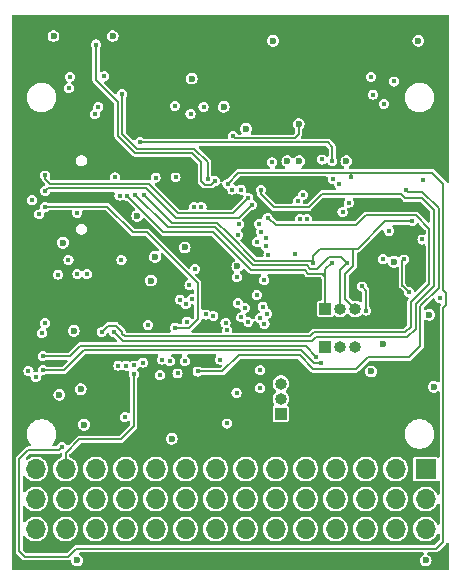
<source format=gbr>
%TF.GenerationSoftware,KiCad,Pcbnew,8.0.8-8.0.8-0~ubuntu24.04.1*%
%TF.CreationDate,2025-02-05T20:44:29+09:00*%
%TF.ProjectId,STM32-FC,53544d33-322d-4464-932e-6b696361645f,rev?*%
%TF.SameCoordinates,Original*%
%TF.FileFunction,Copper,L3,Inr*%
%TF.FilePolarity,Positive*%
%FSLAX46Y46*%
G04 Gerber Fmt 4.6, Leading zero omitted, Abs format (unit mm)*
G04 Created by KiCad (PCBNEW 8.0.8-8.0.8-0~ubuntu24.04.1) date 2025-02-05 20:44:29*
%MOMM*%
%LPD*%
G01*
G04 APERTURE LIST*
%TA.AperFunction,ComponentPad*%
%ADD10R,1.000000X1.000000*%
%TD*%
%TA.AperFunction,ComponentPad*%
%ADD11O,1.000000X1.000000*%
%TD*%
%TA.AperFunction,ComponentPad*%
%ADD12R,1.700000X1.700000*%
%TD*%
%TA.AperFunction,ComponentPad*%
%ADD13O,1.700000X1.700000*%
%TD*%
%TA.AperFunction,ViaPad*%
%ADD14C,0.600000*%
%TD*%
%TA.AperFunction,ViaPad*%
%ADD15C,0.450000*%
%TD*%
%TA.AperFunction,Conductor*%
%ADD16C,0.200000*%
%TD*%
%TA.AperFunction,Conductor*%
%ADD17C,0.150000*%
%TD*%
G04 APERTURE END LIST*
D10*
%TO.N,/SPI2_SCK*%
%TO.C,TP1*%
X147000000Y-95400000D03*
D11*
%TO.N,/SPI2_MISO*%
X148270000Y-95400000D03*
%TO.N,/SPI2_MOSI*%
X149540000Y-95400000D03*
%TD*%
D12*
%TO.N,/TIM4_CH2*%
%TO.C,J6*%
X155510000Y-108960000D03*
D13*
%TO.N,/TIM3_CH1*%
X152970000Y-108960000D03*
%TO.N,/TIM3_CH2*%
X150430000Y-108960000D03*
%TO.N,/TIM4_CH4*%
X147890000Y-108960000D03*
%TO.N,/TIM5_CH1*%
X145350000Y-108960000D03*
%TO.N,/TIM5_CH2*%
X142810000Y-108960000D03*
%TO.N,/TIM5_CH3*%
X140270000Y-108960000D03*
%TO.N,/TIM5_CH4*%
X137730000Y-108960000D03*
%TO.N,/TIM3_CH3*%
X135190000Y-108960000D03*
%TO.N,/TIM3_CH4*%
X132650000Y-108960000D03*
%TO.N,/TIM1_CH2*%
X130110000Y-108960000D03*
%TO.N,/TIM1_CH3*%
X127570000Y-108960000D03*
%TO.N,/RSSI_IN*%
X125030000Y-108960000D03*
%TO.N,/TIM1_CH4*%
X122490000Y-108960000D03*
%TO.N,+5V_PWM*%
X155510000Y-111500000D03*
X152970000Y-111500000D03*
X150430000Y-111500000D03*
X147890000Y-111500000D03*
X145350000Y-111500000D03*
X142810000Y-111500000D03*
X140270000Y-111500000D03*
X137730000Y-111500000D03*
X135190000Y-111500000D03*
X132650000Y-111500000D03*
X130110000Y-111500000D03*
X127570000Y-111500000D03*
%TO.N,+5V*%
X125030000Y-111500000D03*
X122490000Y-111500000D03*
%TO.N,GND*%
X155510000Y-114040000D03*
X152970000Y-114040000D03*
X150430000Y-114040000D03*
X147890000Y-114040000D03*
X145350000Y-114040000D03*
X142810000Y-114040000D03*
X140270000Y-114040000D03*
X137730000Y-114040000D03*
X135190000Y-114040000D03*
X132650000Y-114040000D03*
X130110000Y-114040000D03*
X127570000Y-114040000D03*
X125030000Y-114040000D03*
X122490000Y-114040000D03*
%TD*%
D10*
%TO.N,/SPI1_SCK*%
%TO.C,TP2*%
X143250000Y-104270000D03*
D11*
%TO.N,/SPI1_MISO*%
X143250000Y-103000000D03*
%TO.N,/SPI1_MOSI*%
X143250000Y-101730000D03*
%TD*%
D10*
%TO.N,/SPI3_SCK*%
%TO.C,TP3*%
X147000000Y-98600000D03*
D11*
%TO.N,/SPI3_MISO*%
X148270000Y-98600000D03*
%TO.N,/SPI3_MOSI*%
X149540000Y-98600000D03*
%TD*%
D14*
%TO.N,GND*%
X135100000Y-90200000D03*
D15*
%TO.N,/TIM3_CH2*%
X139708639Y-88223726D03*
%TO.N,/UART1_TX*%
X141400000Y-88200000D03*
%TO.N,/TIM3_CH1*%
X139628071Y-89119921D03*
D14*
%TO.N,GND*%
X139573267Y-91800000D03*
D15*
%TO.N,/TIM4_CH4*%
X139510251Y-92715824D03*
%TO.N,/TIM5_CH1*%
X131565021Y-99950000D03*
%TO.N,/TIM5_CH2*%
X130799955Y-100192137D03*
%TO.N,/TIM5_CH3*%
X130150003Y-100200000D03*
%TO.N,/TIM5_CH4*%
X129500000Y-100200000D03*
%TO.N,/TIM3_CH4*%
X126019255Y-92450000D03*
%TO.N,/TIM3_CH3*%
X126819258Y-92450000D03*
%TO.N,/TIM1_CH2*%
X125264265Y-91264265D03*
%TO.N,Net-(J2-CC1)*%
X124400000Y-92500000D03*
%TO.N,/TIM1_CH4*%
X121875000Y-100639998D03*
X122176328Y-86185089D03*
%TO.N,/TIM1_CH3*%
X122800000Y-87400000D03*
X122500000Y-101200000D03*
D14*
%TO.N,+5V*%
X125707822Y-97253365D03*
X124500000Y-102675002D03*
%TO.N,GND*%
X126300000Y-102200000D03*
X124800000Y-89800000D03*
D15*
%TO.N,/NRST*%
X123300000Y-86750000D03*
%TO.N,/SWDIO*%
X123300000Y-84100000D03*
%TO.N,/SWCLK*%
X123300000Y-85400000D03*
D14*
%TO.N,GND*%
X131095021Y-87531450D03*
X140300000Y-80154975D03*
%TO.N,/CAN2_STBY*%
X144762654Y-79762654D03*
%TO.N,GND*%
X144800000Y-82900000D03*
D15*
%TO.N,/CAN2_STBY*%
X135874997Y-86750000D03*
X139225000Y-80775000D03*
%TO.N,/CAN1_STBY*%
X136525000Y-86750000D03*
%TO.N,/FLASH_NSS*%
X148471446Y-87200000D03*
%TO.N,/MSD_DETECT*%
X147651061Y-84400000D03*
X138563534Y-96567631D03*
%TO.N,/FLASH_NSS*%
X138713910Y-97200000D03*
%TO.N,/BARO_INT*%
X129750000Y-91250000D03*
D14*
%TO.N,GND*%
X132250000Y-93000000D03*
%TO.N,+3.3V*%
X131250000Y-93000000D03*
D15*
%TO.N,/RSSI_IN*%
X130798685Y-100935870D03*
%TO.N,/PM_CURRENT*%
X133835271Y-99837596D03*
%TO.N,/V_BATT*%
X135110000Y-99810000D03*
%TO.N,GND*%
X141500000Y-102100000D03*
%TO.N,/CAN1_RX*%
X145493415Y-87775000D03*
%TO.N,/UART5_TX*%
X141565600Y-85323138D03*
%TO.N,/UART5_RX*%
X142125469Y-87683616D03*
%TO.N,+3.3V*%
X144225000Y-96819586D03*
D14*
%TO.N,GND*%
X155500000Y-116700000D03*
X126000000Y-116700000D03*
D15*
%TO.N,/UART1_RX*%
X124700000Y-107075000D03*
%TO.N,/UART5_TX*%
X129092718Y-97357792D03*
%TO.N,/UART5_RX*%
X128071431Y-97375007D03*
%TO.N,/I2C2_SCL*%
X129587233Y-85811918D03*
%TO.N,/I2C2_SDA*%
X129200000Y-84271232D03*
X123300000Y-96600000D03*
%TO.N,/I2C2_SCL*%
X123000000Y-97450000D03*
%TO.N,+3.3V*%
X152800000Y-104100000D03*
X145900000Y-104400000D03*
%TO.N,+3.3V_RC*%
X153854504Y-85354504D03*
X136200000Y-100700000D03*
X133000000Y-101000000D03*
%TO.N,/I2C1_SDA*%
X123099998Y-100600000D03*
%TO.N,/I2C1_SCL*%
X123099998Y-99400000D03*
%TO.N,/I2C1_SDA*%
X146654972Y-99973085D03*
%TO.N,/I2C1_SCL*%
X146264252Y-99453622D03*
%TO.N,/TIM4_CH2*%
X150453042Y-95548260D03*
%TO.N,/I2C3_SDA*%
X129800000Y-77225000D03*
%TO.N,/GPS1_BUZZER*%
X136700000Y-78300000D03*
%TO.N,Net-(J4-DET)*%
X148176061Y-84818978D03*
D14*
%TO.N,+5V*%
X132600000Y-91000000D03*
D15*
%TO.N,/GPS1_LED*%
X134337241Y-84265801D03*
%TO.N,/GPS1_LED_SW*%
X132642322Y-84279519D03*
%TO.N,/I2C3_SCL*%
X127600000Y-73024998D03*
D14*
%TO.N,+5V*%
X152800000Y-91400000D03*
D15*
%TO.N,/BOOT1*%
X154100000Y-94000000D03*
X153690773Y-91208758D03*
%TO.N,/SPI2_MOSI*%
X154390134Y-87994427D03*
%TO.N,GND*%
X128300000Y-75700000D03*
X141250000Y-89750000D03*
X136000000Y-92000000D03*
X141500000Y-100600000D03*
X132000000Y-96750000D03*
D14*
X150900000Y-100701574D03*
D15*
X138105700Y-99696512D03*
X142100000Y-95800000D03*
D14*
X135700000Y-75900000D03*
D15*
X130042651Y-104562312D03*
X156700000Y-94500000D03*
X151900000Y-91200000D03*
D14*
X151900000Y-98400000D03*
D15*
X138700000Y-105100000D03*
X155300000Y-84500000D03*
%TO.N,/NRST*%
X134262241Y-96986415D03*
%TO.N,/OSC_IN*%
X139500000Y-102500000D03*
%TO.N,/OSC_OUT*%
X134500000Y-100865000D03*
D14*
%TO.N,+5V*%
X138400000Y-78300000D03*
X143800000Y-82900000D03*
X126600000Y-105200000D03*
X154900000Y-72700000D03*
D15*
X142500000Y-83000000D03*
X146750000Y-82750000D03*
D14*
X134000000Y-106400000D03*
X148800000Y-82900000D03*
X155828768Y-95900000D03*
X142600000Y-72700000D03*
X129000000Y-72300000D03*
X124000000Y-72300000D03*
D15*
%TO.N,Net-(BZ1-+)*%
X135600000Y-78900000D03*
%TO.N,/UART1_RX*%
X138733878Y-84800654D03*
X149171232Y-84228768D03*
%TO.N,+3.3V*%
X125750000Y-78000000D03*
X144250000Y-79250000D03*
X137000000Y-92000000D03*
X140500000Y-89750000D03*
X128250000Y-99500000D03*
X131250000Y-97000000D03*
X140900000Y-84400000D03*
X129500000Y-95750000D03*
X128500000Y-84271232D03*
X149250000Y-79250000D03*
X149500000Y-92600000D03*
D14*
X154000000Y-86800000D03*
D15*
X137191351Y-94266757D03*
X139250000Y-100500000D03*
X123000000Y-83000000D03*
X148300000Y-86200000D03*
X128250000Y-98000000D03*
D14*
%TO.N,+5V_PWM*%
X156200000Y-102000000D03*
D15*
%TO.N,/SPI1_SCK*%
X137536340Y-96007571D03*
X134680548Y-94609266D03*
%TO.N,/SPI1_MISO*%
X135200000Y-95000000D03*
%TO.N,/SPI1_MOSI*%
X136900000Y-95875002D03*
X135700000Y-94563068D03*
%TO.N,/MAG_NSS*%
X141477169Y-96150633D03*
%TO.N,/SPI2_SCK*%
X130237102Y-85825001D03*
X147555000Y-91500000D03*
%TO.N,/PM_VOLTAGE*%
X133200000Y-99700000D03*
X127500000Y-78900000D03*
%TO.N,/PM_CURRENT*%
X127800000Y-78300000D03*
%TO.N,/USB_D-*%
X139150000Y-85300000D03*
%TO.N,/USB_D+*%
X139850000Y-85300000D03*
%TO.N,/SWDIO*%
X140500000Y-86000000D03*
%TO.N,/SWCLK*%
X140790690Y-86581380D03*
%TO.N,/UART4_TX*%
X145106062Y-85749853D03*
X125400000Y-75750002D03*
%TO.N,/UART4_RX*%
X144670599Y-86275000D03*
X125300000Y-76700000D03*
%TO.N,/SPI2_MISO*%
X130878768Y-85721232D03*
X148865000Y-91515000D03*
%TO.N,/SPI2_MOSI*%
X131700000Y-85800000D03*
X146000000Y-91500000D03*
%TO.N,/UART2_CTS*%
X141560947Y-88880961D03*
X150900000Y-75750000D03*
%TO.N,/UART2_RTS*%
X141978832Y-89378832D03*
X151077611Y-77253368D03*
%TO.N,/UART2_RX*%
X151954707Y-78037757D03*
X142200000Y-90800000D03*
%TO.N,/UART2_TX*%
X152840886Y-76150000D03*
X141994838Y-90105289D03*
%TO.N,/Sensors/MAG_C1*%
X141200000Y-94200000D03*
X139600000Y-94900000D03*
%TO.N,/I2C3_SDA*%
X137070802Y-84384035D03*
%TO.N,/I2C3_SCL*%
X137683878Y-84600000D03*
%TO.N,Net-(Q1-B)*%
X134262158Y-78205396D03*
%TO.N,/SPI3_SCK*%
X140200000Y-95300000D03*
%TO.N,/SPI3_MOSI*%
X140496446Y-96503554D03*
X141703783Y-95203027D03*
%TO.N,/SPI3_MISO*%
X141836623Y-92955482D03*
X139900000Y-96100000D03*
%TO.N,/GYRO2_NSS*%
X141857938Y-96677433D03*
%TO.N,/GYRO1_NSS*%
X135503554Y-93396446D03*
%TO.N,/BARO_NSS*%
X135269242Y-96476350D03*
%TO.N,/CAN2_RX*%
X131300000Y-81300000D03*
X147600000Y-82900000D03*
%TO.N,/CAN2_TX*%
X148996446Y-86403554D03*
%TO.N,/TIM4_CH2*%
X150100000Y-93500000D03*
%TO.N,/MSD_NSS*%
X152400000Y-88800000D03*
X144430710Y-90761219D03*
X155238419Y-89525000D03*
%TO.N,/CAN1_TX*%
X144843412Y-87775000D03*
%TO.N,Net-(J2-CC1)*%
X126000000Y-87275000D03*
D14*
%TO.N,+3.3V*%
X132700000Y-73000000D03*
D15*
X132750000Y-97000000D03*
%TD*%
D16*
%TO.N,/SWDIO*%
X123300000Y-84100000D02*
X123300000Y-84400000D01*
X123300000Y-84400000D02*
X123696232Y-84796232D01*
X123696232Y-84796232D02*
X132046232Y-84796232D01*
X132046232Y-84796232D02*
X134550000Y-87300000D01*
X134550000Y-87300000D02*
X139200000Y-87300000D01*
X139200000Y-87300000D02*
X140500000Y-86000000D01*
%TO.N,/SWCLK*%
X140790690Y-86581380D02*
X139672070Y-87700000D01*
X139672070Y-87700000D02*
X134342463Y-87700000D01*
X134342463Y-87700000D02*
X131838695Y-85196232D01*
X131838695Y-85196232D02*
X123503768Y-85196232D01*
X123503768Y-85196232D02*
X123300000Y-85400000D01*
%TO.N,/NRST*%
X123300000Y-86750000D02*
X128550000Y-86750000D01*
X128550000Y-86750000D02*
X130700000Y-88900000D01*
X136225000Y-96275000D02*
X135498650Y-97001350D01*
X130700000Y-88900000D02*
X131900000Y-88900000D01*
X135498650Y-97001350D02*
X135051779Y-97001350D01*
X131900000Y-88900000D02*
X136225000Y-93225000D01*
X136225000Y-93225000D02*
X136225000Y-96275000D01*
X135051779Y-97001350D02*
X135036844Y-96986415D01*
X135036844Y-96986415D02*
X134262241Y-96986415D01*
D17*
%TO.N,/CAN2_STBY*%
X144762654Y-79762654D02*
X144762654Y-80612346D01*
X144762654Y-80612346D02*
X144450000Y-80925000D01*
X144450000Y-80925000D02*
X139375000Y-80925000D01*
X139375000Y-80925000D02*
X139225000Y-80775000D01*
D16*
%TO.N,/RSSI_IN*%
X126199264Y-106449264D02*
X125030000Y-107618529D01*
X130798685Y-101600000D02*
X130798685Y-105351315D01*
X130798685Y-101600000D02*
X130798685Y-100935870D01*
X130798685Y-105351315D02*
X129700736Y-106449264D01*
X129700736Y-106449264D02*
X126199264Y-106449264D01*
X125030000Y-107618529D02*
X125030000Y-108960000D01*
%TO.N,/UART5_TX*%
X153950000Y-97800000D02*
X146200000Y-97800000D01*
X154650000Y-97100000D02*
X153950000Y-97800000D01*
X154650000Y-94984314D02*
X154650000Y-97100000D01*
X156200000Y-93434314D02*
X154650000Y-94984314D01*
X156200000Y-87065686D02*
X156200000Y-93434314D01*
X155167157Y-86032843D02*
X156200000Y-87065686D01*
X153790380Y-86032843D02*
X155167157Y-86032843D01*
X145600000Y-86800000D02*
X146725000Y-85675000D01*
X153432537Y-85675000D02*
X153790380Y-86032843D01*
X142650000Y-86800000D02*
X145600000Y-86800000D01*
X141565600Y-85715600D02*
X142650000Y-86800000D01*
X146725000Y-85675000D02*
X153432537Y-85675000D01*
X141565600Y-85323138D02*
X141565600Y-85715600D01*
X146200000Y-97800000D02*
X145875000Y-98125000D01*
X145875000Y-98125000D02*
X129859926Y-98125000D01*
X129859926Y-98125000D02*
X129092718Y-97357792D01*
%TO.N,/UART5_RX*%
X142183616Y-87683616D02*
X142125469Y-87683616D01*
X142800000Y-88300000D02*
X142183616Y-87683616D01*
X149600000Y-88300000D02*
X142800000Y-88300000D01*
X155800000Y-88600000D02*
X154669427Y-87469427D01*
X155800000Y-93268628D02*
X155800000Y-88600000D01*
X154250000Y-94818628D02*
X155800000Y-93268628D01*
X154250000Y-96934314D02*
X154250000Y-94818628D01*
X153784314Y-97400000D02*
X154250000Y-96934314D01*
X146034315Y-97400000D02*
X153784314Y-97400000D01*
X145709315Y-97725000D02*
X146034315Y-97400000D01*
X130025612Y-97725000D02*
X145709315Y-97725000D01*
X129800306Y-97499694D02*
X130025612Y-97725000D01*
X129800306Y-97322917D02*
X129800306Y-97499694D01*
X129310181Y-96832792D02*
X129800306Y-97322917D01*
X128613646Y-96832792D02*
X129310181Y-96832792D01*
X128071431Y-97375007D02*
X128613646Y-96832792D01*
X154669427Y-87469427D02*
X150430573Y-87469427D01*
X150430573Y-87469427D02*
X149600000Y-88300000D01*
%TO.N,/UART1_RX*%
X121850000Y-107350000D02*
X121100000Y-108100000D01*
X124425000Y-107350000D02*
X121850000Y-107350000D01*
X124700000Y-107075000D02*
X124425000Y-107350000D01*
X121100000Y-108100000D02*
X121100000Y-115900000D01*
X121600000Y-116400000D02*
X125210000Y-116400000D01*
X121100000Y-115900000D02*
X121600000Y-116400000D01*
X157000000Y-93800000D02*
X157000000Y-84800000D01*
X125210000Y-116400000D02*
X125910000Y-115700000D01*
X157000000Y-84800000D02*
X156075000Y-83875000D01*
X125910000Y-115700000D02*
X156400000Y-115700000D01*
X156400000Y-115700000D02*
X157000000Y-115100000D01*
X156075000Y-83875000D02*
X149100000Y-83875000D01*
X157000000Y-115100000D02*
X157000000Y-95325000D01*
X157000000Y-95325000D02*
X157225000Y-95100000D01*
X157225000Y-95100000D02*
X157225000Y-94025000D01*
X157225000Y-94025000D02*
X157000000Y-93800000D01*
%TO.N,+3.3V_RC*%
X156600000Y-93600000D02*
X155050000Y-95150000D01*
X154100000Y-99500000D02*
X150598085Y-99500000D01*
X155050000Y-95150000D02*
X155050000Y-98550000D01*
X155050000Y-98550000D02*
X154100000Y-99500000D01*
X153854504Y-85354504D02*
X154000000Y-85500000D01*
X139682537Y-99325000D02*
X138307537Y-100700000D01*
X154000000Y-85500000D02*
X155200000Y-85500000D01*
X138307537Y-100700000D02*
X136200000Y-100700000D01*
X155200000Y-85500000D02*
X156600000Y-86900000D01*
X156600000Y-86900000D02*
X156600000Y-93600000D01*
X150598085Y-99500000D02*
X149600000Y-100498085D01*
X149600000Y-100498085D02*
X146000565Y-100498085D01*
X146000565Y-100498085D02*
X144827480Y-99325000D01*
X144827480Y-99325000D02*
X139682537Y-99325000D01*
%TO.N,/I2C1_SCL*%
X146264252Y-99453622D02*
X145335630Y-98525000D01*
X126275000Y-98525000D02*
X125400000Y-99400000D01*
X145335630Y-98525000D02*
X126275000Y-98525000D01*
X125400000Y-99400000D02*
X123099998Y-99400000D01*
%TO.N,/I2C1_SDA*%
X123099998Y-100600000D02*
X124900000Y-100600000D01*
X124900000Y-100600000D02*
X126575000Y-98925000D01*
X126575000Y-98925000D02*
X144993166Y-98925000D01*
X146046789Y-99978622D02*
X146649435Y-99978622D01*
X144993166Y-98925000D02*
X145384083Y-99315917D01*
X145384083Y-99315917D02*
X146046789Y-99978622D01*
X146649435Y-99978622D02*
X146654972Y-99973085D01*
%TO.N,/TIM4_CH2*%
X150453042Y-95548260D02*
X150453042Y-93853042D01*
X150453042Y-93853042D02*
X150100000Y-93500000D01*
%TO.N,/I2C3_SDA*%
X129819999Y-77244999D02*
X129800000Y-77225000D01*
X129819999Y-77416255D02*
X129819999Y-77244999D01*
%TO.N,/UART1_RX*%
X148400000Y-83875000D02*
X149100000Y-83875000D01*
X149171232Y-84228768D02*
X149171232Y-83946232D01*
X149171232Y-83946232D02*
X149100000Y-83875000D01*
X148400000Y-83875000D02*
X139659532Y-83875000D01*
%TO.N,/I2C3_SCL*%
X127600000Y-73024998D02*
X127600000Y-76044785D01*
X129419999Y-77864784D02*
X129419999Y-80728148D01*
X127600000Y-76044785D02*
X129419999Y-77864784D01*
X129419999Y-80728148D02*
X130916851Y-82225000D01*
X130916851Y-82225000D02*
X135734314Y-82225000D01*
X135734314Y-82225000D02*
X136500000Y-82990686D01*
X136500000Y-82990686D02*
X136500000Y-84555696D01*
X136500000Y-84555696D02*
X136853339Y-84909035D01*
X136853339Y-84909035D02*
X137374843Y-84909035D01*
X137374843Y-84909035D02*
X137683878Y-84600000D01*
%TO.N,/I2C3_SDA*%
X129819999Y-77416255D02*
X129819999Y-80562462D01*
X129819999Y-80562462D02*
X131082537Y-81825000D01*
X131082537Y-81825000D02*
X135900000Y-81825000D01*
X135900000Y-81825000D02*
X137070802Y-82995802D01*
X137070802Y-82995802D02*
X137070802Y-84384035D01*
%TO.N,/SPI2_MOSI*%
X149800000Y-90300000D02*
X149400000Y-90300000D01*
X149400000Y-90300000D02*
X148900000Y-90300000D01*
X149540000Y-95400000D02*
X148700000Y-94560000D01*
X149390000Y-90310000D02*
X149400000Y-90300000D01*
X148700000Y-94560000D02*
X148700000Y-92422463D01*
X148700000Y-92422463D02*
X149390000Y-91732463D01*
X149390000Y-91732463D02*
X149390000Y-90310000D01*
X154390134Y-87994427D02*
X152105573Y-87994427D01*
X152105573Y-87994427D02*
X149800000Y-90300000D01*
D17*
%TO.N,/BOOT1*%
X153600000Y-93500000D02*
X154100000Y-94000000D01*
X153690773Y-91208758D02*
X153525000Y-91374531D01*
X153525000Y-91374531D02*
X153525000Y-93425000D01*
X153525000Y-93425000D02*
X153600000Y-93500000D01*
D16*
%TO.N,/SPI2_MOSI*%
X148900000Y-90300000D02*
X146600000Y-90300000D01*
%TO.N,/UART1_RX*%
X139659532Y-83875000D02*
X138733878Y-84800654D01*
%TO.N,+3.3V*%
X137250000Y-94250000D02*
X137233243Y-94266757D01*
X137000000Y-92000000D02*
X137000000Y-94000000D01*
X137000000Y-94000000D02*
X137250000Y-94250000D01*
X137233243Y-94266757D02*
X137191351Y-94266757D01*
%TO.N,/SPI2_SCK*%
X145559314Y-92425000D02*
X146875000Y-92425000D01*
X130237102Y-85825001D02*
X130200000Y-85862103D01*
X133312101Y-88900000D02*
X137534314Y-88900000D01*
X145100000Y-92125000D02*
X145259314Y-92125000D01*
X147000000Y-92700000D02*
X147000000Y-93000000D01*
X147000000Y-95400000D02*
X147000000Y-93000000D01*
X130237102Y-85825001D02*
X133312101Y-88900000D01*
X137534314Y-88900000D02*
X140759314Y-92125000D01*
X146875000Y-92425000D02*
X147000000Y-92300000D01*
X145259314Y-92125000D02*
X145559314Y-92425000D01*
X147000000Y-92300000D02*
X147000000Y-92700000D01*
X140759314Y-92125000D02*
X145100000Y-92125000D01*
X147555000Y-91500000D02*
X147000000Y-92055000D01*
X147000000Y-92055000D02*
X147000000Y-92300000D01*
X145559314Y-92425000D02*
X146725000Y-92425000D01*
X146975000Y-95425000D02*
X147000000Y-95400000D01*
X146725000Y-92425000D02*
X147000000Y-92700000D01*
%TO.N,/SPI2_MISO*%
X146275000Y-92025000D02*
X147325000Y-90975000D01*
X137700000Y-88500000D02*
X140925000Y-91725000D01*
X145725000Y-92025000D02*
X146275000Y-92025000D01*
X145425000Y-91725000D02*
X145725000Y-92025000D01*
X148865000Y-91515000D02*
X148270000Y-92110000D01*
X148270000Y-92110000D02*
X148270000Y-95400000D01*
X130878768Y-85721232D02*
X133657536Y-88500000D01*
X140925000Y-91725000D02*
X145425000Y-91725000D01*
X148325000Y-90975000D02*
X148865000Y-91515000D01*
X147325000Y-90975000D02*
X148325000Y-90975000D01*
X133657536Y-88500000D02*
X137700000Y-88500000D01*
%TO.N,/SPI2_MOSI*%
X146000000Y-90900000D02*
X146000000Y-91200000D01*
X134000000Y-88100000D02*
X137865686Y-88100000D01*
X138782843Y-89017157D02*
X141090686Y-91325000D01*
X146600000Y-90300000D02*
X146000000Y-90900000D01*
X137865686Y-88100000D02*
X138782843Y-89017157D01*
X145875000Y-91325000D02*
X146000000Y-91200000D01*
X146000000Y-91200000D02*
X146000000Y-91500000D01*
X141090686Y-91325000D02*
X145875000Y-91325000D01*
X131700000Y-85800000D02*
X134000000Y-88100000D01*
%TO.N,/CAN2_RX*%
X147600000Y-82900000D02*
X147600000Y-81700000D01*
X147200000Y-81300000D02*
X147600000Y-81700000D01*
X131300000Y-81300000D02*
X147200000Y-81300000D01*
%TD*%
%TA.AperFunction,Conductor*%
%TO.N,+3.3V*%
G36*
X157443039Y-70519685D02*
G01*
X157488794Y-70572489D01*
X157500000Y-70624000D01*
X157500000Y-84602250D01*
X157480315Y-84669289D01*
X157427511Y-84715044D01*
X157358353Y-84724988D01*
X157294797Y-84695963D01*
X157268614Y-84664251D01*
X157247709Y-84628045D01*
X157240460Y-84615489D01*
X156259511Y-83634540D01*
X156259509Y-83634539D01*
X156259504Y-83634535D01*
X156190995Y-83594982D01*
X156190990Y-83594979D01*
X156165513Y-83588152D01*
X156114562Y-83574500D01*
X149139562Y-83574500D01*
X149098517Y-83574500D01*
X149031478Y-83554815D01*
X148985723Y-83502011D01*
X148975779Y-83432853D01*
X149004804Y-83369297D01*
X149031478Y-83346185D01*
X149131123Y-83282146D01*
X149131122Y-83282146D01*
X149131128Y-83282143D01*
X149225377Y-83173373D01*
X149285165Y-83042457D01*
X149305647Y-82900000D01*
X149285165Y-82757543D01*
X149225377Y-82626627D01*
X149131128Y-82517857D01*
X149010053Y-82440047D01*
X149010051Y-82440046D01*
X149010049Y-82440045D01*
X149010050Y-82440045D01*
X148871963Y-82399500D01*
X148871961Y-82399500D01*
X148728039Y-82399500D01*
X148728036Y-82399500D01*
X148589949Y-82440045D01*
X148468873Y-82517856D01*
X148374623Y-82626626D01*
X148374622Y-82626628D01*
X148314834Y-82757543D01*
X148294353Y-82900000D01*
X148314834Y-83042456D01*
X148367433Y-83157629D01*
X148374623Y-83173373D01*
X148468872Y-83282143D01*
X148468874Y-83282144D01*
X148468876Y-83282146D01*
X148568522Y-83346185D01*
X148614277Y-83398988D01*
X148624221Y-83468147D01*
X148595196Y-83531703D01*
X148536418Y-83569477D01*
X148501483Y-83574500D01*
X147636934Y-83574500D01*
X147600782Y-83563884D01*
X147578959Y-83573477D01*
X147563066Y-83574500D01*
X145098517Y-83574500D01*
X145031478Y-83554815D01*
X144985723Y-83502011D01*
X144975779Y-83432853D01*
X145004804Y-83369297D01*
X145031478Y-83346185D01*
X145131123Y-83282146D01*
X145131122Y-83282146D01*
X145131128Y-83282143D01*
X145225377Y-83173373D01*
X145285165Y-83042457D01*
X145305647Y-82900000D01*
X145285165Y-82757543D01*
X145225377Y-82626627D01*
X145131128Y-82517857D01*
X145010053Y-82440047D01*
X145010051Y-82440046D01*
X145010049Y-82440045D01*
X145010050Y-82440045D01*
X144871963Y-82399500D01*
X144871961Y-82399500D01*
X144728039Y-82399500D01*
X144728036Y-82399500D01*
X144589949Y-82440045D01*
X144468873Y-82517856D01*
X144468872Y-82517856D01*
X144468872Y-82517857D01*
X144406119Y-82590279D01*
X144393713Y-82604596D01*
X144334935Y-82642370D01*
X144265065Y-82642370D01*
X144206287Y-82604596D01*
X144193883Y-82590281D01*
X144131128Y-82517857D01*
X144010053Y-82440047D01*
X144010051Y-82440046D01*
X144010049Y-82440045D01*
X144010050Y-82440045D01*
X143871963Y-82399500D01*
X143871961Y-82399500D01*
X143728039Y-82399500D01*
X143728036Y-82399500D01*
X143589949Y-82440045D01*
X143468873Y-82517856D01*
X143374623Y-82626626D01*
X143374622Y-82626628D01*
X143314834Y-82757543D01*
X143294353Y-82900000D01*
X143314834Y-83042456D01*
X143367433Y-83157629D01*
X143374623Y-83173373D01*
X143468872Y-83282143D01*
X143468874Y-83282144D01*
X143468876Y-83282146D01*
X143568522Y-83346185D01*
X143614277Y-83398988D01*
X143624221Y-83468147D01*
X143595196Y-83531703D01*
X143536418Y-83569477D01*
X143501483Y-83574500D01*
X142823829Y-83574500D01*
X142756790Y-83554815D01*
X142711035Y-83502011D01*
X142701091Y-83432853D01*
X142730116Y-83369297D01*
X142750946Y-83350180D01*
X142753216Y-83348529D01*
X142753220Y-83348528D01*
X142848528Y-83253220D01*
X142909719Y-83133126D01*
X142917091Y-83086583D01*
X142930804Y-83000002D01*
X142930804Y-82999997D01*
X142909720Y-82866878D01*
X142909719Y-82866876D01*
X142909719Y-82866874D01*
X142848528Y-82746780D01*
X142848526Y-82746778D01*
X142848523Y-82746774D01*
X142753225Y-82651476D01*
X142753221Y-82651473D01*
X142753220Y-82651472D01*
X142633126Y-82590281D01*
X142633124Y-82590280D01*
X142633121Y-82590279D01*
X142500002Y-82569196D01*
X142499998Y-82569196D01*
X142366878Y-82590279D01*
X142366874Y-82590280D01*
X142366874Y-82590281D01*
X142295543Y-82626626D01*
X142246778Y-82651473D01*
X142246774Y-82651476D01*
X142151476Y-82746774D01*
X142151473Y-82746778D01*
X142090279Y-82866878D01*
X142069196Y-82999997D01*
X142069196Y-83000002D01*
X142090279Y-83133121D01*
X142090280Y-83133124D01*
X142090281Y-83133126D01*
X142151472Y-83253220D01*
X142151473Y-83253221D01*
X142151476Y-83253225D01*
X142246776Y-83348525D01*
X142249054Y-83350180D01*
X142251153Y-83352902D01*
X142253680Y-83355429D01*
X142253353Y-83355755D01*
X142291721Y-83405509D01*
X142297702Y-83475122D01*
X142265098Y-83536918D01*
X142204260Y-83571277D01*
X142176171Y-83574500D01*
X139619970Y-83574500D01*
X139581756Y-83584739D01*
X139543541Y-83594979D01*
X139543536Y-83594982D01*
X139475027Y-83634535D01*
X139475019Y-83634541D01*
X138769297Y-84340262D01*
X138707974Y-84373747D01*
X138701014Y-84375054D01*
X138600756Y-84390933D01*
X138480656Y-84452127D01*
X138480652Y-84452130D01*
X138385354Y-84547428D01*
X138385349Y-84547435D01*
X138345772Y-84625109D01*
X138297798Y-84675904D01*
X138229977Y-84692699D01*
X138163842Y-84670161D01*
X138120391Y-84615446D01*
X138112815Y-84588210D01*
X138093598Y-84466878D01*
X138093597Y-84466876D01*
X138093597Y-84466874D01*
X138032406Y-84346780D01*
X138032404Y-84346778D01*
X138032401Y-84346774D01*
X137937103Y-84251476D01*
X137937099Y-84251473D01*
X137937098Y-84251472D01*
X137817004Y-84190281D01*
X137817002Y-84190280D01*
X137816999Y-84190279D01*
X137683880Y-84169196D01*
X137683875Y-84169196D01*
X137546161Y-84191007D01*
X137476868Y-84182052D01*
X137425231Y-84138584D01*
X137425063Y-84138707D01*
X137424568Y-84138025D01*
X137423416Y-84137056D01*
X137421587Y-84133922D01*
X137419331Y-84130817D01*
X137419330Y-84130815D01*
X137419327Y-84130812D01*
X137419325Y-84130809D01*
X137407621Y-84119105D01*
X137374136Y-84057782D01*
X137371302Y-84031424D01*
X137371302Y-82956241D01*
X137362288Y-82922601D01*
X137350823Y-82879813D01*
X137343353Y-82866874D01*
X137311266Y-82811297D01*
X137311260Y-82811289D01*
X136312152Y-81812181D01*
X136278667Y-81750858D01*
X136283651Y-81681166D01*
X136325523Y-81625233D01*
X136390987Y-81600816D01*
X136399833Y-81600500D01*
X147024167Y-81600500D01*
X147091206Y-81620185D01*
X147111848Y-81636819D01*
X147263181Y-81788152D01*
X147296666Y-81849475D01*
X147299500Y-81875833D01*
X147299500Y-82398389D01*
X147279815Y-82465428D01*
X147227011Y-82511183D01*
X147157853Y-82521127D01*
X147094297Y-82492102D01*
X147087819Y-82486070D01*
X147003225Y-82401476D01*
X147003221Y-82401473D01*
X147003220Y-82401472D01*
X146883126Y-82340281D01*
X146883124Y-82340280D01*
X146883121Y-82340279D01*
X146750002Y-82319196D01*
X146749998Y-82319196D01*
X146616878Y-82340279D01*
X146496778Y-82401473D01*
X146496774Y-82401476D01*
X146401476Y-82496774D01*
X146401473Y-82496778D01*
X146340279Y-82616878D01*
X146319196Y-82749997D01*
X146319196Y-82750002D01*
X146340279Y-82883121D01*
X146340280Y-82883124D01*
X146340281Y-82883126D01*
X146401472Y-83003220D01*
X146401473Y-83003221D01*
X146401476Y-83003225D01*
X146496774Y-83098523D01*
X146496778Y-83098526D01*
X146496780Y-83098528D01*
X146616874Y-83159719D01*
X146616876Y-83159719D01*
X146616878Y-83159720D01*
X146749998Y-83180804D01*
X146750000Y-83180804D01*
X146750002Y-83180804D01*
X146883121Y-83159720D01*
X146883121Y-83159719D01*
X146883126Y-83159719D01*
X147003220Y-83098528D01*
X147028534Y-83073213D01*
X147089855Y-83039729D01*
X147159547Y-83044713D01*
X147215481Y-83086583D01*
X147226696Y-83104595D01*
X147232078Y-83115157D01*
X147251471Y-83153218D01*
X147251476Y-83153225D01*
X147346774Y-83248523D01*
X147346778Y-83248526D01*
X147346780Y-83248528D01*
X147466874Y-83309719D01*
X147466876Y-83309719D01*
X147466878Y-83309720D01*
X147582464Y-83328027D01*
X147596836Y-83334840D01*
X147601999Y-83331523D01*
X147617536Y-83328027D01*
X147733121Y-83309720D01*
X147733121Y-83309719D01*
X147733126Y-83309719D01*
X147853220Y-83248528D01*
X147948528Y-83153220D01*
X148009719Y-83033126D01*
X148014455Y-83003225D01*
X148030804Y-82900002D01*
X148030804Y-82899997D01*
X148009720Y-82766878D01*
X148009719Y-82766876D01*
X148009719Y-82766874D01*
X147948528Y-82646780D01*
X147948526Y-82646778D01*
X147948523Y-82646774D01*
X147936819Y-82635070D01*
X147903334Y-82573747D01*
X147900500Y-82547389D01*
X147900500Y-81660439D01*
X147894171Y-81636819D01*
X147880021Y-81584011D01*
X147880017Y-81584004D01*
X147840464Y-81515495D01*
X147840458Y-81515487D01*
X147384512Y-81059541D01*
X147384511Y-81059540D01*
X147362410Y-81046780D01*
X147362408Y-81046778D01*
X147315991Y-81019980D01*
X147315990Y-81019979D01*
X147290513Y-81013152D01*
X147239562Y-80999500D01*
X147239560Y-80999500D01*
X145064478Y-80999500D01*
X144997439Y-80979815D01*
X144951684Y-80927011D01*
X144941740Y-80857853D01*
X144970765Y-80794297D01*
X144976797Y-80787819D01*
X144978301Y-80786314D01*
X144996212Y-80768404D01*
X144996212Y-80768402D01*
X144996214Y-80768401D01*
X145017183Y-80717775D01*
X145038154Y-80667146D01*
X145038154Y-80557546D01*
X145038154Y-80248255D01*
X145057839Y-80181216D01*
X145087717Y-80151339D01*
X145087080Y-80150604D01*
X145093774Y-80144801D01*
X145093782Y-80144797D01*
X145188031Y-80036027D01*
X145247819Y-79905111D01*
X145268301Y-79762654D01*
X145247819Y-79620197D01*
X145188031Y-79489281D01*
X145093782Y-79380511D01*
X144972707Y-79302701D01*
X144972705Y-79302700D01*
X144972703Y-79302699D01*
X144972704Y-79302699D01*
X144834617Y-79262154D01*
X144834615Y-79262154D01*
X144690693Y-79262154D01*
X144690690Y-79262154D01*
X144552603Y-79302699D01*
X144431527Y-79380510D01*
X144337277Y-79489280D01*
X144337276Y-79489282D01*
X144277488Y-79620197D01*
X144257007Y-79762654D01*
X144277488Y-79905110D01*
X144326541Y-80012518D01*
X144337277Y-80036027D01*
X144431526Y-80144797D01*
X144431528Y-80144798D01*
X144438228Y-80150604D01*
X144437096Y-80151909D01*
X144475945Y-80196736D01*
X144487154Y-80248255D01*
X144487154Y-80446867D01*
X144467469Y-80513906D01*
X144450836Y-80534548D01*
X144372204Y-80613181D01*
X144310881Y-80646666D01*
X144284522Y-80649500D01*
X140805270Y-80649500D01*
X140738231Y-80629815D01*
X140692476Y-80577011D01*
X140682532Y-80507853D01*
X140711557Y-80444297D01*
X140717021Y-80437991D01*
X140725377Y-80428348D01*
X140785165Y-80297432D01*
X140805647Y-80154975D01*
X140785165Y-80012518D01*
X140725377Y-79881602D01*
X140631128Y-79772832D01*
X140510053Y-79695022D01*
X140510051Y-79695021D01*
X140510049Y-79695020D01*
X140510050Y-79695020D01*
X140371963Y-79654475D01*
X140371961Y-79654475D01*
X140228039Y-79654475D01*
X140228036Y-79654475D01*
X140089949Y-79695020D01*
X139968873Y-79772831D01*
X139874623Y-79881601D01*
X139874622Y-79881603D01*
X139814834Y-80012518D01*
X139794353Y-80154975D01*
X139814834Y-80297431D01*
X139874622Y-80428346D01*
X139874623Y-80428348D01*
X139888443Y-80444297D01*
X139917468Y-80507853D01*
X139907524Y-80577012D01*
X139861769Y-80629816D01*
X139794730Y-80649500D01*
X139714592Y-80649500D01*
X139647553Y-80629815D01*
X139604108Y-80581795D01*
X139573530Y-80521783D01*
X139573523Y-80521774D01*
X139478225Y-80426476D01*
X139478221Y-80426473D01*
X139478220Y-80426472D01*
X139358126Y-80365281D01*
X139358124Y-80365280D01*
X139358121Y-80365279D01*
X139225002Y-80344196D01*
X139224998Y-80344196D01*
X139091878Y-80365279D01*
X138971778Y-80426473D01*
X138971774Y-80426476D01*
X138876476Y-80521774D01*
X138876473Y-80521778D01*
X138815279Y-80641878D01*
X138794196Y-80774997D01*
X138794196Y-80775002D01*
X138807041Y-80856102D01*
X138798086Y-80925396D01*
X138753090Y-80978847D01*
X138686339Y-80999487D01*
X138684568Y-80999500D01*
X131652611Y-80999500D01*
X131585572Y-80979815D01*
X131564930Y-80963181D01*
X131553225Y-80951476D01*
X131553221Y-80951473D01*
X131553220Y-80951472D01*
X131433126Y-80890281D01*
X131433124Y-80890280D01*
X131433121Y-80890279D01*
X131300002Y-80869196D01*
X131299998Y-80869196D01*
X131166878Y-80890279D01*
X131046778Y-80951473D01*
X131046774Y-80951476D01*
X130951476Y-81046774D01*
X130945739Y-81054672D01*
X130943461Y-81053017D01*
X130905970Y-81092704D01*
X130838146Y-81109489D01*
X130772014Y-81086943D01*
X130755793Y-81073285D01*
X130156818Y-80474310D01*
X130123333Y-80412987D01*
X130120499Y-80386629D01*
X130120499Y-78899997D01*
X135169196Y-78899997D01*
X135169196Y-78900002D01*
X135190279Y-79033121D01*
X135190280Y-79033124D01*
X135190281Y-79033126D01*
X135251472Y-79153220D01*
X135251473Y-79153221D01*
X135251476Y-79153225D01*
X135346774Y-79248523D01*
X135346778Y-79248526D01*
X135346780Y-79248528D01*
X135466874Y-79309719D01*
X135466876Y-79309719D01*
X135466878Y-79309720D01*
X135599998Y-79330804D01*
X135600000Y-79330804D01*
X135600002Y-79330804D01*
X135733121Y-79309720D01*
X135733121Y-79309719D01*
X135733126Y-79309719D01*
X135853220Y-79248528D01*
X135948528Y-79153220D01*
X136009719Y-79033126D01*
X136030804Y-78900000D01*
X136009719Y-78766874D01*
X135948528Y-78646780D01*
X135948526Y-78646778D01*
X135948523Y-78646774D01*
X135853225Y-78551476D01*
X135853221Y-78551473D01*
X135853220Y-78551472D01*
X135733126Y-78490281D01*
X135733124Y-78490280D01*
X135733121Y-78490279D01*
X135600002Y-78469196D01*
X135599998Y-78469196D01*
X135466878Y-78490279D01*
X135346778Y-78551473D01*
X135346774Y-78551476D01*
X135251476Y-78646774D01*
X135251473Y-78646778D01*
X135190279Y-78766878D01*
X135169196Y-78899997D01*
X130120499Y-78899997D01*
X130120499Y-78205393D01*
X133831354Y-78205393D01*
X133831354Y-78205398D01*
X133852437Y-78338517D01*
X133852438Y-78338520D01*
X133852439Y-78338522D01*
X133913630Y-78458616D01*
X133913631Y-78458617D01*
X133913634Y-78458621D01*
X134008932Y-78553919D01*
X134008936Y-78553922D01*
X134008938Y-78553924D01*
X134129032Y-78615115D01*
X134129034Y-78615115D01*
X134129036Y-78615116D01*
X134262156Y-78636200D01*
X134262158Y-78636200D01*
X134262160Y-78636200D01*
X134395279Y-78615116D01*
X134395279Y-78615115D01*
X134395284Y-78615115D01*
X134515378Y-78553924D01*
X134610686Y-78458616D01*
X134671877Y-78338522D01*
X134675658Y-78314648D01*
X134677979Y-78299997D01*
X136269196Y-78299997D01*
X136269196Y-78300002D01*
X136290279Y-78433121D01*
X136290280Y-78433124D01*
X136290281Y-78433126D01*
X136351472Y-78553220D01*
X136351473Y-78553221D01*
X136351476Y-78553225D01*
X136446774Y-78648523D01*
X136446778Y-78648526D01*
X136446780Y-78648528D01*
X136566874Y-78709719D01*
X136566876Y-78709719D01*
X136566878Y-78709720D01*
X136699998Y-78730804D01*
X136700000Y-78730804D01*
X136700002Y-78730804D01*
X136833121Y-78709720D01*
X136833121Y-78709719D01*
X136833126Y-78709719D01*
X136953220Y-78648528D01*
X137048528Y-78553220D01*
X137109719Y-78433126D01*
X137128484Y-78314647D01*
X137130804Y-78300002D01*
X137130804Y-78300000D01*
X137894353Y-78300000D01*
X137914834Y-78442456D01*
X137965740Y-78553922D01*
X137974623Y-78573373D01*
X138068872Y-78682143D01*
X138189947Y-78759953D01*
X138189950Y-78759954D01*
X138189949Y-78759954D01*
X138328036Y-78800499D01*
X138328038Y-78800500D01*
X138328039Y-78800500D01*
X138471962Y-78800500D01*
X138471962Y-78800499D01*
X138610053Y-78759953D01*
X138731128Y-78682143D01*
X138825377Y-78573373D01*
X138885165Y-78442457D01*
X138905647Y-78300000D01*
X138885165Y-78157543D01*
X138830459Y-78037754D01*
X151523903Y-78037754D01*
X151523903Y-78037759D01*
X151544986Y-78170878D01*
X151544987Y-78170881D01*
X151544988Y-78170883D01*
X151606179Y-78290977D01*
X151606180Y-78290978D01*
X151606183Y-78290982D01*
X151701481Y-78386280D01*
X151701485Y-78386283D01*
X151701487Y-78386285D01*
X151821581Y-78447476D01*
X151821583Y-78447476D01*
X151821585Y-78447477D01*
X151954705Y-78468561D01*
X151954707Y-78468561D01*
X151954709Y-78468561D01*
X152087828Y-78447477D01*
X152087828Y-78447476D01*
X152087833Y-78447476D01*
X152207927Y-78386285D01*
X152303235Y-78290977D01*
X152364426Y-78170883D01*
X152364427Y-78170878D01*
X152385511Y-78037759D01*
X152385511Y-78037754D01*
X152364427Y-77904635D01*
X152364426Y-77904633D01*
X152364426Y-77904631D01*
X152303235Y-77784537D01*
X152303233Y-77784535D01*
X152303230Y-77784531D01*
X152207932Y-77689233D01*
X152207928Y-77689230D01*
X152207927Y-77689229D01*
X152087833Y-77628038D01*
X152087831Y-77628037D01*
X152087828Y-77628036D01*
X151954709Y-77606953D01*
X151954705Y-77606953D01*
X151821585Y-77628036D01*
X151701485Y-77689230D01*
X151701481Y-77689233D01*
X151606183Y-77784531D01*
X151606180Y-77784535D01*
X151544986Y-77904635D01*
X151523903Y-78037754D01*
X138830459Y-78037754D01*
X138825377Y-78026627D01*
X138731128Y-77917857D01*
X138610053Y-77840047D01*
X138610051Y-77840046D01*
X138610049Y-77840045D01*
X138610050Y-77840045D01*
X138471963Y-77799500D01*
X138471961Y-77799500D01*
X138328039Y-77799500D01*
X138328036Y-77799500D01*
X138189949Y-77840045D01*
X138068873Y-77917856D01*
X137974623Y-78026626D01*
X137974622Y-78026628D01*
X137914834Y-78157543D01*
X137894353Y-78300000D01*
X137130804Y-78300000D01*
X137130804Y-78299997D01*
X137109720Y-78166878D01*
X137109719Y-78166876D01*
X137109719Y-78166874D01*
X137048528Y-78046780D01*
X137048526Y-78046778D01*
X137048523Y-78046774D01*
X136953225Y-77951476D01*
X136953221Y-77951473D01*
X136953220Y-77951472D01*
X136833126Y-77890281D01*
X136833124Y-77890280D01*
X136833121Y-77890279D01*
X136700002Y-77869196D01*
X136699998Y-77869196D01*
X136566878Y-77890279D01*
X136446778Y-77951473D01*
X136446774Y-77951476D01*
X136351476Y-78046774D01*
X136351473Y-78046778D01*
X136290279Y-78166878D01*
X136269196Y-78299997D01*
X134677979Y-78299997D01*
X134692962Y-78205398D01*
X134692962Y-78205393D01*
X134671878Y-78072274D01*
X134671877Y-78072272D01*
X134671877Y-78072270D01*
X134610686Y-77952176D01*
X134610684Y-77952174D01*
X134610681Y-77952170D01*
X134515383Y-77856872D01*
X134515379Y-77856869D01*
X134515378Y-77856868D01*
X134395284Y-77795677D01*
X134395282Y-77795676D01*
X134395279Y-77795675D01*
X134262160Y-77774592D01*
X134262156Y-77774592D01*
X134129036Y-77795675D01*
X134008936Y-77856869D01*
X134008932Y-77856872D01*
X133913634Y-77952170D01*
X133913631Y-77952174D01*
X133852437Y-78072274D01*
X133831354Y-78205393D01*
X130120499Y-78205393D01*
X130120499Y-77557089D01*
X130140184Y-77490050D01*
X130144179Y-77484207D01*
X130148524Y-77478225D01*
X130148525Y-77478222D01*
X130148528Y-77478220D01*
X130209719Y-77358126D01*
X130226311Y-77253368D01*
X130226311Y-77253365D01*
X150646807Y-77253365D01*
X150646807Y-77253370D01*
X150667890Y-77386489D01*
X150667891Y-77386492D01*
X150667892Y-77386494D01*
X150729083Y-77506588D01*
X150729084Y-77506589D01*
X150729087Y-77506593D01*
X150824385Y-77601891D01*
X150824389Y-77601894D01*
X150824391Y-77601896D01*
X150944485Y-77663087D01*
X150944487Y-77663087D01*
X150944489Y-77663088D01*
X151077609Y-77684172D01*
X151077611Y-77684172D01*
X151077613Y-77684172D01*
X151210732Y-77663088D01*
X151210732Y-77663087D01*
X151210737Y-77663087D01*
X151330831Y-77601896D01*
X151426139Y-77506588D01*
X151479645Y-77401577D01*
X153749500Y-77401577D01*
X153749500Y-77598422D01*
X153780290Y-77792826D01*
X153841117Y-77980029D01*
X153930476Y-78155405D01*
X154046172Y-78314646D01*
X154185354Y-78453828D01*
X154344595Y-78569524D01*
X154427455Y-78611743D01*
X154519970Y-78658882D01*
X154519972Y-78658882D01*
X154519975Y-78658884D01*
X154597646Y-78684121D01*
X154707173Y-78719709D01*
X154901578Y-78750500D01*
X154901583Y-78750500D01*
X155098422Y-78750500D01*
X155292826Y-78719709D01*
X155299880Y-78717417D01*
X155480025Y-78658884D01*
X155655405Y-78569524D01*
X155814646Y-78453828D01*
X155953828Y-78314646D01*
X156069524Y-78155405D01*
X156158884Y-77980025D01*
X156219709Y-77792826D01*
X156222597Y-77774592D01*
X156250500Y-77598422D01*
X156250500Y-77401577D01*
X156219709Y-77207173D01*
X156182247Y-77091878D01*
X156158884Y-77019975D01*
X156158882Y-77019972D01*
X156158882Y-77019970D01*
X156085768Y-76876476D01*
X156069524Y-76844595D01*
X155953828Y-76685354D01*
X155814646Y-76546172D01*
X155655405Y-76430476D01*
X155601912Y-76403220D01*
X155480029Y-76341117D01*
X155292826Y-76280290D01*
X155098422Y-76249500D01*
X155098417Y-76249500D01*
X154901583Y-76249500D01*
X154901578Y-76249500D01*
X154707173Y-76280290D01*
X154519970Y-76341117D01*
X154344594Y-76430476D01*
X154253741Y-76496485D01*
X154185354Y-76546172D01*
X154185352Y-76546174D01*
X154185351Y-76546174D01*
X154046174Y-76685351D01*
X154046174Y-76685352D01*
X154046172Y-76685354D01*
X154035531Y-76700000D01*
X153930476Y-76844594D01*
X153841117Y-77019970D01*
X153780290Y-77207173D01*
X153749500Y-77401577D01*
X151479645Y-77401577D01*
X151487330Y-77386494D01*
X151508415Y-77253368D01*
X151504125Y-77226284D01*
X151487331Y-77120246D01*
X151487330Y-77120244D01*
X151487330Y-77120242D01*
X151426139Y-77000148D01*
X151426137Y-77000146D01*
X151426134Y-77000142D01*
X151330836Y-76904844D01*
X151330832Y-76904841D01*
X151330831Y-76904840D01*
X151210737Y-76843649D01*
X151210735Y-76843648D01*
X151210732Y-76843647D01*
X151077613Y-76822564D01*
X151077609Y-76822564D01*
X150944489Y-76843647D01*
X150824389Y-76904841D01*
X150824385Y-76904844D01*
X150729087Y-77000142D01*
X150729084Y-77000146D01*
X150667890Y-77120246D01*
X150646807Y-77253365D01*
X130226311Y-77253365D01*
X130230804Y-77225002D01*
X130230804Y-77224997D01*
X130209720Y-77091878D01*
X130209719Y-77091876D01*
X130209719Y-77091874D01*
X130148528Y-76971780D01*
X130148526Y-76971778D01*
X130148523Y-76971774D01*
X130053225Y-76876476D01*
X130053221Y-76876473D01*
X130053220Y-76876472D01*
X129933126Y-76815281D01*
X129933124Y-76815280D01*
X129933121Y-76815279D01*
X129800002Y-76794196D01*
X129799998Y-76794196D01*
X129666878Y-76815279D01*
X129546778Y-76876473D01*
X129546774Y-76876476D01*
X129451476Y-76971774D01*
X129451473Y-76971778D01*
X129390279Y-77091877D01*
X129384840Y-77126219D01*
X129354909Y-77189354D01*
X129295597Y-77226284D01*
X129225734Y-77225284D01*
X129174686Y-77194500D01*
X128308917Y-76328731D01*
X128275432Y-76267408D01*
X128280416Y-76197716D01*
X128322288Y-76141783D01*
X128377201Y-76118577D01*
X128433121Y-76109720D01*
X128433121Y-76109719D01*
X128433126Y-76109719D01*
X128553220Y-76048528D01*
X128648528Y-75953220D01*
X128675645Y-75900000D01*
X135194353Y-75900000D01*
X135214834Y-76042456D01*
X135244035Y-76106395D01*
X135274623Y-76173373D01*
X135368872Y-76282143D01*
X135489947Y-76359953D01*
X135489950Y-76359954D01*
X135489949Y-76359954D01*
X135628036Y-76400499D01*
X135628038Y-76400500D01*
X135628039Y-76400500D01*
X135771962Y-76400500D01*
X135771962Y-76400499D01*
X135910053Y-76359953D01*
X136031128Y-76282143D01*
X136125377Y-76173373D01*
X136185165Y-76042457D01*
X136205647Y-75900000D01*
X136185165Y-75757543D01*
X136181719Y-75749997D01*
X150469196Y-75749997D01*
X150469196Y-75750002D01*
X150490279Y-75883121D01*
X150490280Y-75883124D01*
X150490281Y-75883126D01*
X150551472Y-76003220D01*
X150551473Y-76003221D01*
X150551476Y-76003225D01*
X150646774Y-76098523D01*
X150646777Y-76098525D01*
X150646780Y-76098528D01*
X150766874Y-76159719D01*
X150766876Y-76159719D01*
X150766878Y-76159720D01*
X150899998Y-76180804D01*
X150900000Y-76180804D01*
X150900002Y-76180804D01*
X151033121Y-76159720D01*
X151033121Y-76159719D01*
X151033126Y-76159719D01*
X151052206Y-76149997D01*
X152410082Y-76149997D01*
X152410082Y-76150002D01*
X152431165Y-76283121D01*
X152431166Y-76283124D01*
X152431167Y-76283126D01*
X152492358Y-76403220D01*
X152492359Y-76403221D01*
X152492362Y-76403225D01*
X152587660Y-76498523D01*
X152587664Y-76498526D01*
X152587666Y-76498528D01*
X152707760Y-76559719D01*
X152707762Y-76559719D01*
X152707764Y-76559720D01*
X152840884Y-76580804D01*
X152840886Y-76580804D01*
X152840888Y-76580804D01*
X152974007Y-76559720D01*
X152974007Y-76559719D01*
X152974012Y-76559719D01*
X153094106Y-76498528D01*
X153189414Y-76403220D01*
X153250605Y-76283126D01*
X153251054Y-76280290D01*
X153271690Y-76150002D01*
X153271690Y-76149997D01*
X153250606Y-76016878D01*
X153250605Y-76016876D01*
X153250605Y-76016874D01*
X153189414Y-75896780D01*
X153189412Y-75896778D01*
X153189409Y-75896774D01*
X153094111Y-75801476D01*
X153094107Y-75801473D01*
X153094106Y-75801472D01*
X152974012Y-75740281D01*
X152974010Y-75740280D01*
X152974007Y-75740279D01*
X152840888Y-75719196D01*
X152840884Y-75719196D01*
X152707764Y-75740279D01*
X152707760Y-75740280D01*
X152707760Y-75740281D01*
X152688678Y-75750004D01*
X152587664Y-75801473D01*
X152587660Y-75801476D01*
X152492362Y-75896774D01*
X152492359Y-75896778D01*
X152492358Y-75896780D01*
X152438121Y-76003227D01*
X152431165Y-76016878D01*
X152410082Y-76149997D01*
X151052206Y-76149997D01*
X151153220Y-76098528D01*
X151248528Y-76003220D01*
X151309719Y-75883126D01*
X151322652Y-75801472D01*
X151330804Y-75750002D01*
X151330804Y-75749997D01*
X151309720Y-75616878D01*
X151309719Y-75616876D01*
X151309719Y-75616874D01*
X151248528Y-75496780D01*
X151248524Y-75496776D01*
X151248523Y-75496774D01*
X151153225Y-75401476D01*
X151153221Y-75401473D01*
X151153220Y-75401472D01*
X151033126Y-75340281D01*
X151033124Y-75340280D01*
X151033121Y-75340279D01*
X150900002Y-75319196D01*
X150899998Y-75319196D01*
X150766878Y-75340279D01*
X150766874Y-75340280D01*
X150766874Y-75340281D01*
X150744903Y-75351476D01*
X150646778Y-75401473D01*
X150646774Y-75401476D01*
X150551476Y-75496774D01*
X150551473Y-75496778D01*
X150490279Y-75616878D01*
X150469196Y-75749997D01*
X136181719Y-75749997D01*
X136125377Y-75626627D01*
X136031128Y-75517857D01*
X135910053Y-75440047D01*
X135910051Y-75440046D01*
X135910049Y-75440045D01*
X135910050Y-75440045D01*
X135771963Y-75399500D01*
X135771961Y-75399500D01*
X135628039Y-75399500D01*
X135628036Y-75399500D01*
X135489949Y-75440045D01*
X135368873Y-75517856D01*
X135274623Y-75626626D01*
X135274622Y-75626628D01*
X135214834Y-75757543D01*
X135194353Y-75900000D01*
X128675645Y-75900000D01*
X128709719Y-75833126D01*
X128714732Y-75801476D01*
X128730804Y-75700002D01*
X128730804Y-75699997D01*
X128709720Y-75566878D01*
X128709719Y-75566876D01*
X128709719Y-75566874D01*
X128648528Y-75446780D01*
X128648526Y-75446778D01*
X128648523Y-75446774D01*
X128553225Y-75351476D01*
X128553221Y-75351473D01*
X128553220Y-75351472D01*
X128433126Y-75290281D01*
X128433124Y-75290280D01*
X128433121Y-75290279D01*
X128300002Y-75269196D01*
X128299998Y-75269196D01*
X128166878Y-75290279D01*
X128166874Y-75290280D01*
X128166874Y-75290281D01*
X128080793Y-75334141D01*
X128012125Y-75347037D01*
X127947385Y-75320760D01*
X127907128Y-75263654D01*
X127900500Y-75223656D01*
X127900500Y-73377608D01*
X127920185Y-73310569D01*
X127936816Y-73289929D01*
X127948528Y-73278218D01*
X128009719Y-73158124D01*
X128030804Y-73024998D01*
X128022627Y-72973373D01*
X128009720Y-72891876D01*
X128009719Y-72891874D01*
X128009719Y-72891872D01*
X127948528Y-72771778D01*
X127948526Y-72771776D01*
X127948523Y-72771772D01*
X127853225Y-72676474D01*
X127853221Y-72676471D01*
X127853220Y-72676470D01*
X127733126Y-72615279D01*
X127733124Y-72615278D01*
X127733121Y-72615277D01*
X127600002Y-72594194D01*
X127599998Y-72594194D01*
X127466878Y-72615277D01*
X127346778Y-72676471D01*
X127346774Y-72676474D01*
X127251476Y-72771772D01*
X127251473Y-72771776D01*
X127190279Y-72891876D01*
X127169196Y-73024995D01*
X127169196Y-73025000D01*
X127190279Y-73158119D01*
X127190280Y-73158122D01*
X127190281Y-73158124D01*
X127251472Y-73278218D01*
X127263180Y-73289926D01*
X127296666Y-73351247D01*
X127299500Y-73377608D01*
X127299500Y-76084347D01*
X127305150Y-76105431D01*
X127319979Y-76160776D01*
X127319981Y-76160779D01*
X127358806Y-76228024D01*
X127358815Y-76228057D01*
X127358823Y-76228053D01*
X127359540Y-76229296D01*
X129083180Y-77952936D01*
X129116665Y-78014259D01*
X129119499Y-78040617D01*
X129119499Y-80767710D01*
X129126623Y-80794297D01*
X129139978Y-80844138D01*
X129139981Y-80844143D01*
X129165212Y-80887845D01*
X129165213Y-80887846D01*
X129179539Y-80912659D01*
X130676391Y-82409511D01*
X130732340Y-82465460D01*
X130732342Y-82465461D01*
X130732346Y-82465464D01*
X130786588Y-82496780D01*
X130800862Y-82505021D01*
X130877289Y-82525500D01*
X135558481Y-82525500D01*
X135625520Y-82545185D01*
X135646162Y-82561819D01*
X136163181Y-83078838D01*
X136196666Y-83140161D01*
X136199500Y-83166519D01*
X136199500Y-84595258D01*
X136208286Y-84628047D01*
X136219979Y-84671687D01*
X136219981Y-84671690D01*
X136255124Y-84732558D01*
X136255125Y-84732565D01*
X136255128Y-84732564D01*
X136255452Y-84733126D01*
X136259541Y-84740209D01*
X136436883Y-84917550D01*
X136612879Y-85093546D01*
X136668828Y-85149495D01*
X136668830Y-85149496D01*
X136668834Y-85149499D01*
X136698929Y-85166874D01*
X136737350Y-85189056D01*
X136813777Y-85209535D01*
X136813779Y-85209535D01*
X137414403Y-85209535D01*
X137414405Y-85209535D01*
X137490832Y-85189056D01*
X137559354Y-85149495D01*
X137615303Y-85093546D01*
X137648457Y-85060391D01*
X137709779Y-85026906D01*
X137716742Y-85025599D01*
X137816999Y-85009720D01*
X137816999Y-85009719D01*
X137817004Y-85009719D01*
X137937098Y-84948528D01*
X138032406Y-84853220D01*
X138071983Y-84775543D01*
X138119956Y-84724750D01*
X138187777Y-84707954D01*
X138253912Y-84730491D01*
X138297364Y-84785206D01*
X138304940Y-84812442D01*
X138324157Y-84933775D01*
X138324158Y-84933778D01*
X138324159Y-84933780D01*
X138385350Y-85053874D01*
X138385351Y-85053875D01*
X138385354Y-85053879D01*
X138480652Y-85149177D01*
X138480656Y-85149180D01*
X138480658Y-85149182D01*
X138600752Y-85210373D01*
X138600754Y-85210373D01*
X138600756Y-85210374D01*
X138618699Y-85213216D01*
X138681834Y-85243145D01*
X138718766Y-85302456D01*
X138721775Y-85316291D01*
X138740279Y-85433121D01*
X138740280Y-85433124D01*
X138740281Y-85433126D01*
X138801472Y-85553220D01*
X138801473Y-85553221D01*
X138801476Y-85553225D01*
X138896774Y-85648523D01*
X138896778Y-85648526D01*
X138896780Y-85648528D01*
X139016874Y-85709719D01*
X139016876Y-85709719D01*
X139016878Y-85709720D01*
X139149998Y-85730804D01*
X139150000Y-85730804D01*
X139150002Y-85730804D01*
X139283121Y-85709720D01*
X139283121Y-85709719D01*
X139283126Y-85709719D01*
X139403220Y-85648528D01*
X139412318Y-85639429D01*
X139473638Y-85605945D01*
X139543330Y-85610927D01*
X139587681Y-85639429D01*
X139596780Y-85648528D01*
X139716874Y-85709719D01*
X139716876Y-85709719D01*
X139716878Y-85709720D01*
X139849998Y-85730804D01*
X139850000Y-85730804D01*
X139850002Y-85730804D01*
X139950068Y-85714955D01*
X140019361Y-85723910D01*
X140072813Y-85768906D01*
X140093453Y-85835657D01*
X140090251Y-85856988D01*
X140091807Y-85857235D01*
X140074400Y-85967136D01*
X140044471Y-86030271D01*
X140039608Y-86035419D01*
X139111848Y-86963181D01*
X139050525Y-86996666D01*
X139024167Y-86999500D01*
X137061473Y-86999500D01*
X136994434Y-86979815D01*
X136948679Y-86927011D01*
X136938735Y-86857853D01*
X136939000Y-86856103D01*
X136955804Y-86750003D01*
X136955804Y-86749997D01*
X136934720Y-86616878D01*
X136934719Y-86616876D01*
X136934719Y-86616874D01*
X136873528Y-86496780D01*
X136873526Y-86496778D01*
X136873523Y-86496774D01*
X136778225Y-86401476D01*
X136778221Y-86401473D01*
X136778220Y-86401472D01*
X136658126Y-86340281D01*
X136658124Y-86340280D01*
X136658121Y-86340279D01*
X136525002Y-86319196D01*
X136524998Y-86319196D01*
X136391878Y-86340279D01*
X136391874Y-86340280D01*
X136391874Y-86340281D01*
X136271780Y-86401472D01*
X136271778Y-86401473D01*
X136263085Y-86405903D01*
X136262336Y-86404434D01*
X136207069Y-86424150D01*
X136139016Y-86408321D01*
X136128911Y-86401826D01*
X136128217Y-86401472D01*
X136008123Y-86340281D01*
X136008121Y-86340280D01*
X136008118Y-86340279D01*
X135874999Y-86319196D01*
X135874995Y-86319196D01*
X135741875Y-86340279D01*
X135621775Y-86401473D01*
X135621771Y-86401476D01*
X135526473Y-86496774D01*
X135526470Y-86496778D01*
X135465276Y-86616878D01*
X135444193Y-86749997D01*
X135444193Y-86750003D01*
X135460997Y-86856103D01*
X135452042Y-86925396D01*
X135407046Y-86978848D01*
X135340294Y-86999487D01*
X135338524Y-86999500D01*
X134725833Y-86999500D01*
X134658794Y-86979815D01*
X134638152Y-86963181D01*
X132592521Y-84917550D01*
X132559036Y-84856227D01*
X132564020Y-84786535D01*
X132605892Y-84730602D01*
X132660805Y-84707396D01*
X132775443Y-84689239D01*
X132775443Y-84689238D01*
X132775448Y-84689238D01*
X132895542Y-84628047D01*
X132990850Y-84532739D01*
X133052041Y-84412645D01*
X133052042Y-84412640D01*
X133073126Y-84279521D01*
X133073126Y-84279516D01*
X133070953Y-84265798D01*
X133906437Y-84265798D01*
X133906437Y-84265803D01*
X133927520Y-84398922D01*
X133927521Y-84398925D01*
X133927522Y-84398927D01*
X133988713Y-84519021D01*
X133988714Y-84519022D01*
X133988717Y-84519026D01*
X134084015Y-84614324D01*
X134084019Y-84614327D01*
X134084021Y-84614329D01*
X134204115Y-84675520D01*
X134204117Y-84675520D01*
X134204119Y-84675521D01*
X134337239Y-84696605D01*
X134337241Y-84696605D01*
X134337243Y-84696605D01*
X134470362Y-84675521D01*
X134470362Y-84675520D01*
X134470367Y-84675520D01*
X134590461Y-84614329D01*
X134685769Y-84519021D01*
X134746960Y-84398927D01*
X134751439Y-84370647D01*
X134768045Y-84265803D01*
X134768045Y-84265798D01*
X134746961Y-84132679D01*
X134746960Y-84132677D01*
X134746960Y-84132675D01*
X134685769Y-84012581D01*
X134685767Y-84012579D01*
X134685764Y-84012575D01*
X134590466Y-83917277D01*
X134590462Y-83917274D01*
X134590461Y-83917273D01*
X134470367Y-83856082D01*
X134470365Y-83856081D01*
X134470362Y-83856080D01*
X134337243Y-83834997D01*
X134337239Y-83834997D01*
X134204119Y-83856080D01*
X134084019Y-83917274D01*
X134084015Y-83917277D01*
X133988717Y-84012575D01*
X133988714Y-84012579D01*
X133927520Y-84132679D01*
X133906437Y-84265798D01*
X133070953Y-84265798D01*
X133052042Y-84146397D01*
X133052041Y-84146395D01*
X133052041Y-84146393D01*
X132990850Y-84026299D01*
X132990848Y-84026297D01*
X132990845Y-84026293D01*
X132895547Y-83930995D01*
X132895543Y-83930992D01*
X132895542Y-83930991D01*
X132775448Y-83869800D01*
X132775446Y-83869799D01*
X132775443Y-83869798D01*
X132642324Y-83848715D01*
X132642320Y-83848715D01*
X132509200Y-83869798D01*
X132389100Y-83930992D01*
X132389096Y-83930995D01*
X132293798Y-84026293D01*
X132293795Y-84026297D01*
X132232601Y-84146397D01*
X132212830Y-84271234D01*
X132211518Y-84279519D01*
X132212723Y-84287126D01*
X132223192Y-84353230D01*
X132214236Y-84422523D01*
X132169239Y-84475974D01*
X132102487Y-84496613D01*
X132087375Y-84495732D01*
X132085794Y-84495732D01*
X129740432Y-84495732D01*
X129673393Y-84476047D01*
X129627638Y-84423243D01*
X129617694Y-84354085D01*
X129617959Y-84352334D01*
X129630804Y-84271234D01*
X129630804Y-84271229D01*
X129609720Y-84138110D01*
X129609719Y-84138108D01*
X129609719Y-84138106D01*
X129548528Y-84018012D01*
X129548526Y-84018010D01*
X129548523Y-84018006D01*
X129453225Y-83922708D01*
X129453221Y-83922705D01*
X129453220Y-83922704D01*
X129333126Y-83861513D01*
X129333124Y-83861512D01*
X129333121Y-83861511D01*
X129200002Y-83840428D01*
X129199998Y-83840428D01*
X129066878Y-83861511D01*
X128946778Y-83922705D01*
X128946774Y-83922708D01*
X128851476Y-84018006D01*
X128851473Y-84018010D01*
X128790279Y-84138110D01*
X128769196Y-84271229D01*
X128769196Y-84271234D01*
X128782041Y-84352334D01*
X128773086Y-84421628D01*
X128728090Y-84475079D01*
X128661339Y-84495719D01*
X128659568Y-84495732D01*
X123872065Y-84495732D01*
X123805026Y-84476047D01*
X123784384Y-84459413D01*
X123722244Y-84397273D01*
X123688759Y-84335950D01*
X123693743Y-84266258D01*
X123699437Y-84253304D01*
X123709719Y-84233126D01*
X123709719Y-84233123D01*
X123709720Y-84233123D01*
X123730804Y-84100002D01*
X123730804Y-84099997D01*
X123709720Y-83966878D01*
X123709719Y-83966876D01*
X123709719Y-83966874D01*
X123648528Y-83846780D01*
X123648526Y-83846778D01*
X123648523Y-83846774D01*
X123553225Y-83751476D01*
X123553221Y-83751473D01*
X123553220Y-83751472D01*
X123433126Y-83690281D01*
X123433124Y-83690280D01*
X123433121Y-83690279D01*
X123300002Y-83669196D01*
X123299998Y-83669196D01*
X123166878Y-83690279D01*
X123046778Y-83751473D01*
X123046774Y-83751476D01*
X122951476Y-83846774D01*
X122951473Y-83846778D01*
X122890279Y-83966878D01*
X122869196Y-84099997D01*
X122869196Y-84100002D01*
X122890279Y-84233121D01*
X122890280Y-84233124D01*
X122890281Y-84233126D01*
X122951472Y-84353220D01*
X122963926Y-84365674D01*
X122997412Y-84426995D01*
X122999185Y-84437168D01*
X122999500Y-84439560D01*
X122999500Y-84439562D01*
X123007777Y-84470450D01*
X123019979Y-84515990D01*
X123019980Y-84515991D01*
X123048712Y-84565758D01*
X123049207Y-84566614D01*
X123059540Y-84584511D01*
X123059542Y-84584513D01*
X123252420Y-84777391D01*
X123285905Y-84838714D01*
X123280921Y-84908406D01*
X123239049Y-84964339D01*
X123184142Y-84987545D01*
X123166877Y-84990280D01*
X123166875Y-84990280D01*
X123166874Y-84990281D01*
X123055989Y-85046780D01*
X123046778Y-85051473D01*
X123046774Y-85051476D01*
X122951476Y-85146774D01*
X122951473Y-85146778D01*
X122890279Y-85266878D01*
X122869196Y-85399997D01*
X122869196Y-85400002D01*
X122890279Y-85533121D01*
X122890280Y-85533124D01*
X122890281Y-85533126D01*
X122951471Y-85653218D01*
X122951473Y-85653221D01*
X122951476Y-85653225D01*
X123046774Y-85748523D01*
X123046778Y-85748526D01*
X123046780Y-85748528D01*
X123166874Y-85809719D01*
X123166876Y-85809719D01*
X123166878Y-85809720D01*
X123299998Y-85830804D01*
X123300000Y-85830804D01*
X123300002Y-85830804D01*
X123433121Y-85809720D01*
X123433121Y-85809719D01*
X123433126Y-85809719D01*
X123553220Y-85748528D01*
X123648528Y-85653220D01*
X123693765Y-85564436D01*
X123741738Y-85513641D01*
X123804249Y-85496732D01*
X129067929Y-85496732D01*
X129134968Y-85516417D01*
X129180723Y-85569221D01*
X129190667Y-85638379D01*
X129178414Y-85677026D01*
X129177512Y-85678794D01*
X129156429Y-85811915D01*
X129156429Y-85811920D01*
X129177512Y-85945039D01*
X129177513Y-85945042D01*
X129177514Y-85945044D01*
X129233553Y-86055026D01*
X129238706Y-86065139D01*
X129238709Y-86065143D01*
X129334007Y-86160441D01*
X129334011Y-86160444D01*
X129334013Y-86160446D01*
X129454107Y-86221637D01*
X129454109Y-86221637D01*
X129454111Y-86221638D01*
X129587231Y-86242722D01*
X129587233Y-86242722D01*
X129587235Y-86242722D01*
X129720354Y-86221638D01*
X129720354Y-86221637D01*
X129720359Y-86221637D01*
X129840453Y-86160446D01*
X129840455Y-86160443D01*
X129846529Y-86157349D01*
X129915198Y-86144453D01*
X129975234Y-86168819D01*
X129975983Y-86167790D01*
X129983880Y-86173527D01*
X129983882Y-86173529D01*
X130103976Y-86234720D01*
X130103978Y-86234720D01*
X130103980Y-86234721D01*
X130204238Y-86250600D01*
X130267373Y-86280529D01*
X130272522Y-86285392D01*
X130881880Y-86894750D01*
X130915365Y-86956073D01*
X130910381Y-87025765D01*
X130868509Y-87081698D01*
X130861239Y-87086746D01*
X130763895Y-87149305D01*
X130669644Y-87258076D01*
X130669643Y-87258078D01*
X130609855Y-87388993D01*
X130589374Y-87531450D01*
X130609855Y-87673906D01*
X130656023Y-87774997D01*
X130669644Y-87804823D01*
X130763893Y-87913593D01*
X130884968Y-87991403D01*
X130884971Y-87991404D01*
X130884970Y-87991404D01*
X131023057Y-88031949D01*
X131023059Y-88031950D01*
X131023060Y-88031950D01*
X131166983Y-88031950D01*
X131166983Y-88031949D01*
X131305074Y-87991403D01*
X131426149Y-87913593D01*
X131520398Y-87804823D01*
X131531342Y-87780858D01*
X131577093Y-87728055D01*
X131644131Y-87708368D01*
X131711172Y-87728050D01*
X131731817Y-87744687D01*
X133071641Y-89084511D01*
X133127590Y-89140460D01*
X133127592Y-89140461D01*
X133127596Y-89140464D01*
X133141564Y-89148528D01*
X133196112Y-89180021D01*
X133272539Y-89200500D01*
X133351663Y-89200500D01*
X137358481Y-89200500D01*
X137425520Y-89220185D01*
X137446162Y-89236819D01*
X139367746Y-91158403D01*
X139401231Y-91219726D01*
X139396247Y-91289418D01*
X139354375Y-91345351D01*
X139347105Y-91350399D01*
X139242141Y-91417855D01*
X139147890Y-91526626D01*
X139147889Y-91526628D01*
X139088101Y-91657543D01*
X139067620Y-91800000D01*
X139088101Y-91942456D01*
X139132776Y-92040279D01*
X139147890Y-92073373D01*
X139242139Y-92182143D01*
X139242142Y-92182145D01*
X139248661Y-92187794D01*
X139286434Y-92246572D01*
X139286434Y-92316442D01*
X139255139Y-92369187D01*
X139161724Y-92462602D01*
X139100530Y-92582702D01*
X139079447Y-92715821D01*
X139079447Y-92715826D01*
X139100530Y-92848945D01*
X139100531Y-92848948D01*
X139100532Y-92848950D01*
X139159990Y-92965642D01*
X139161724Y-92969045D01*
X139161727Y-92969049D01*
X139257025Y-93064347D01*
X139257029Y-93064350D01*
X139257031Y-93064352D01*
X139377125Y-93125543D01*
X139377127Y-93125543D01*
X139377129Y-93125544D01*
X139510249Y-93146628D01*
X139510251Y-93146628D01*
X139510253Y-93146628D01*
X139643372Y-93125544D01*
X139643372Y-93125543D01*
X139643377Y-93125543D01*
X139763471Y-93064352D01*
X139858779Y-92969044D01*
X139919970Y-92848950D01*
X139923847Y-92824471D01*
X139941055Y-92715826D01*
X139941055Y-92715821D01*
X139919971Y-92582702D01*
X139919970Y-92582700D01*
X139919970Y-92582698D01*
X139858779Y-92462604D01*
X139858777Y-92462602D01*
X139858774Y-92462598D01*
X139814695Y-92418519D01*
X139781210Y-92357196D01*
X139786194Y-92287504D01*
X139828066Y-92231571D01*
X139835296Y-92226549D01*
X139904395Y-92182143D01*
X139998644Y-92073373D01*
X140013513Y-92040812D01*
X140059267Y-91988011D01*
X140126306Y-91968326D01*
X140193346Y-91988010D01*
X140213988Y-92004645D01*
X140574803Y-92365460D01*
X140643326Y-92405022D01*
X140719752Y-92425500D01*
X141465494Y-92425500D01*
X141532533Y-92445185D01*
X141578288Y-92497989D01*
X141588232Y-92567147D01*
X141559207Y-92630703D01*
X141553175Y-92637181D01*
X141488099Y-92702256D01*
X141488096Y-92702260D01*
X141426902Y-92822360D01*
X141405819Y-92955479D01*
X141405819Y-92955484D01*
X141426902Y-93088603D01*
X141426903Y-93088606D01*
X141426904Y-93088608D01*
X141488095Y-93208702D01*
X141488096Y-93208703D01*
X141488099Y-93208707D01*
X141583397Y-93304005D01*
X141583401Y-93304008D01*
X141583403Y-93304010D01*
X141703497Y-93365201D01*
X141703499Y-93365201D01*
X141703501Y-93365202D01*
X141836621Y-93386286D01*
X141836623Y-93386286D01*
X141836625Y-93386286D01*
X141969744Y-93365202D01*
X141969744Y-93365201D01*
X141969749Y-93365201D01*
X142089843Y-93304010D01*
X142185151Y-93208702D01*
X142246342Y-93088608D01*
X142252787Y-93047917D01*
X142267427Y-92955484D01*
X142267427Y-92955479D01*
X142246343Y-92822360D01*
X142246342Y-92822358D01*
X142246342Y-92822356D01*
X142185151Y-92702262D01*
X142185149Y-92702260D01*
X142185146Y-92702256D01*
X142120071Y-92637181D01*
X142086586Y-92575858D01*
X142091570Y-92506166D01*
X142133442Y-92450233D01*
X142198906Y-92425816D01*
X142207752Y-92425500D01*
X145060438Y-92425500D01*
X145083481Y-92425500D01*
X145150520Y-92445185D01*
X145171162Y-92461819D01*
X145318854Y-92609511D01*
X145374803Y-92665460D01*
X145374805Y-92665461D01*
X145374809Y-92665464D01*
X145440207Y-92703221D01*
X145443325Y-92705021D01*
X145519752Y-92725500D01*
X146549167Y-92725500D01*
X146616206Y-92745185D01*
X146636848Y-92761819D01*
X146663181Y-92788152D01*
X146696666Y-92849475D01*
X146699500Y-92875833D01*
X146699500Y-94575500D01*
X146679815Y-94642539D01*
X146627011Y-94688294D01*
X146575500Y-94699500D01*
X146480247Y-94699500D01*
X146421770Y-94711131D01*
X146421769Y-94711132D01*
X146355447Y-94755447D01*
X146311132Y-94821769D01*
X146311131Y-94821770D01*
X146299500Y-94880247D01*
X146299500Y-95919752D01*
X146311131Y-95978229D01*
X146311132Y-95978230D01*
X146355447Y-96044552D01*
X146421769Y-96088867D01*
X146421770Y-96088868D01*
X146480247Y-96100499D01*
X146480250Y-96100500D01*
X146480252Y-96100500D01*
X147519750Y-96100500D01*
X147519751Y-96100499D01*
X147534568Y-96097552D01*
X147578229Y-96088868D01*
X147578229Y-96088867D01*
X147578231Y-96088867D01*
X147644552Y-96044552D01*
X147675899Y-95997638D01*
X147729508Y-95952836D01*
X147798833Y-95944127D01*
X147861225Y-95973715D01*
X147869148Y-95980734D01*
X147869150Y-95980735D01*
X148007266Y-96053225D01*
X148019775Y-96059790D01*
X148184944Y-96100500D01*
X148355056Y-96100500D01*
X148520225Y-96059790D01*
X148638639Y-95997641D01*
X148670849Y-95980736D01*
X148670850Y-95980734D01*
X148670852Y-95980734D01*
X148798183Y-95867929D01*
X148802950Y-95861021D01*
X148857230Y-95817033D01*
X148926678Y-95809372D01*
X148989244Y-95840473D01*
X149007046Y-95861017D01*
X149011817Y-95867929D01*
X149097827Y-95944127D01*
X149139150Y-95980736D01*
X149285524Y-96057559D01*
X149289775Y-96059790D01*
X149454944Y-96100500D01*
X149625056Y-96100500D01*
X149790225Y-96059790D01*
X149940852Y-95980734D01*
X150035313Y-95897049D01*
X150098542Y-95867329D01*
X150167806Y-95876512D01*
X150190947Y-95892392D01*
X150191923Y-95891049D01*
X150199820Y-95896786D01*
X150199822Y-95896788D01*
X150319916Y-95957979D01*
X150319918Y-95957979D01*
X150319920Y-95957980D01*
X150453040Y-95979064D01*
X150453042Y-95979064D01*
X150453044Y-95979064D01*
X150586163Y-95957980D01*
X150586163Y-95957979D01*
X150586168Y-95957979D01*
X150706262Y-95896788D01*
X150801570Y-95801480D01*
X150862761Y-95681386D01*
X150864128Y-95672754D01*
X150883846Y-95548262D01*
X150883846Y-95548257D01*
X150862762Y-95415138D01*
X150862761Y-95415136D01*
X150862761Y-95415134D01*
X150801570Y-95295040D01*
X150801568Y-95295038D01*
X150801565Y-95295034D01*
X150789861Y-95283330D01*
X150756376Y-95222007D01*
X150753542Y-95195649D01*
X150753542Y-93813481D01*
X150753542Y-93813480D01*
X150746472Y-93787095D01*
X150746472Y-93787094D01*
X150746472Y-93787093D01*
X150733065Y-93737056D01*
X150733064Y-93737055D01*
X150733064Y-93737054D01*
X150693502Y-93668531D01*
X150560391Y-93535420D01*
X150526906Y-93474097D01*
X150525599Y-93467136D01*
X150509720Y-93366878D01*
X150509719Y-93366876D01*
X150509719Y-93366874D01*
X150448528Y-93246780D01*
X150448526Y-93246778D01*
X150448523Y-93246774D01*
X150353225Y-93151476D01*
X150353221Y-93151473D01*
X150353220Y-93151472D01*
X150233126Y-93090281D01*
X150233124Y-93090280D01*
X150233121Y-93090279D01*
X150100002Y-93069196D01*
X150099998Y-93069196D01*
X149966878Y-93090279D01*
X149846778Y-93151473D01*
X149846774Y-93151476D01*
X149751476Y-93246774D01*
X149751473Y-93246778D01*
X149690279Y-93366878D01*
X149669196Y-93499997D01*
X149669196Y-93500002D01*
X149690279Y-93633121D01*
X149690280Y-93633124D01*
X149690281Y-93633126D01*
X149748188Y-93746774D01*
X149751473Y-93753221D01*
X149751476Y-93753225D01*
X149846774Y-93848523D01*
X149846778Y-93848526D01*
X149846780Y-93848528D01*
X149966874Y-93909719D01*
X149966876Y-93909719D01*
X149966878Y-93909720D01*
X150047940Y-93922559D01*
X150111074Y-93952488D01*
X150148006Y-94011799D01*
X150152542Y-94045032D01*
X150152542Y-94731290D01*
X150132857Y-94798329D01*
X150080053Y-94844084D01*
X150010895Y-94854028D01*
X149947339Y-94825003D01*
X149946317Y-94824107D01*
X149940852Y-94819265D01*
X149940850Y-94819264D01*
X149790226Y-94740210D01*
X149625056Y-94699500D01*
X149454944Y-94699500D01*
X149454940Y-94699500D01*
X149370035Y-94720426D01*
X149300233Y-94717356D01*
X149252681Y-94687710D01*
X149036819Y-94471848D01*
X149003334Y-94410525D01*
X149000500Y-94384167D01*
X149000500Y-92598296D01*
X149020185Y-92531257D01*
X149036819Y-92510615D01*
X149320913Y-92226521D01*
X149630460Y-91916974D01*
X149639971Y-91900500D01*
X149670021Y-91848452D01*
X149690500Y-91772025D01*
X149690500Y-90724500D01*
X149710185Y-90657461D01*
X149762989Y-90611706D01*
X149814500Y-90600500D01*
X149839560Y-90600500D01*
X149839562Y-90600500D01*
X149915989Y-90580021D01*
X149984511Y-90540460D01*
X150040460Y-90484511D01*
X151763721Y-88761249D01*
X151825042Y-88727766D01*
X151894734Y-88732750D01*
X151950667Y-88774622D01*
X151973873Y-88829534D01*
X151990279Y-88933121D01*
X151990280Y-88933124D01*
X151990281Y-88933126D01*
X152039798Y-89030308D01*
X152051473Y-89053221D01*
X152051476Y-89053225D01*
X152146774Y-89148523D01*
X152146778Y-89148526D01*
X152146780Y-89148528D01*
X152266874Y-89209719D01*
X152266876Y-89209719D01*
X152266878Y-89209720D01*
X152399998Y-89230804D01*
X152400000Y-89230804D01*
X152400002Y-89230804D01*
X152533121Y-89209720D01*
X152533121Y-89209719D01*
X152533126Y-89209719D01*
X152653220Y-89148528D01*
X152748528Y-89053220D01*
X152809719Y-88933126D01*
X152809903Y-88931964D01*
X152830804Y-88800002D01*
X152830804Y-88799997D01*
X152809720Y-88666878D01*
X152809719Y-88666876D01*
X152809719Y-88666874D01*
X152748528Y-88546780D01*
X152748526Y-88546778D01*
X152748523Y-88546774D01*
X152708357Y-88506608D01*
X152674872Y-88445285D01*
X152679856Y-88375593D01*
X152721728Y-88319660D01*
X152787192Y-88295243D01*
X152796038Y-88294927D01*
X154037523Y-88294927D01*
X154104562Y-88314612D01*
X154125204Y-88331246D01*
X154136908Y-88342950D01*
X154136912Y-88342953D01*
X154136914Y-88342955D01*
X154257008Y-88404146D01*
X154257010Y-88404146D01*
X154257012Y-88404147D01*
X154390132Y-88425231D01*
X154390134Y-88425231D01*
X154390136Y-88425231D01*
X154523255Y-88404147D01*
X154523255Y-88404146D01*
X154523260Y-88404146D01*
X154643354Y-88342955D01*
X154738662Y-88247647D01*
X154757046Y-88211565D01*
X154805017Y-88160772D01*
X154872837Y-88143976D01*
X154938973Y-88166512D01*
X154955210Y-88180181D01*
X155463181Y-88688152D01*
X155496666Y-88749475D01*
X155499500Y-88775833D01*
X155499500Y-88990361D01*
X155479815Y-89057400D01*
X155427011Y-89103155D01*
X155357853Y-89113099D01*
X155356103Y-89112834D01*
X155238422Y-89094196D01*
X155238417Y-89094196D01*
X155105297Y-89115279D01*
X155105293Y-89115280D01*
X155105293Y-89115281D01*
X155096183Y-89119923D01*
X154985197Y-89176473D01*
X154985193Y-89176476D01*
X154889895Y-89271774D01*
X154889892Y-89271778D01*
X154828698Y-89391878D01*
X154807615Y-89524997D01*
X154807615Y-89525002D01*
X154828698Y-89658121D01*
X154828699Y-89658124D01*
X154828700Y-89658126D01*
X154880819Y-89760415D01*
X154889892Y-89778221D01*
X154889895Y-89778225D01*
X154985193Y-89873523D01*
X154985197Y-89873526D01*
X154985199Y-89873528D01*
X155105293Y-89934719D01*
X155105295Y-89934719D01*
X155105297Y-89934720D01*
X155238417Y-89955804D01*
X155238419Y-89955804D01*
X155238421Y-89955804D01*
X155356102Y-89937165D01*
X155425395Y-89946120D01*
X155478847Y-89991116D01*
X155499487Y-90057867D01*
X155499500Y-90059638D01*
X155499500Y-93092794D01*
X155479815Y-93159833D01*
X155463181Y-93180475D01*
X154718295Y-93925360D01*
X154656972Y-93958845D01*
X154587280Y-93953861D01*
X154531347Y-93911989D01*
X154512683Y-93875998D01*
X154509719Y-93866880D01*
X154509719Y-93866874D01*
X154448528Y-93746780D01*
X154448526Y-93746778D01*
X154448523Y-93746774D01*
X154353225Y-93651476D01*
X154353221Y-93651473D01*
X154353220Y-93651472D01*
X154233126Y-93590281D01*
X154233124Y-93590280D01*
X154233121Y-93590279D01*
X154090853Y-93567746D01*
X154027718Y-93537817D01*
X154022570Y-93532954D01*
X153836819Y-93347203D01*
X153803334Y-93285880D01*
X153800500Y-93259522D01*
X153800500Y-91706386D01*
X153820185Y-91639347D01*
X153868202Y-91595903D01*
X153943993Y-91557286D01*
X154039301Y-91461978D01*
X154100492Y-91341884D01*
X154107735Y-91296153D01*
X154121577Y-91208760D01*
X154121577Y-91208755D01*
X154100493Y-91075636D01*
X154100492Y-91075634D01*
X154100492Y-91075632D01*
X154039301Y-90955538D01*
X154039299Y-90955536D01*
X154039296Y-90955532D01*
X153943998Y-90860234D01*
X153943994Y-90860231D01*
X153943993Y-90860230D01*
X153823899Y-90799039D01*
X153823897Y-90799038D01*
X153823894Y-90799037D01*
X153690775Y-90777954D01*
X153690771Y-90777954D01*
X153557651Y-90799037D01*
X153437551Y-90860231D01*
X153437547Y-90860234D01*
X153342249Y-90955532D01*
X153342245Y-90955537D01*
X153327491Y-90984494D01*
X153279515Y-91035289D01*
X153211694Y-91052083D01*
X153145560Y-91029544D01*
X153135799Y-91021906D01*
X153131132Y-91017862D01*
X153131128Y-91017857D01*
X153010053Y-90940047D01*
X153010051Y-90940046D01*
X153010049Y-90940045D01*
X153010050Y-90940045D01*
X152871963Y-90899500D01*
X152871961Y-90899500D01*
X152728039Y-90899500D01*
X152728036Y-90899500D01*
X152589949Y-90940045D01*
X152468872Y-91017857D01*
X152462172Y-91023663D01*
X152460014Y-91021173D01*
X152414739Y-91050270D01*
X152344869Y-91050270D01*
X152286091Y-91012495D01*
X152269323Y-90987592D01*
X152248528Y-90946780D01*
X152248526Y-90946778D01*
X152248523Y-90946774D01*
X152153225Y-90851476D01*
X152153221Y-90851473D01*
X152153220Y-90851472D01*
X152033126Y-90790281D01*
X152033124Y-90790280D01*
X152033121Y-90790279D01*
X151900002Y-90769196D01*
X151899998Y-90769196D01*
X151766878Y-90790279D01*
X151766874Y-90790280D01*
X151766874Y-90790281D01*
X151736607Y-90805703D01*
X151646778Y-90851473D01*
X151646774Y-90851476D01*
X151551476Y-90946774D01*
X151551473Y-90946778D01*
X151490279Y-91066878D01*
X151469196Y-91199997D01*
X151469196Y-91200002D01*
X151490279Y-91333121D01*
X151490280Y-91333124D01*
X151490281Y-91333126D01*
X151551472Y-91453220D01*
X151551473Y-91453221D01*
X151551476Y-91453225D01*
X151646774Y-91548523D01*
X151646778Y-91548526D01*
X151646780Y-91548528D01*
X151766874Y-91609719D01*
X151766876Y-91609719D01*
X151766878Y-91609720D01*
X151899998Y-91630804D01*
X151900000Y-91630804D01*
X151900002Y-91630804D01*
X152033121Y-91609720D01*
X152033121Y-91609719D01*
X152033126Y-91609719D01*
X152153220Y-91548528D01*
X152153225Y-91548522D01*
X152153963Y-91547987D01*
X152155022Y-91547608D01*
X152161915Y-91544097D01*
X152162368Y-91544987D01*
X152219768Y-91524504D01*
X152287823Y-91540325D01*
X152336520Y-91590428D01*
X152339646Y-91596785D01*
X152374623Y-91673373D01*
X152468872Y-91782143D01*
X152589947Y-91859953D01*
X152589950Y-91859954D01*
X152589949Y-91859954D01*
X152728036Y-91900499D01*
X152728038Y-91900500D01*
X152728039Y-91900500D01*
X152871962Y-91900500D01*
X152871962Y-91900499D01*
X153010053Y-91859953D01*
X153058463Y-91828841D01*
X153125499Y-91809158D01*
X153192538Y-91828842D01*
X153238294Y-91881645D01*
X153249500Y-91933158D01*
X153249500Y-93479800D01*
X153282530Y-93559540D01*
X153291443Y-93581058D01*
X153291444Y-93581059D01*
X153366443Y-93656058D01*
X153632954Y-93922570D01*
X153666439Y-93983893D01*
X153667746Y-93990853D01*
X153690279Y-94133121D01*
X153690280Y-94133124D01*
X153690281Y-94133126D01*
X153731766Y-94214544D01*
X153751473Y-94253221D01*
X153751476Y-94253225D01*
X153846774Y-94348523D01*
X153846778Y-94348526D01*
X153846780Y-94348528D01*
X153966874Y-94409719D01*
X153966879Y-94409719D01*
X153975997Y-94412683D01*
X154033673Y-94452120D01*
X154060872Y-94516478D01*
X154048958Y-94585325D01*
X154025363Y-94618293D01*
X154009542Y-94634114D01*
X154009535Y-94634123D01*
X153969982Y-94702632D01*
X153969979Y-94702637D01*
X153965213Y-94720426D01*
X153950962Y-94773612D01*
X153949500Y-94779067D01*
X153949500Y-96758481D01*
X153929815Y-96825520D01*
X153913181Y-96846162D01*
X153696162Y-97063181D01*
X153634839Y-97096666D01*
X153608481Y-97099500D01*
X145994753Y-97099500D01*
X145952179Y-97110908D01*
X145918322Y-97119980D01*
X145867706Y-97149204D01*
X145849807Y-97159537D01*
X145849802Y-97159541D01*
X145621163Y-97388181D01*
X145559840Y-97421666D01*
X145533482Y-97424500D01*
X139254342Y-97424500D01*
X139187303Y-97404815D01*
X139141548Y-97352011D01*
X139131604Y-97282853D01*
X139131869Y-97281102D01*
X139144714Y-97200002D01*
X139144714Y-97199997D01*
X139123630Y-97066878D01*
X139123629Y-97066876D01*
X139123629Y-97066874D01*
X139062438Y-96946780D01*
X139062436Y-96946778D01*
X139062433Y-96946774D01*
X138984018Y-96868359D01*
X138950533Y-96807036D01*
X138955517Y-96737344D01*
X138961208Y-96724396D01*
X138973253Y-96700757D01*
X138976947Y-96677433D01*
X138994338Y-96567633D01*
X138994338Y-96567628D01*
X138973254Y-96434509D01*
X138973253Y-96434507D01*
X138973253Y-96434505D01*
X138912062Y-96314411D01*
X138912060Y-96314409D01*
X138912057Y-96314405D01*
X138816759Y-96219107D01*
X138816755Y-96219104D01*
X138816754Y-96219103D01*
X138696660Y-96157912D01*
X138696658Y-96157911D01*
X138696655Y-96157910D01*
X138563536Y-96136827D01*
X138563532Y-96136827D01*
X138430412Y-96157910D01*
X138310312Y-96219104D01*
X138310308Y-96219107D01*
X138215010Y-96314405D01*
X138215007Y-96314409D01*
X138215006Y-96314411D01*
X138162587Y-96417290D01*
X138153813Y-96434509D01*
X138132730Y-96567628D01*
X138132730Y-96567633D01*
X138153813Y-96700752D01*
X138153814Y-96700755D01*
X138153815Y-96700757D01*
X138209762Y-96810559D01*
X138215007Y-96820852D01*
X138215010Y-96820856D01*
X138293425Y-96899271D01*
X138326910Y-96960594D01*
X138321926Y-97030286D01*
X138316231Y-97043243D01*
X138304189Y-97066877D01*
X138283106Y-97199997D01*
X138283106Y-97200002D01*
X138295951Y-97281102D01*
X138286996Y-97350396D01*
X138242000Y-97403847D01*
X138175249Y-97424487D01*
X138173478Y-97424500D01*
X135799833Y-97424500D01*
X135732794Y-97404815D01*
X135687039Y-97352011D01*
X135677095Y-97282853D01*
X135706120Y-97219297D01*
X135712152Y-97212819D01*
X136078809Y-96846162D01*
X136465460Y-96459511D01*
X136489836Y-96417290D01*
X136505021Y-96390989D01*
X136521899Y-96327999D01*
X136558263Y-96268342D01*
X136621110Y-96237813D01*
X136690486Y-96246108D01*
X136697953Y-96249604D01*
X136766874Y-96284721D01*
X136766876Y-96284721D01*
X136766878Y-96284722D01*
X136899998Y-96305806D01*
X136900000Y-96305806D01*
X136900002Y-96305806D01*
X137033121Y-96284722D01*
X137033121Y-96284721D01*
X137033126Y-96284721D01*
X137071182Y-96265330D01*
X137139848Y-96252435D01*
X137204588Y-96278711D01*
X137215155Y-96288135D01*
X137283114Y-96356094D01*
X137283118Y-96356097D01*
X137283120Y-96356099D01*
X137403214Y-96417290D01*
X137403216Y-96417290D01*
X137403218Y-96417291D01*
X137536338Y-96438375D01*
X137536340Y-96438375D01*
X137536342Y-96438375D01*
X137669461Y-96417291D01*
X137669461Y-96417290D01*
X137669466Y-96417290D01*
X137789560Y-96356099D01*
X137884868Y-96260791D01*
X137946059Y-96140697D01*
X137952426Y-96100499D01*
X137967144Y-96007573D01*
X137967144Y-96007568D01*
X137946060Y-95874449D01*
X137946059Y-95874447D01*
X137946059Y-95874445D01*
X137884868Y-95754351D01*
X137884866Y-95754349D01*
X137884863Y-95754345D01*
X137789565Y-95659047D01*
X137789561Y-95659044D01*
X137789560Y-95659043D01*
X137669466Y-95597852D01*
X137669464Y-95597851D01*
X137669461Y-95597850D01*
X137536342Y-95576767D01*
X137536338Y-95576767D01*
X137403215Y-95597851D01*
X137365157Y-95617242D01*
X137296488Y-95630137D01*
X137231748Y-95603859D01*
X137221184Y-95594437D01*
X137153225Y-95526478D01*
X137153221Y-95526475D01*
X137153220Y-95526474D01*
X137033126Y-95465283D01*
X137033124Y-95465282D01*
X137033121Y-95465281D01*
X136900002Y-95444198D01*
X136899998Y-95444198D01*
X136766878Y-95465281D01*
X136766874Y-95465282D01*
X136766874Y-95465283D01*
X136705792Y-95496405D01*
X136637125Y-95509301D01*
X136572385Y-95483024D01*
X136532128Y-95425918D01*
X136525500Y-95385920D01*
X136525500Y-94899997D01*
X139169196Y-94899997D01*
X139169196Y-94900002D01*
X139190279Y-95033121D01*
X139190280Y-95033124D01*
X139190281Y-95033126D01*
X139251472Y-95153220D01*
X139251473Y-95153221D01*
X139251476Y-95153225D01*
X139346774Y-95248523D01*
X139346778Y-95248526D01*
X139346780Y-95248528D01*
X139466874Y-95309719D01*
X139466876Y-95309719D01*
X139466878Y-95309720D01*
X139599998Y-95330804D01*
X139600000Y-95330804D01*
X139600002Y-95330804D01*
X139647341Y-95323306D01*
X139716634Y-95332260D01*
X139770086Y-95377256D01*
X139789212Y-95426381D01*
X139790279Y-95433121D01*
X139790280Y-95433124D01*
X139790281Y-95433126D01*
X139833460Y-95517870D01*
X139846356Y-95586537D01*
X139820080Y-95651278D01*
X139774371Y-95683499D01*
X139775570Y-95685851D01*
X139766876Y-95690280D01*
X139766874Y-95690281D01*
X139672184Y-95738528D01*
X139646778Y-95751473D01*
X139646774Y-95751476D01*
X139551476Y-95846774D01*
X139551473Y-95846778D01*
X139551472Y-95846780D01*
X139507477Y-95933126D01*
X139490279Y-95966878D01*
X139469196Y-96099997D01*
X139469196Y-96100002D01*
X139490279Y-96233121D01*
X139490280Y-96233124D01*
X139490281Y-96233126D01*
X139551472Y-96353220D01*
X139551473Y-96353221D01*
X139551476Y-96353225D01*
X139646774Y-96448523D01*
X139646778Y-96448526D01*
X139646780Y-96448528D01*
X139766874Y-96509719D01*
X139766876Y-96509719D01*
X139766878Y-96509720D01*
X139899998Y-96530804D01*
X139900000Y-96530804D01*
X139900001Y-96530804D01*
X139913790Y-96528619D01*
X139943324Y-96523942D01*
X140012617Y-96532896D01*
X140066069Y-96577892D01*
X140085195Y-96627012D01*
X140086726Y-96636675D01*
X140086727Y-96636680D01*
X140147918Y-96756774D01*
X140147919Y-96756775D01*
X140147922Y-96756779D01*
X140243220Y-96852077D01*
X140243224Y-96852080D01*
X140243226Y-96852082D01*
X140363320Y-96913273D01*
X140363322Y-96913273D01*
X140363324Y-96913274D01*
X140496444Y-96934358D01*
X140496446Y-96934358D01*
X140496448Y-96934358D01*
X140629567Y-96913274D01*
X140629567Y-96913273D01*
X140629572Y-96913273D01*
X140749666Y-96852082D01*
X140844974Y-96756774D01*
X140906165Y-96636680D01*
X140907696Y-96627012D01*
X140927250Y-96503556D01*
X140927250Y-96501825D01*
X140927845Y-96499797D01*
X140928777Y-96493915D01*
X140929537Y-96494035D01*
X140946935Y-96434786D01*
X140999739Y-96389031D01*
X141068897Y-96379087D01*
X141132453Y-96408112D01*
X141138931Y-96414144D01*
X141223943Y-96499156D01*
X141223947Y-96499159D01*
X141223949Y-96499161D01*
X141344043Y-96560352D01*
X141344045Y-96560352D01*
X141352739Y-96564782D01*
X141351814Y-96566596D01*
X141399120Y-96598937D01*
X141426324Y-96663293D01*
X141427133Y-96677432D01*
X141448217Y-96810554D01*
X141448218Y-96810557D01*
X141448219Y-96810559D01*
X141509410Y-96930653D01*
X141509411Y-96930654D01*
X141509414Y-96930658D01*
X141604712Y-97025956D01*
X141604716Y-97025959D01*
X141604718Y-97025961D01*
X141724812Y-97087152D01*
X141724814Y-97087152D01*
X141724816Y-97087153D01*
X141857936Y-97108237D01*
X141857938Y-97108237D01*
X141857940Y-97108237D01*
X141991059Y-97087153D01*
X141991059Y-97087152D01*
X141991064Y-97087152D01*
X142111158Y-97025961D01*
X142206466Y-96930653D01*
X142267657Y-96810559D01*
X142267658Y-96810554D01*
X142288742Y-96677435D01*
X142288742Y-96677430D01*
X142267658Y-96544311D01*
X142267657Y-96544309D01*
X142267657Y-96544307D01*
X142206466Y-96424213D01*
X142206464Y-96424211D01*
X142206461Y-96424207D01*
X142194054Y-96411800D01*
X142160569Y-96350477D01*
X142165553Y-96280785D01*
X142207425Y-96224852D01*
X142225440Y-96213634D01*
X142233122Y-96209719D01*
X142233126Y-96209719D01*
X142353220Y-96148528D01*
X142448528Y-96053220D01*
X142509719Y-95933126D01*
X142514966Y-95900000D01*
X142530804Y-95800002D01*
X142530804Y-95799997D01*
X142509720Y-95666878D01*
X142509719Y-95666876D01*
X142509719Y-95666874D01*
X142448528Y-95546780D01*
X142448526Y-95546778D01*
X142448523Y-95546774D01*
X142353225Y-95451476D01*
X142353221Y-95451473D01*
X142353220Y-95451472D01*
X142233126Y-95390281D01*
X142233125Y-95390280D01*
X142233120Y-95390278D01*
X142230533Y-95389869D01*
X142227643Y-95388498D01*
X142223840Y-95387263D01*
X142223999Y-95386771D01*
X142167400Y-95359937D01*
X142130472Y-95300624D01*
X142127464Y-95247998D01*
X142134587Y-95203027D01*
X142134587Y-95203024D01*
X142113503Y-95069905D01*
X142113502Y-95069903D01*
X142113502Y-95069901D01*
X142052311Y-94949807D01*
X142052309Y-94949805D01*
X142052306Y-94949801D01*
X141957008Y-94854503D01*
X141957004Y-94854500D01*
X141957003Y-94854499D01*
X141836909Y-94793308D01*
X141836907Y-94793307D01*
X141836904Y-94793306D01*
X141703785Y-94772223D01*
X141703781Y-94772223D01*
X141570661Y-94793306D01*
X141450561Y-94854500D01*
X141450557Y-94854503D01*
X141355259Y-94949801D01*
X141355256Y-94949805D01*
X141355255Y-94949807D01*
X141316743Y-95025392D01*
X141294062Y-95069905D01*
X141272979Y-95203024D01*
X141272979Y-95203029D01*
X141294062Y-95336148D01*
X141294063Y-95336151D01*
X141294064Y-95336153D01*
X141355255Y-95456247D01*
X141355256Y-95456248D01*
X141355259Y-95456252D01*
X141427381Y-95528374D01*
X141460866Y-95589697D01*
X141455882Y-95659389D01*
X141414010Y-95715322D01*
X141359102Y-95738528D01*
X141344046Y-95740913D01*
X141344044Y-95740913D01*
X141344043Y-95740914D01*
X141228125Y-95799977D01*
X141223947Y-95802106D01*
X141223943Y-95802109D01*
X141128645Y-95897407D01*
X141128642Y-95897411D01*
X141067448Y-96017511D01*
X141046365Y-96150630D01*
X141046365Y-96152362D01*
X141045769Y-96154389D01*
X141044838Y-96160272D01*
X141044077Y-96160151D01*
X141026680Y-96219401D01*
X140973876Y-96265156D01*
X140904718Y-96275100D01*
X140841162Y-96246075D01*
X140834684Y-96240043D01*
X140749671Y-96155030D01*
X140749667Y-96155027D01*
X140749666Y-96155026D01*
X140629572Y-96093835D01*
X140629570Y-96093834D01*
X140629567Y-96093833D01*
X140496448Y-96072750D01*
X140496447Y-96072750D01*
X140496446Y-96072750D01*
X140485217Y-96074528D01*
X140453118Y-96079612D01*
X140383825Y-96070656D01*
X140330373Y-96025659D01*
X140311248Y-95976530D01*
X140310802Y-95973716D01*
X140309719Y-95966874D01*
X140266538Y-95882127D01*
X140253643Y-95813462D01*
X140279919Y-95748722D01*
X140325627Y-95716498D01*
X140324430Y-95714149D01*
X140333123Y-95709719D01*
X140333126Y-95709719D01*
X140453220Y-95648528D01*
X140548528Y-95553220D01*
X140609719Y-95433126D01*
X140610087Y-95430804D01*
X140630804Y-95300002D01*
X140630804Y-95299997D01*
X140609720Y-95166878D01*
X140609719Y-95166876D01*
X140609719Y-95166874D01*
X140548528Y-95046780D01*
X140548526Y-95046778D01*
X140548523Y-95046774D01*
X140453225Y-94951476D01*
X140453221Y-94951473D01*
X140453220Y-94951472D01*
X140333126Y-94890281D01*
X140333124Y-94890280D01*
X140333121Y-94890279D01*
X140200002Y-94869196D01*
X140200001Y-94869196D01*
X140200000Y-94869196D01*
X140188979Y-94870941D01*
X140152656Y-94876694D01*
X140083363Y-94867738D01*
X140029911Y-94822741D01*
X140010786Y-94773612D01*
X140010566Y-94772223D01*
X140009719Y-94766874D01*
X139948528Y-94646780D01*
X139948526Y-94646778D01*
X139948523Y-94646774D01*
X139853225Y-94551476D01*
X139853221Y-94551473D01*
X139853220Y-94551472D01*
X139733126Y-94490281D01*
X139733124Y-94490280D01*
X139733121Y-94490279D01*
X139600002Y-94469196D01*
X139599998Y-94469196D01*
X139466878Y-94490279D01*
X139346778Y-94551473D01*
X139346774Y-94551476D01*
X139251476Y-94646774D01*
X139251473Y-94646778D01*
X139190279Y-94766878D01*
X139169196Y-94899997D01*
X136525500Y-94899997D01*
X136525500Y-94199997D01*
X140769196Y-94199997D01*
X140769196Y-94200002D01*
X140790279Y-94333121D01*
X140790280Y-94333124D01*
X140790281Y-94333126D01*
X140842458Y-94435529D01*
X140851473Y-94453221D01*
X140851476Y-94453225D01*
X140946774Y-94548523D01*
X140946778Y-94548526D01*
X140946780Y-94548528D01*
X141066874Y-94609719D01*
X141066876Y-94609719D01*
X141066878Y-94609720D01*
X141199998Y-94630804D01*
X141200000Y-94630804D01*
X141200002Y-94630804D01*
X141333121Y-94609720D01*
X141333121Y-94609719D01*
X141333126Y-94609719D01*
X141453220Y-94548528D01*
X141548528Y-94453220D01*
X141609719Y-94333126D01*
X141614767Y-94301255D01*
X141630804Y-94200002D01*
X141630804Y-94199997D01*
X141609720Y-94066878D01*
X141609719Y-94066876D01*
X141609719Y-94066874D01*
X141548528Y-93946780D01*
X141548526Y-93946778D01*
X141548523Y-93946774D01*
X141453225Y-93851476D01*
X141453221Y-93851473D01*
X141453220Y-93851472D01*
X141333126Y-93790281D01*
X141333124Y-93790280D01*
X141333121Y-93790279D01*
X141200002Y-93769196D01*
X141199998Y-93769196D01*
X141066878Y-93790279D01*
X141066874Y-93790280D01*
X141066874Y-93790281D01*
X141004891Y-93821863D01*
X140946778Y-93851473D01*
X140946774Y-93851476D01*
X140851476Y-93946774D01*
X140851473Y-93946778D01*
X140790279Y-94066878D01*
X140769196Y-94199997D01*
X136525500Y-94199997D01*
X136525500Y-93185440D01*
X136525499Y-93185436D01*
X136516399Y-93151472D01*
X136505022Y-93109012D01*
X136465460Y-93040489D01*
X136047578Y-92622607D01*
X136014093Y-92561284D01*
X136019077Y-92491592D01*
X136060949Y-92435659D01*
X136115863Y-92412453D01*
X136133126Y-92409719D01*
X136253220Y-92348528D01*
X136348528Y-92253220D01*
X136409719Y-92133126D01*
X136414732Y-92101476D01*
X136430804Y-92000002D01*
X136430804Y-91999997D01*
X136409720Y-91866878D01*
X136409719Y-91866876D01*
X136409719Y-91866874D01*
X136348528Y-91746780D01*
X136348526Y-91746778D01*
X136348523Y-91746774D01*
X136253225Y-91651476D01*
X136253221Y-91651473D01*
X136253220Y-91651472D01*
X136133126Y-91590281D01*
X136133124Y-91590280D01*
X136133121Y-91590279D01*
X136000002Y-91569196D01*
X135999998Y-91569196D01*
X135866878Y-91590279D01*
X135866874Y-91590280D01*
X135866874Y-91590281D01*
X135855844Y-91595901D01*
X135746778Y-91651473D01*
X135746774Y-91651476D01*
X135651476Y-91746774D01*
X135651473Y-91746778D01*
X135590279Y-91866877D01*
X135587546Y-91884138D01*
X135557616Y-91947272D01*
X135498305Y-91984203D01*
X135428442Y-91983205D01*
X135377392Y-91952420D01*
X133624972Y-90200000D01*
X134594353Y-90200000D01*
X134614834Y-90342456D01*
X134669027Y-90461119D01*
X134674623Y-90473373D01*
X134768872Y-90582143D01*
X134889947Y-90659953D01*
X134889950Y-90659954D01*
X134889949Y-90659954D01*
X135028036Y-90700499D01*
X135028038Y-90700500D01*
X135028039Y-90700500D01*
X135171962Y-90700500D01*
X135171962Y-90700499D01*
X135310053Y-90659953D01*
X135431128Y-90582143D01*
X135525377Y-90473373D01*
X135585165Y-90342457D01*
X135605647Y-90200000D01*
X135585165Y-90057543D01*
X135525377Y-89926627D01*
X135431128Y-89817857D01*
X135310053Y-89740047D01*
X135310051Y-89740046D01*
X135310049Y-89740045D01*
X135310050Y-89740045D01*
X135171963Y-89699500D01*
X135171961Y-89699500D01*
X135028039Y-89699500D01*
X135028036Y-89699500D01*
X134889949Y-89740045D01*
X134768873Y-89817856D01*
X134674623Y-89926626D01*
X134674622Y-89926628D01*
X134614834Y-90057543D01*
X134594353Y-90200000D01*
X133624972Y-90200000D01*
X132084513Y-88659541D01*
X132082925Y-88658624D01*
X132075833Y-88654530D01*
X132015989Y-88619979D01*
X131939562Y-88599500D01*
X131939560Y-88599500D01*
X130875833Y-88599500D01*
X130808794Y-88579815D01*
X130788152Y-88563181D01*
X128734512Y-86509541D01*
X128734511Y-86509540D01*
X128712410Y-86496780D01*
X128712408Y-86496778D01*
X128665991Y-86469980D01*
X128665990Y-86469979D01*
X128640513Y-86463152D01*
X128589562Y-86449500D01*
X128589560Y-86449500D01*
X123652611Y-86449500D01*
X123585572Y-86429815D01*
X123564930Y-86413181D01*
X123553225Y-86401476D01*
X123553221Y-86401473D01*
X123553220Y-86401472D01*
X123433126Y-86340281D01*
X123433124Y-86340280D01*
X123433121Y-86340279D01*
X123300002Y-86319196D01*
X123299998Y-86319196D01*
X123166878Y-86340279D01*
X123046778Y-86401473D01*
X123046774Y-86401476D01*
X122951476Y-86496774D01*
X122951473Y-86496778D01*
X122890279Y-86616878D01*
X122869196Y-86749997D01*
X122869196Y-86750000D01*
X122872585Y-86771398D01*
X122881972Y-86830667D01*
X122873016Y-86899961D01*
X122828019Y-86953412D01*
X122778897Y-86972537D01*
X122666877Y-86990279D01*
X122546778Y-87051473D01*
X122546774Y-87051476D01*
X122451476Y-87146774D01*
X122451473Y-87146778D01*
X122390279Y-87266878D01*
X122369196Y-87399997D01*
X122369196Y-87400002D01*
X122390279Y-87533121D01*
X122390280Y-87533124D01*
X122390281Y-87533126D01*
X122445691Y-87641874D01*
X122451473Y-87653221D01*
X122451476Y-87653225D01*
X122546774Y-87748523D01*
X122546778Y-87748526D01*
X122546780Y-87748528D01*
X122666874Y-87809719D01*
X122666876Y-87809719D01*
X122666878Y-87809720D01*
X122799998Y-87830804D01*
X122800000Y-87830804D01*
X122800002Y-87830804D01*
X122933121Y-87809720D01*
X122933121Y-87809719D01*
X122933126Y-87809719D01*
X123053220Y-87748528D01*
X123148528Y-87653220D01*
X123209719Y-87533126D01*
X123209720Y-87533121D01*
X123230804Y-87400002D01*
X123230804Y-87399997D01*
X123218028Y-87319333D01*
X123226983Y-87250039D01*
X123271979Y-87196587D01*
X123321103Y-87177462D01*
X123433121Y-87159720D01*
X123433121Y-87159719D01*
X123433126Y-87159719D01*
X123553220Y-87098528D01*
X123553225Y-87098523D01*
X123564930Y-87086819D01*
X123626253Y-87053334D01*
X123652611Y-87050500D01*
X125459568Y-87050500D01*
X125526607Y-87070185D01*
X125572362Y-87122989D01*
X125582306Y-87192147D01*
X125582041Y-87193898D01*
X125569196Y-87274997D01*
X125569196Y-87275002D01*
X125590279Y-87408121D01*
X125590280Y-87408124D01*
X125590281Y-87408126D01*
X125648188Y-87521774D01*
X125651473Y-87528221D01*
X125651476Y-87528225D01*
X125746774Y-87623523D01*
X125746778Y-87623526D01*
X125746780Y-87623528D01*
X125866874Y-87684719D01*
X125866876Y-87684719D01*
X125866878Y-87684720D01*
X125999998Y-87705804D01*
X126000000Y-87705804D01*
X126000002Y-87705804D01*
X126133121Y-87684720D01*
X126133121Y-87684719D01*
X126133126Y-87684719D01*
X126253220Y-87623528D01*
X126348528Y-87528220D01*
X126409719Y-87408126D01*
X126411085Y-87399500D01*
X126430804Y-87275002D01*
X126430804Y-87274997D01*
X126417959Y-87193898D01*
X126426914Y-87124604D01*
X126471910Y-87071153D01*
X126538661Y-87050513D01*
X126540432Y-87050500D01*
X128374167Y-87050500D01*
X128441206Y-87070185D01*
X128461848Y-87086819D01*
X130459540Y-89084511D01*
X130515489Y-89140460D01*
X130515491Y-89140461D01*
X130515495Y-89140464D01*
X130529463Y-89148528D01*
X130584011Y-89180021D01*
X130660438Y-89200500D01*
X131724167Y-89200500D01*
X131791206Y-89220185D01*
X131811848Y-89236819D01*
X132898336Y-90323307D01*
X132931821Y-90384630D01*
X132926837Y-90454322D01*
X132884965Y-90510255D01*
X132819501Y-90534672D01*
X132775721Y-90529965D01*
X132671964Y-90499500D01*
X132671961Y-90499500D01*
X132528039Y-90499500D01*
X132528036Y-90499500D01*
X132389949Y-90540045D01*
X132268873Y-90617856D01*
X132268872Y-90617856D01*
X132268872Y-90617857D01*
X132260003Y-90628093D01*
X132174623Y-90726626D01*
X132174622Y-90726628D01*
X132114834Y-90857543D01*
X132094353Y-91000000D01*
X132114834Y-91142456D01*
X132162478Y-91246779D01*
X132174623Y-91273373D01*
X132268872Y-91382143D01*
X132389947Y-91459953D01*
X132389950Y-91459954D01*
X132389949Y-91459954D01*
X132487650Y-91488641D01*
X132526336Y-91500000D01*
X132528036Y-91500499D01*
X132528038Y-91500500D01*
X132528039Y-91500500D01*
X132671962Y-91500500D01*
X132671962Y-91500499D01*
X132779121Y-91469035D01*
X132810050Y-91459954D01*
X132810050Y-91459953D01*
X132810053Y-91459953D01*
X132931128Y-91382143D01*
X133025377Y-91273373D01*
X133085165Y-91142457D01*
X133105647Y-91000000D01*
X133085165Y-90857543D01*
X133078658Y-90843296D01*
X133068715Y-90774141D01*
X133097739Y-90710585D01*
X133156516Y-90672809D01*
X133226386Y-90672808D01*
X133279134Y-90704105D01*
X135376492Y-92801463D01*
X135409977Y-92862786D01*
X135404993Y-92932478D01*
X135363121Y-92988411D01*
X135345107Y-92999628D01*
X135250335Y-93047917D01*
X135250328Y-93047922D01*
X135155030Y-93143220D01*
X135155027Y-93143224D01*
X135093833Y-93263324D01*
X135072750Y-93396443D01*
X135072750Y-93396448D01*
X135093833Y-93529567D01*
X135093834Y-93529570D01*
X135093835Y-93529572D01*
X135155026Y-93649666D01*
X135155027Y-93649667D01*
X135155030Y-93649671D01*
X135250328Y-93744969D01*
X135250332Y-93744972D01*
X135250334Y-93744974D01*
X135370428Y-93806165D01*
X135370430Y-93806165D01*
X135370432Y-93806166D01*
X135503552Y-93827250D01*
X135503554Y-93827250D01*
X135503556Y-93827250D01*
X135636675Y-93806166D01*
X135636675Y-93806165D01*
X135636680Y-93806165D01*
X135744208Y-93751376D01*
X135812874Y-93738481D01*
X135877615Y-93764757D01*
X135917872Y-93821863D01*
X135924500Y-93861862D01*
X135924500Y-94022635D01*
X135904815Y-94089674D01*
X135852011Y-94135429D01*
X135782853Y-94145373D01*
X135781103Y-94145109D01*
X135744019Y-94139235D01*
X135700000Y-94132264D01*
X135699998Y-94132264D01*
X135699997Y-94132264D01*
X135566878Y-94153347D01*
X135446778Y-94214541D01*
X135446774Y-94214544D01*
X135351476Y-94309842D01*
X135351473Y-94309847D01*
X135351472Y-94309848D01*
X135299075Y-94412683D01*
X135288989Y-94432478D01*
X135241014Y-94483274D01*
X135173193Y-94500069D01*
X135107058Y-94477531D01*
X135068020Y-94432478D01*
X135029076Y-94356046D01*
X135029073Y-94356043D01*
X135029071Y-94356040D01*
X134933773Y-94260742D01*
X134933769Y-94260739D01*
X134933768Y-94260738D01*
X134813674Y-94199547D01*
X134813672Y-94199546D01*
X134813669Y-94199545D01*
X134680550Y-94178462D01*
X134680546Y-94178462D01*
X134547426Y-94199545D01*
X134427326Y-94260739D01*
X134427322Y-94260742D01*
X134332024Y-94356040D01*
X134332021Y-94356044D01*
X134270827Y-94476144D01*
X134249744Y-94609263D01*
X134249744Y-94609268D01*
X134270827Y-94742387D01*
X134270828Y-94742390D01*
X134270829Y-94742392D01*
X134328718Y-94856005D01*
X134332021Y-94862487D01*
X134332024Y-94862491D01*
X134427322Y-94957789D01*
X134427326Y-94957792D01*
X134427328Y-94957794D01*
X134547422Y-95018985D01*
X134547424Y-95018985D01*
X134547426Y-95018986D01*
X134689305Y-95041457D01*
X134752440Y-95071386D01*
X134787838Y-95125608D01*
X134790280Y-95133124D01*
X134790280Y-95133125D01*
X134790281Y-95133126D01*
X134851472Y-95253220D01*
X134851474Y-95253222D01*
X134851476Y-95253225D01*
X134946774Y-95348523D01*
X134946778Y-95348526D01*
X134946780Y-95348528D01*
X135066874Y-95409719D01*
X135066876Y-95409719D01*
X135066878Y-95409720D01*
X135199998Y-95430804D01*
X135200000Y-95430804D01*
X135200002Y-95430804D01*
X135333121Y-95409720D01*
X135333121Y-95409719D01*
X135333126Y-95409719D01*
X135453220Y-95348528D01*
X135548528Y-95253220D01*
X135609719Y-95133126D01*
X135615925Y-95093937D01*
X135645854Y-95030803D01*
X135705165Y-94993872D01*
X135718982Y-94990865D01*
X135781105Y-94981026D01*
X135850397Y-94989982D01*
X135903848Y-95034979D01*
X135924487Y-95101731D01*
X135924500Y-95103500D01*
X135924500Y-96099166D01*
X135904815Y-96166205D01*
X135888181Y-96186847D01*
X135817480Y-96257548D01*
X135756157Y-96291033D01*
X135686465Y-96286049D01*
X135630532Y-96244177D01*
X135619317Y-96226167D01*
X135617770Y-96223130D01*
X135617768Y-96223128D01*
X135617765Y-96223124D01*
X135522467Y-96127826D01*
X135522463Y-96127823D01*
X135522462Y-96127822D01*
X135402368Y-96066631D01*
X135402366Y-96066630D01*
X135402363Y-96066629D01*
X135269244Y-96045546D01*
X135269240Y-96045546D01*
X135136120Y-96066629D01*
X135136116Y-96066630D01*
X135136116Y-96066631D01*
X135082729Y-96093833D01*
X135016020Y-96127823D01*
X135016016Y-96127826D01*
X134920718Y-96223124D01*
X134920715Y-96223128D01*
X134859521Y-96343228D01*
X134838438Y-96476347D01*
X134838438Y-96476353D01*
X134848917Y-96542518D01*
X134839962Y-96611811D01*
X134794966Y-96665263D01*
X134728214Y-96685902D01*
X134726444Y-96685915D01*
X134614852Y-96685915D01*
X134547813Y-96666230D01*
X134527171Y-96649596D01*
X134515466Y-96637891D01*
X134515462Y-96637888D01*
X134515461Y-96637887D01*
X134395367Y-96576696D01*
X134395365Y-96576695D01*
X134395362Y-96576694D01*
X134262243Y-96555611D01*
X134262239Y-96555611D01*
X134129119Y-96576694D01*
X134129115Y-96576695D01*
X134129115Y-96576696D01*
X134098432Y-96592330D01*
X134009019Y-96637888D01*
X134009015Y-96637891D01*
X133913717Y-96733189D01*
X133913714Y-96733193D01*
X133913713Y-96733195D01*
X133869050Y-96820852D01*
X133852520Y-96853293D01*
X133831437Y-96986412D01*
X133831437Y-96986417D01*
X133852520Y-97119536D01*
X133852521Y-97119539D01*
X133852522Y-97119541D01*
X133906086Y-97224666D01*
X133916042Y-97244205D01*
X133928938Y-97312875D01*
X133902661Y-97377615D01*
X133845555Y-97417872D01*
X133805557Y-97424500D01*
X132036934Y-97424500D01*
X132000782Y-97413884D01*
X131978959Y-97423477D01*
X131963066Y-97424500D01*
X130224806Y-97424500D01*
X130157767Y-97404815D01*
X130112012Y-97352011D01*
X130100806Y-97300500D01*
X130100806Y-97283356D01*
X130092770Y-97253365D01*
X130080327Y-97206928D01*
X130074465Y-97196774D01*
X130040770Y-97138412D01*
X130040764Y-97138404D01*
X129652357Y-96749997D01*
X131569196Y-96749997D01*
X131569196Y-96750002D01*
X131590279Y-96883121D01*
X131590280Y-96883124D01*
X131590281Y-96883126D01*
X131651472Y-97003220D01*
X131651473Y-97003221D01*
X131651476Y-97003225D01*
X131746774Y-97098523D01*
X131746778Y-97098526D01*
X131746780Y-97098528D01*
X131866874Y-97159719D01*
X131866876Y-97159719D01*
X131866878Y-97159720D01*
X131982464Y-97178027D01*
X131996836Y-97184840D01*
X132001999Y-97181523D01*
X132017536Y-97178027D01*
X132133121Y-97159720D01*
X132133121Y-97159719D01*
X132133126Y-97159719D01*
X132253220Y-97098528D01*
X132348528Y-97003220D01*
X132409719Y-96883126D01*
X132409720Y-96883121D01*
X132430804Y-96750002D01*
X132430804Y-96749997D01*
X132409720Y-96616878D01*
X132409719Y-96616876D01*
X132409719Y-96616874D01*
X132348528Y-96496780D01*
X132348526Y-96496778D01*
X132348523Y-96496774D01*
X132253225Y-96401476D01*
X132253221Y-96401473D01*
X132253220Y-96401472D01*
X132133126Y-96340281D01*
X132133124Y-96340280D01*
X132133121Y-96340279D01*
X132000002Y-96319196D01*
X131999998Y-96319196D01*
X131866878Y-96340279D01*
X131746778Y-96401473D01*
X131746774Y-96401476D01*
X131651476Y-96496774D01*
X131651473Y-96496778D01*
X131651472Y-96496780D01*
X131594051Y-96609476D01*
X131590279Y-96616878D01*
X131569196Y-96749997D01*
X129652357Y-96749997D01*
X129494693Y-96592333D01*
X129494685Y-96592327D01*
X129426176Y-96552774D01*
X129426171Y-96552771D01*
X129400694Y-96545944D01*
X129349743Y-96532292D01*
X128574084Y-96532292D01*
X128535921Y-96542518D01*
X128497655Y-96552771D01*
X128497650Y-96552774D01*
X128429141Y-96592327D01*
X128429137Y-96592330D01*
X128106850Y-96914616D01*
X128045527Y-96948100D01*
X128038567Y-96949407D01*
X127938309Y-96965286D01*
X127818209Y-97026480D01*
X127818205Y-97026483D01*
X127722907Y-97121781D01*
X127722904Y-97121785D01*
X127722903Y-97121787D01*
X127670484Y-97224666D01*
X127661710Y-97241885D01*
X127640627Y-97375004D01*
X127640627Y-97375009D01*
X127661710Y-97508128D01*
X127661711Y-97508131D01*
X127661712Y-97508133D01*
X127722902Y-97628225D01*
X127722904Y-97628228D01*
X127722907Y-97628232D01*
X127818205Y-97723530D01*
X127818209Y-97723533D01*
X127818211Y-97723535D01*
X127938305Y-97784726D01*
X127938307Y-97784726D01*
X127938309Y-97784727D01*
X128071429Y-97805811D01*
X128071431Y-97805811D01*
X128071433Y-97805811D01*
X128204552Y-97784727D01*
X128204552Y-97784726D01*
X128204557Y-97784726D01*
X128324651Y-97723535D01*
X128419959Y-97628227D01*
X128475976Y-97518286D01*
X128523949Y-97467491D01*
X128591770Y-97450696D01*
X128657905Y-97473233D01*
X128696943Y-97518284D01*
X128744190Y-97611012D01*
X128744191Y-97611013D01*
X128744194Y-97611017D01*
X128839492Y-97706315D01*
X128839496Y-97706318D01*
X128839498Y-97706320D01*
X128959592Y-97767511D01*
X128959594Y-97767511D01*
X128959596Y-97767512D01*
X129059854Y-97783391D01*
X129122989Y-97813320D01*
X129128138Y-97818183D01*
X129322774Y-98012819D01*
X129356259Y-98074142D01*
X129351275Y-98143834D01*
X129309403Y-98199767D01*
X129243939Y-98224184D01*
X129235093Y-98224500D01*
X126235438Y-98224500D01*
X126197224Y-98234739D01*
X126159009Y-98244979D01*
X126159004Y-98244982D01*
X126090495Y-98284535D01*
X126090487Y-98284541D01*
X125311848Y-99063181D01*
X125250525Y-99096666D01*
X125224167Y-99099500D01*
X123452609Y-99099500D01*
X123385570Y-99079815D01*
X123364928Y-99063181D01*
X123353223Y-99051476D01*
X123353219Y-99051473D01*
X123353218Y-99051472D01*
X123233124Y-98990281D01*
X123233122Y-98990280D01*
X123233119Y-98990279D01*
X123100000Y-98969196D01*
X123099996Y-98969196D01*
X122966876Y-98990279D01*
X122846776Y-99051473D01*
X122846772Y-99051476D01*
X122751474Y-99146774D01*
X122751471Y-99146778D01*
X122751470Y-99146780D01*
X122693889Y-99259790D01*
X122690277Y-99266878D01*
X122669194Y-99399997D01*
X122669194Y-99400002D01*
X122690277Y-99533121D01*
X122690278Y-99533124D01*
X122690279Y-99533126D01*
X122737346Y-99625500D01*
X122751471Y-99653221D01*
X122751474Y-99653225D01*
X122846772Y-99748523D01*
X122846776Y-99748526D01*
X122846778Y-99748528D01*
X122966872Y-99809719D01*
X122966874Y-99809719D01*
X122966876Y-99809720D01*
X123099996Y-99830804D01*
X123099998Y-99830804D01*
X123100000Y-99830804D01*
X123233119Y-99809720D01*
X123233119Y-99809719D01*
X123233124Y-99809719D01*
X123353218Y-99748528D01*
X123353223Y-99748523D01*
X123364928Y-99736819D01*
X123426251Y-99703334D01*
X123452609Y-99700500D01*
X125075167Y-99700500D01*
X125142206Y-99720185D01*
X125187961Y-99772989D01*
X125197905Y-99842147D01*
X125168880Y-99905703D01*
X125162848Y-99912181D01*
X124811848Y-100263181D01*
X124750525Y-100296666D01*
X124724167Y-100299500D01*
X123452609Y-100299500D01*
X123385570Y-100279815D01*
X123364928Y-100263181D01*
X123353223Y-100251476D01*
X123353219Y-100251473D01*
X123353218Y-100251472D01*
X123233124Y-100190281D01*
X123233122Y-100190280D01*
X123233119Y-100190279D01*
X123100000Y-100169196D01*
X123099996Y-100169196D01*
X122966876Y-100190279D01*
X122966872Y-100190280D01*
X122966872Y-100190281D01*
X122945690Y-100201074D01*
X122846776Y-100251473D01*
X122846772Y-100251476D01*
X122751474Y-100346774D01*
X122751471Y-100346778D01*
X122751470Y-100346780D01*
X122701244Y-100445355D01*
X122690277Y-100466878D01*
X122670733Y-100590281D01*
X122669194Y-100600000D01*
X122671059Y-100611774D01*
X122674336Y-100632468D01*
X122665380Y-100701762D01*
X122620382Y-100755213D01*
X122553630Y-100775851D01*
X122532465Y-100774338D01*
X122500000Y-100769196D01*
X122499998Y-100769196D01*
X122499997Y-100769196D01*
X122448386Y-100777370D01*
X122379093Y-100768415D01*
X122325641Y-100723419D01*
X122305002Y-100656667D01*
X122305804Y-100645464D01*
X122305804Y-100639995D01*
X122284720Y-100506876D01*
X122284719Y-100506874D01*
X122284719Y-100506872D01*
X122223528Y-100386778D01*
X122223526Y-100386776D01*
X122223523Y-100386772D01*
X122128225Y-100291474D01*
X122128221Y-100291471D01*
X122128220Y-100291470D01*
X122008126Y-100230279D01*
X122008124Y-100230278D01*
X122008121Y-100230277D01*
X121875002Y-100209194D01*
X121874998Y-100209194D01*
X121741878Y-100230277D01*
X121741874Y-100230278D01*
X121741874Y-100230279D01*
X121700273Y-100251476D01*
X121621778Y-100291471D01*
X121621774Y-100291474D01*
X121526476Y-100386772D01*
X121526473Y-100386776D01*
X121465279Y-100506876D01*
X121444196Y-100639995D01*
X121444196Y-100640000D01*
X121465279Y-100773119D01*
X121465280Y-100773122D01*
X121465281Y-100773124D01*
X121519748Y-100880021D01*
X121526473Y-100893219D01*
X121526476Y-100893223D01*
X121621774Y-100988521D01*
X121621778Y-100988524D01*
X121621780Y-100988526D01*
X121741874Y-101049717D01*
X121741876Y-101049717D01*
X121741878Y-101049718D01*
X121874998Y-101070802D01*
X121875000Y-101070802D01*
X121926613Y-101062627D01*
X121995904Y-101071581D01*
X122049357Y-101116576D01*
X122069997Y-101183328D01*
X122069196Y-101194532D01*
X122069196Y-101200002D01*
X122090279Y-101333121D01*
X122090280Y-101333124D01*
X122090281Y-101333126D01*
X122151472Y-101453220D01*
X122151473Y-101453221D01*
X122151476Y-101453225D01*
X122246774Y-101548523D01*
X122246778Y-101548526D01*
X122246780Y-101548528D01*
X122366874Y-101609719D01*
X122366876Y-101609719D01*
X122366878Y-101609720D01*
X122499998Y-101630804D01*
X122500000Y-101630804D01*
X122500002Y-101630804D01*
X122633121Y-101609720D01*
X122633121Y-101609719D01*
X122633126Y-101609719D01*
X122753220Y-101548528D01*
X122848528Y-101453220D01*
X122909719Y-101333126D01*
X122918970Y-101274719D01*
X122930804Y-101200002D01*
X122930804Y-101199997D01*
X122925662Y-101167533D01*
X122934617Y-101098240D01*
X122979613Y-101044788D01*
X123046364Y-101024148D01*
X123067531Y-101025661D01*
X123086715Y-101028700D01*
X123099997Y-101030804D01*
X123099998Y-101030804D01*
X123100000Y-101030804D01*
X123233119Y-101009720D01*
X123233119Y-101009719D01*
X123233124Y-101009719D01*
X123353218Y-100948528D01*
X123353223Y-100948523D01*
X123364928Y-100936819D01*
X123426251Y-100903334D01*
X123452609Y-100900500D01*
X124939560Y-100900500D01*
X124939562Y-100900500D01*
X125015989Y-100880021D01*
X125084511Y-100840460D01*
X125140460Y-100784511D01*
X126663152Y-99261819D01*
X126724475Y-99228334D01*
X126750833Y-99225500D01*
X132773389Y-99225500D01*
X132840428Y-99245185D01*
X132886183Y-99297989D01*
X132896127Y-99367147D01*
X132867102Y-99430703D01*
X132861070Y-99437181D01*
X132851476Y-99446774D01*
X132851473Y-99446778D01*
X132851472Y-99446780D01*
X132807477Y-99533126D01*
X132790279Y-99566878D01*
X132769196Y-99699997D01*
X132769196Y-99700002D01*
X132790279Y-99833121D01*
X132790280Y-99833124D01*
X132790281Y-99833126D01*
X132851472Y-99953220D01*
X132851473Y-99953221D01*
X132851476Y-99953225D01*
X132946774Y-100048523D01*
X132946778Y-100048526D01*
X132946780Y-100048528D01*
X133066874Y-100109719D01*
X133066876Y-100109719D01*
X133066878Y-100109720D01*
X133199998Y-100130804D01*
X133200000Y-100130804D01*
X133200002Y-100130804D01*
X133333121Y-100109720D01*
X133333121Y-100109719D01*
X133333126Y-100109719D01*
X133367144Y-100092385D01*
X133435807Y-100079490D01*
X133500548Y-100105765D01*
X133511116Y-100115190D01*
X133582045Y-100186119D01*
X133582049Y-100186122D01*
X133582051Y-100186124D01*
X133702145Y-100247315D01*
X133702147Y-100247315D01*
X133702149Y-100247316D01*
X133835269Y-100268400D01*
X133835271Y-100268400D01*
X133835273Y-100268400D01*
X133968392Y-100247316D01*
X133968392Y-100247315D01*
X133968397Y-100247315D01*
X134088491Y-100186124D01*
X134183799Y-100090816D01*
X134244990Y-99970722D01*
X134248314Y-99949737D01*
X134266075Y-99837598D01*
X134266075Y-99837593D01*
X134244991Y-99704474D01*
X134244990Y-99704472D01*
X134244990Y-99704470D01*
X134183799Y-99584376D01*
X134183797Y-99584374D01*
X134183794Y-99584370D01*
X134088496Y-99489072D01*
X134088492Y-99489069D01*
X134088491Y-99489068D01*
X134031409Y-99459983D01*
X133980615Y-99412011D01*
X133963820Y-99344190D01*
X133986357Y-99278055D01*
X134041072Y-99234603D01*
X134087706Y-99225500D01*
X134803405Y-99225500D01*
X134870444Y-99245185D01*
X134916199Y-99297989D01*
X134926143Y-99367147D01*
X134897118Y-99430703D01*
X134859700Y-99459984D01*
X134859015Y-99460333D01*
X134856780Y-99461471D01*
X134856774Y-99461476D01*
X134761476Y-99556774D01*
X134761473Y-99556778D01*
X134700279Y-99676878D01*
X134679196Y-99809997D01*
X134679196Y-99810002D01*
X134700279Y-99943121D01*
X134700280Y-99943124D01*
X134700281Y-99943126D01*
X134757762Y-100055938D01*
X134761473Y-100063221D01*
X134761476Y-100063225D01*
X134856774Y-100158523D01*
X134856778Y-100158526D01*
X134856780Y-100158528D01*
X134976874Y-100219719D01*
X134976876Y-100219719D01*
X134976878Y-100219720D01*
X135109998Y-100240804D01*
X135110000Y-100240804D01*
X135110002Y-100240804D01*
X135243121Y-100219720D01*
X135243121Y-100219719D01*
X135243126Y-100219719D01*
X135363220Y-100158528D01*
X135458528Y-100063220D01*
X135519719Y-99943126D01*
X135519720Y-99943121D01*
X135540804Y-99810002D01*
X135540804Y-99809997D01*
X135519720Y-99676878D01*
X135519719Y-99676876D01*
X135519719Y-99676874D01*
X135458528Y-99556780D01*
X135458526Y-99556778D01*
X135458523Y-99556774D01*
X135363225Y-99461476D01*
X135363219Y-99461471D01*
X135361422Y-99460555D01*
X135360300Y-99459984D01*
X135357395Y-99457241D01*
X135355328Y-99455739D01*
X135355522Y-99455471D01*
X135309505Y-99412011D01*
X135292709Y-99344191D01*
X135315246Y-99278056D01*
X135369960Y-99234603D01*
X135416595Y-99225500D01*
X137675601Y-99225500D01*
X137742640Y-99245185D01*
X137788395Y-99297989D01*
X137798339Y-99367147D01*
X137769314Y-99430703D01*
X137763282Y-99437181D01*
X137757176Y-99443286D01*
X137757173Y-99443290D01*
X137695979Y-99563390D01*
X137674896Y-99696509D01*
X137674896Y-99696514D01*
X137695979Y-99829633D01*
X137695980Y-99829636D01*
X137695981Y-99829638D01*
X137755665Y-99946774D01*
X137757173Y-99949733D01*
X137757176Y-99949737D01*
X137852474Y-100045035D01*
X137852478Y-100045038D01*
X137852480Y-100045040D01*
X137972574Y-100106231D01*
X137972576Y-100106231D01*
X137972578Y-100106232D01*
X138105698Y-100127316D01*
X138105699Y-100127316D01*
X138105699Y-100127315D01*
X138105700Y-100127316D01*
X138144098Y-100121234D01*
X138213390Y-100130188D01*
X138266843Y-100175183D01*
X138287483Y-100241935D01*
X138268759Y-100309249D01*
X138251179Y-100331387D01*
X138219384Y-100363181D01*
X138158064Y-100396666D01*
X138131704Y-100399500D01*
X136552611Y-100399500D01*
X136485572Y-100379815D01*
X136464930Y-100363181D01*
X136453225Y-100351476D01*
X136453221Y-100351473D01*
X136453220Y-100351472D01*
X136333126Y-100290281D01*
X136333124Y-100290280D01*
X136333121Y-100290279D01*
X136200002Y-100269196D01*
X136199998Y-100269196D01*
X136066878Y-100290279D01*
X136066874Y-100290280D01*
X136066874Y-100290281D01*
X136064533Y-100291474D01*
X135946778Y-100351473D01*
X135946774Y-100351476D01*
X135851476Y-100446774D01*
X135851473Y-100446778D01*
X135790279Y-100566878D01*
X135769196Y-100699997D01*
X135769196Y-100700002D01*
X135790279Y-100833121D01*
X135790280Y-100833124D01*
X135790281Y-100833126D01*
X135851472Y-100953220D01*
X135851473Y-100953221D01*
X135851476Y-100953225D01*
X135946774Y-101048523D01*
X135946778Y-101048526D01*
X135946780Y-101048528D01*
X136066874Y-101109719D01*
X136066876Y-101109719D01*
X136066878Y-101109720D01*
X136199998Y-101130804D01*
X136200000Y-101130804D01*
X136200002Y-101130804D01*
X136333121Y-101109720D01*
X136333121Y-101109719D01*
X136333126Y-101109719D01*
X136453220Y-101048528D01*
X136456960Y-101044788D01*
X136464930Y-101036819D01*
X136526253Y-101003334D01*
X136552611Y-101000500D01*
X138347097Y-101000500D01*
X138347099Y-101000500D01*
X138423526Y-100980021D01*
X138492048Y-100940460D01*
X138547997Y-100884511D01*
X138832511Y-100599997D01*
X141069196Y-100599997D01*
X141069196Y-100600002D01*
X141090279Y-100733121D01*
X141090280Y-100733124D01*
X141090281Y-100733126D01*
X141151472Y-100853220D01*
X141151473Y-100853221D01*
X141151476Y-100853225D01*
X141246774Y-100948523D01*
X141246778Y-100948526D01*
X141246780Y-100948528D01*
X141366874Y-101009719D01*
X141366876Y-101009719D01*
X141366878Y-101009720D01*
X141499998Y-101030804D01*
X141500000Y-101030804D01*
X141500002Y-101030804D01*
X141633121Y-101009720D01*
X141633121Y-101009719D01*
X141633126Y-101009719D01*
X141753220Y-100948528D01*
X141848528Y-100853220D01*
X141909719Y-100733126D01*
X141909917Y-100731878D01*
X141930804Y-100600002D01*
X141930804Y-100599997D01*
X141909720Y-100466878D01*
X141909719Y-100466876D01*
X141909719Y-100466874D01*
X141848528Y-100346780D01*
X141848526Y-100346778D01*
X141848523Y-100346774D01*
X141753225Y-100251476D01*
X141753221Y-100251473D01*
X141753220Y-100251472D01*
X141633126Y-100190281D01*
X141633124Y-100190280D01*
X141633121Y-100190279D01*
X141500002Y-100169196D01*
X141499998Y-100169196D01*
X141366878Y-100190279D01*
X141366874Y-100190280D01*
X141366874Y-100190281D01*
X141345692Y-100201074D01*
X141246778Y-100251473D01*
X141246774Y-100251476D01*
X141151476Y-100346774D01*
X141151473Y-100346778D01*
X141151472Y-100346780D01*
X141101246Y-100445355D01*
X141090279Y-100466878D01*
X141069196Y-100599997D01*
X138832511Y-100599997D01*
X139770689Y-99661819D01*
X139832012Y-99628334D01*
X139858370Y-99625500D01*
X144651647Y-99625500D01*
X144718686Y-99645185D01*
X144739328Y-99661819D01*
X145816054Y-100738545D01*
X145867790Y-100768415D01*
X145884573Y-100778105D01*
X145884577Y-100778107D01*
X145961003Y-100798585D01*
X145961005Y-100798585D01*
X149639560Y-100798585D01*
X149639562Y-100798585D01*
X149715989Y-100778106D01*
X149784511Y-100738545D01*
X149821482Y-100701574D01*
X150394353Y-100701574D01*
X150414834Y-100844030D01*
X150464701Y-100953221D01*
X150474623Y-100974947D01*
X150568872Y-101083717D01*
X150689947Y-101161527D01*
X150689950Y-101161528D01*
X150689949Y-101161528D01*
X150764195Y-101183328D01*
X150823686Y-101200796D01*
X150828036Y-101202073D01*
X150828038Y-101202074D01*
X150828039Y-101202074D01*
X150971962Y-101202074D01*
X150971962Y-101202073D01*
X151110053Y-101161527D01*
X151231128Y-101083717D01*
X151325377Y-100974947D01*
X151385165Y-100844031D01*
X151405647Y-100701574D01*
X151385165Y-100559117D01*
X151325377Y-100428201D01*
X151231128Y-100319431D01*
X151110053Y-100241621D01*
X151110051Y-100241620D01*
X151110049Y-100241619D01*
X151110050Y-100241619D01*
X150971963Y-100201074D01*
X150971961Y-100201074D01*
X150828039Y-100201074D01*
X150828036Y-100201074D01*
X150689949Y-100241619D01*
X150568873Y-100319430D01*
X150474623Y-100428200D01*
X150474622Y-100428202D01*
X150414834Y-100559117D01*
X150394353Y-100701574D01*
X149821482Y-100701574D01*
X149840460Y-100682596D01*
X150686237Y-99836819D01*
X150747560Y-99803334D01*
X150773918Y-99800500D01*
X154139560Y-99800500D01*
X154139562Y-99800500D01*
X154215989Y-99780021D01*
X154284511Y-99740460D01*
X154340460Y-99684511D01*
X155290460Y-98734511D01*
X155294190Y-98728050D01*
X155330021Y-98665989D01*
X155350500Y-98589562D01*
X155350500Y-96414670D01*
X155370185Y-96347631D01*
X155422989Y-96301876D01*
X155492147Y-96291932D01*
X155541537Y-96310353D01*
X155588102Y-96340279D01*
X155618716Y-96359954D01*
X155756804Y-96400499D01*
X155756806Y-96400500D01*
X155756807Y-96400500D01*
X155900730Y-96400500D01*
X155900730Y-96400499D01*
X156038821Y-96359953D01*
X156159896Y-96282143D01*
X156254145Y-96173373D01*
X156313933Y-96042457D01*
X156334415Y-95900000D01*
X156313933Y-95757543D01*
X156254145Y-95626627D01*
X156159896Y-95517857D01*
X156038821Y-95440047D01*
X156038819Y-95440046D01*
X156038817Y-95440045D01*
X156038818Y-95440045D01*
X155900731Y-95399500D01*
X155900729Y-95399500D01*
X155756807Y-95399500D01*
X155756804Y-95399500D01*
X155618717Y-95440045D01*
X155551841Y-95483024D01*
X155541541Y-95489644D01*
X155541539Y-95489645D01*
X155474500Y-95509329D01*
X155407460Y-95489644D01*
X155361706Y-95436840D01*
X155350500Y-95385329D01*
X155350500Y-95325832D01*
X155370185Y-95258793D01*
X155386815Y-95238155D01*
X156077393Y-94547576D01*
X156138714Y-94514093D01*
X156208405Y-94519077D01*
X156264339Y-94560948D01*
X156287545Y-94615857D01*
X156289312Y-94627011D01*
X156290281Y-94633126D01*
X156345955Y-94742392D01*
X156351473Y-94753221D01*
X156351476Y-94753225D01*
X156446774Y-94848523D01*
X156446778Y-94848526D01*
X156446780Y-94848528D01*
X156566874Y-94909719D01*
X156692049Y-94929544D01*
X156755181Y-94959472D01*
X156792113Y-95018784D01*
X156791115Y-95088646D01*
X156763977Y-95133653D01*
X156764486Y-95134044D01*
X156761015Y-95138566D01*
X156760337Y-95139692D01*
X156759540Y-95140488D01*
X156759535Y-95140495D01*
X156719982Y-95209004D01*
X156719979Y-95209009D01*
X156709391Y-95248526D01*
X156699749Y-95284511D01*
X156699500Y-95285439D01*
X156699500Y-101498973D01*
X156679815Y-101566012D01*
X156627011Y-101611767D01*
X156557853Y-101621711D01*
X156508461Y-101603289D01*
X156410050Y-101540045D01*
X156271963Y-101499500D01*
X156271961Y-101499500D01*
X156128039Y-101499500D01*
X156128036Y-101499500D01*
X155989949Y-101540045D01*
X155868873Y-101617856D01*
X155774623Y-101726626D01*
X155774622Y-101726628D01*
X155714834Y-101857543D01*
X155694353Y-102000000D01*
X155714834Y-102142456D01*
X155762477Y-102246778D01*
X155774623Y-102273373D01*
X155868872Y-102382143D01*
X155989947Y-102459953D01*
X155989950Y-102459954D01*
X155989949Y-102459954D01*
X156097107Y-102491417D01*
X156126336Y-102500000D01*
X156128036Y-102500499D01*
X156128038Y-102500500D01*
X156128039Y-102500500D01*
X156271962Y-102500500D01*
X156271962Y-102500499D01*
X156410053Y-102459953D01*
X156508461Y-102396709D01*
X156575500Y-102377026D01*
X156642540Y-102396711D01*
X156688294Y-102449515D01*
X156699500Y-102501026D01*
X156699500Y-107863720D01*
X156679815Y-107930759D01*
X156627011Y-107976514D01*
X156557853Y-107986458D01*
X156506609Y-107966822D01*
X156438230Y-107921132D01*
X156438229Y-107921131D01*
X156379752Y-107909500D01*
X156379748Y-107909500D01*
X154640252Y-107909500D01*
X154640247Y-107909500D01*
X154581770Y-107921131D01*
X154581769Y-107921132D01*
X154515447Y-107965447D01*
X154471132Y-108031769D01*
X154471131Y-108031770D01*
X154459500Y-108090247D01*
X154459500Y-109829752D01*
X154471131Y-109888229D01*
X154471132Y-109888230D01*
X154515447Y-109954552D01*
X154581769Y-109998867D01*
X154581770Y-109998868D01*
X154640247Y-110010499D01*
X154640250Y-110010500D01*
X154640252Y-110010500D01*
X156379750Y-110010500D01*
X156379751Y-110010499D01*
X156394568Y-110007552D01*
X156438229Y-109998868D01*
X156438231Y-109998867D01*
X156506608Y-109953178D01*
X156573285Y-109932299D01*
X156640665Y-109950783D01*
X156687356Y-110002761D01*
X156699500Y-110056279D01*
X156699500Y-111001877D01*
X156679815Y-111068916D01*
X156627011Y-111114671D01*
X156557853Y-111124615D01*
X156494297Y-111095590D01*
X156466142Y-111060331D01*
X156434897Y-111001877D01*
X156387685Y-110913550D01*
X156315088Y-110825090D01*
X156256410Y-110753589D01*
X156096452Y-110622317D01*
X156096453Y-110622317D01*
X156096450Y-110622315D01*
X155913954Y-110524768D01*
X155715934Y-110464700D01*
X155715932Y-110464699D01*
X155715934Y-110464699D01*
X155510000Y-110444417D01*
X155304067Y-110464699D01*
X155106043Y-110524769D01*
X154995898Y-110583643D01*
X154923550Y-110622315D01*
X154923548Y-110622316D01*
X154923547Y-110622317D01*
X154763589Y-110753589D01*
X154632317Y-110913547D01*
X154534769Y-111096043D01*
X154474699Y-111294067D01*
X154454417Y-111500000D01*
X154474699Y-111705932D01*
X154474700Y-111705934D01*
X154534768Y-111903954D01*
X154632315Y-112086450D01*
X154632317Y-112086452D01*
X154763589Y-112246410D01*
X154860209Y-112325702D01*
X154923550Y-112377685D01*
X155106046Y-112475232D01*
X155304066Y-112535300D01*
X155304065Y-112535300D01*
X155322529Y-112537118D01*
X155510000Y-112555583D01*
X155715934Y-112535300D01*
X155913954Y-112475232D01*
X156096450Y-112377685D01*
X156256410Y-112246410D01*
X156387685Y-112086450D01*
X156466142Y-111939667D01*
X156515105Y-111889824D01*
X156583242Y-111874364D01*
X156648922Y-111898196D01*
X156691291Y-111953754D01*
X156699500Y-111998122D01*
X156699500Y-113541877D01*
X156679815Y-113608916D01*
X156627011Y-113654671D01*
X156557853Y-113664615D01*
X156494297Y-113635590D01*
X156466142Y-113600331D01*
X156434897Y-113541877D01*
X156387685Y-113453550D01*
X156315088Y-113365090D01*
X156256410Y-113293589D01*
X156096452Y-113162317D01*
X156096453Y-113162317D01*
X156096450Y-113162315D01*
X155913954Y-113064768D01*
X155715934Y-113004700D01*
X155715932Y-113004699D01*
X155715934Y-113004699D01*
X155510000Y-112984417D01*
X155304067Y-113004699D01*
X155106043Y-113064769D01*
X154995898Y-113123643D01*
X154923550Y-113162315D01*
X154923548Y-113162316D01*
X154923547Y-113162317D01*
X154763589Y-113293589D01*
X154632317Y-113453547D01*
X154534769Y-113636043D01*
X154474699Y-113834067D01*
X154454417Y-114040000D01*
X154474699Y-114245932D01*
X154474700Y-114245934D01*
X154534768Y-114443954D01*
X154632315Y-114626450D01*
X154632317Y-114626452D01*
X154763589Y-114786410D01*
X154860209Y-114865702D01*
X154923550Y-114917685D01*
X155106046Y-115015232D01*
X155304066Y-115075300D01*
X155304065Y-115075300D01*
X155322529Y-115077118D01*
X155510000Y-115095583D01*
X155715934Y-115075300D01*
X155913954Y-115015232D01*
X156096450Y-114917685D01*
X156256410Y-114786410D01*
X156387685Y-114626450D01*
X156466142Y-114479667D01*
X156515105Y-114429824D01*
X156583242Y-114414364D01*
X156648922Y-114438196D01*
X156691291Y-114493754D01*
X156699500Y-114538122D01*
X156699500Y-114924167D01*
X156679815Y-114991206D01*
X156663181Y-115011848D01*
X156311848Y-115363181D01*
X156250525Y-115396666D01*
X156224167Y-115399500D01*
X125870438Y-115399500D01*
X125832224Y-115409739D01*
X125794009Y-115419979D01*
X125794004Y-115419982D01*
X125725495Y-115459535D01*
X125725487Y-115459541D01*
X125121848Y-116063181D01*
X125060525Y-116096666D01*
X125034167Y-116099500D01*
X121775833Y-116099500D01*
X121708794Y-116079815D01*
X121688152Y-116063181D01*
X121436819Y-115811848D01*
X121403334Y-115750525D01*
X121400500Y-115724167D01*
X121400500Y-114714909D01*
X121420185Y-114647870D01*
X121472989Y-114602115D01*
X121542147Y-114592171D01*
X121605703Y-114621196D01*
X121620354Y-114636245D01*
X121743589Y-114786410D01*
X121840209Y-114865702D01*
X121903550Y-114917685D01*
X122086046Y-115015232D01*
X122284066Y-115075300D01*
X122284065Y-115075300D01*
X122302529Y-115077118D01*
X122490000Y-115095583D01*
X122695934Y-115075300D01*
X122893954Y-115015232D01*
X123076450Y-114917685D01*
X123236410Y-114786410D01*
X123367685Y-114626450D01*
X123465232Y-114443954D01*
X123525300Y-114245934D01*
X123545583Y-114040000D01*
X123974417Y-114040000D01*
X123994699Y-114245932D01*
X123994700Y-114245934D01*
X124054768Y-114443954D01*
X124152315Y-114626450D01*
X124152317Y-114626452D01*
X124283589Y-114786410D01*
X124380209Y-114865702D01*
X124443550Y-114917685D01*
X124626046Y-115015232D01*
X124824066Y-115075300D01*
X124824065Y-115075300D01*
X124842529Y-115077118D01*
X125030000Y-115095583D01*
X125235934Y-115075300D01*
X125433954Y-115015232D01*
X125616450Y-114917685D01*
X125776410Y-114786410D01*
X125907685Y-114626450D01*
X126005232Y-114443954D01*
X126065300Y-114245934D01*
X126085583Y-114040000D01*
X126514417Y-114040000D01*
X126534699Y-114245932D01*
X126534700Y-114245934D01*
X126594768Y-114443954D01*
X126692315Y-114626450D01*
X126692317Y-114626452D01*
X126823589Y-114786410D01*
X126920209Y-114865702D01*
X126983550Y-114917685D01*
X127166046Y-115015232D01*
X127364066Y-115075300D01*
X127364065Y-115075300D01*
X127382529Y-115077118D01*
X127570000Y-115095583D01*
X127775934Y-115075300D01*
X127973954Y-115015232D01*
X128156450Y-114917685D01*
X128316410Y-114786410D01*
X128447685Y-114626450D01*
X128545232Y-114443954D01*
X128605300Y-114245934D01*
X128625583Y-114040000D01*
X129054417Y-114040000D01*
X129074699Y-114245932D01*
X129074700Y-114245934D01*
X129134768Y-114443954D01*
X129232315Y-114626450D01*
X129232317Y-114626452D01*
X129363589Y-114786410D01*
X129460209Y-114865702D01*
X129523550Y-114917685D01*
X129706046Y-115015232D01*
X129904066Y-115075300D01*
X129904065Y-115075300D01*
X129922529Y-115077118D01*
X130110000Y-115095583D01*
X130315934Y-115075300D01*
X130513954Y-115015232D01*
X130696450Y-114917685D01*
X130856410Y-114786410D01*
X130987685Y-114626450D01*
X131085232Y-114443954D01*
X131145300Y-114245934D01*
X131165583Y-114040000D01*
X131594417Y-114040000D01*
X131614699Y-114245932D01*
X131614700Y-114245934D01*
X131674768Y-114443954D01*
X131772315Y-114626450D01*
X131772317Y-114626452D01*
X131903589Y-114786410D01*
X132000209Y-114865702D01*
X132063550Y-114917685D01*
X132246046Y-115015232D01*
X132444066Y-115075300D01*
X132444065Y-115075300D01*
X132462529Y-115077118D01*
X132650000Y-115095583D01*
X132855934Y-115075300D01*
X133053954Y-115015232D01*
X133236450Y-114917685D01*
X133396410Y-114786410D01*
X133527685Y-114626450D01*
X133625232Y-114443954D01*
X133685300Y-114245934D01*
X133705583Y-114040000D01*
X134134417Y-114040000D01*
X134154699Y-114245932D01*
X134154700Y-114245934D01*
X134214768Y-114443954D01*
X134312315Y-114626450D01*
X134312317Y-114626452D01*
X134443589Y-114786410D01*
X134540209Y-114865702D01*
X134603550Y-114917685D01*
X134786046Y-115015232D01*
X134984066Y-115075300D01*
X134984065Y-115075300D01*
X135002529Y-115077118D01*
X135190000Y-115095583D01*
X135395934Y-115075300D01*
X135593954Y-115015232D01*
X135776450Y-114917685D01*
X135936410Y-114786410D01*
X136067685Y-114626450D01*
X136165232Y-114443954D01*
X136225300Y-114245934D01*
X136245583Y-114040000D01*
X136674417Y-114040000D01*
X136694699Y-114245932D01*
X136694700Y-114245934D01*
X136754768Y-114443954D01*
X136852315Y-114626450D01*
X136852317Y-114626452D01*
X136983589Y-114786410D01*
X137080209Y-114865702D01*
X137143550Y-114917685D01*
X137326046Y-115015232D01*
X137524066Y-115075300D01*
X137524065Y-115075300D01*
X137542529Y-115077118D01*
X137730000Y-115095583D01*
X137935934Y-115075300D01*
X138133954Y-115015232D01*
X138316450Y-114917685D01*
X138476410Y-114786410D01*
X138607685Y-114626450D01*
X138705232Y-114443954D01*
X138765300Y-114245934D01*
X138785583Y-114040000D01*
X139214417Y-114040000D01*
X139234699Y-114245932D01*
X139234700Y-114245934D01*
X139294768Y-114443954D01*
X139392315Y-114626450D01*
X139392317Y-114626452D01*
X139523589Y-114786410D01*
X139620209Y-114865702D01*
X139683550Y-114917685D01*
X139866046Y-115015232D01*
X140064066Y-115075300D01*
X140064065Y-115075300D01*
X140082529Y-115077118D01*
X140270000Y-115095583D01*
X140475934Y-115075300D01*
X140673954Y-115015232D01*
X140856450Y-114917685D01*
X141016410Y-114786410D01*
X141147685Y-114626450D01*
X141245232Y-114443954D01*
X141305300Y-114245934D01*
X141325583Y-114040000D01*
X141754417Y-114040000D01*
X141774699Y-114245932D01*
X141774700Y-114245934D01*
X141834768Y-114443954D01*
X141932315Y-114626450D01*
X141932317Y-114626452D01*
X142063589Y-114786410D01*
X142160209Y-114865702D01*
X142223550Y-114917685D01*
X142406046Y-115015232D01*
X142604066Y-115075300D01*
X142604065Y-115075300D01*
X142622529Y-115077118D01*
X142810000Y-115095583D01*
X143015934Y-115075300D01*
X143213954Y-115015232D01*
X143396450Y-114917685D01*
X143556410Y-114786410D01*
X143687685Y-114626450D01*
X143785232Y-114443954D01*
X143845300Y-114245934D01*
X143865583Y-114040000D01*
X144294417Y-114040000D01*
X144314699Y-114245932D01*
X144314700Y-114245934D01*
X144374768Y-114443954D01*
X144472315Y-114626450D01*
X144472317Y-114626452D01*
X144603589Y-114786410D01*
X144700209Y-114865702D01*
X144763550Y-114917685D01*
X144946046Y-115015232D01*
X145144066Y-115075300D01*
X145144065Y-115075300D01*
X145162529Y-115077118D01*
X145350000Y-115095583D01*
X145555934Y-115075300D01*
X145753954Y-115015232D01*
X145936450Y-114917685D01*
X146096410Y-114786410D01*
X146227685Y-114626450D01*
X146325232Y-114443954D01*
X146385300Y-114245934D01*
X146405583Y-114040000D01*
X146834417Y-114040000D01*
X146854699Y-114245932D01*
X146854700Y-114245934D01*
X146914768Y-114443954D01*
X147012315Y-114626450D01*
X147012317Y-114626452D01*
X147143589Y-114786410D01*
X147240209Y-114865702D01*
X147303550Y-114917685D01*
X147486046Y-115015232D01*
X147684066Y-115075300D01*
X147684065Y-115075300D01*
X147702529Y-115077118D01*
X147890000Y-115095583D01*
X148095934Y-115075300D01*
X148293954Y-115015232D01*
X148476450Y-114917685D01*
X148636410Y-114786410D01*
X148767685Y-114626450D01*
X148865232Y-114443954D01*
X148925300Y-114245934D01*
X148945583Y-114040000D01*
X149374417Y-114040000D01*
X149394699Y-114245932D01*
X149394700Y-114245934D01*
X149454768Y-114443954D01*
X149552315Y-114626450D01*
X149552317Y-114626452D01*
X149683589Y-114786410D01*
X149780209Y-114865702D01*
X149843550Y-114917685D01*
X150026046Y-115015232D01*
X150224066Y-115075300D01*
X150224065Y-115075300D01*
X150242529Y-115077118D01*
X150430000Y-115095583D01*
X150635934Y-115075300D01*
X150833954Y-115015232D01*
X151016450Y-114917685D01*
X151176410Y-114786410D01*
X151307685Y-114626450D01*
X151405232Y-114443954D01*
X151465300Y-114245934D01*
X151485583Y-114040000D01*
X151914417Y-114040000D01*
X151934699Y-114245932D01*
X151934700Y-114245934D01*
X151994768Y-114443954D01*
X152092315Y-114626450D01*
X152092317Y-114626452D01*
X152223589Y-114786410D01*
X152320209Y-114865702D01*
X152383550Y-114917685D01*
X152566046Y-115015232D01*
X152764066Y-115075300D01*
X152764065Y-115075300D01*
X152782529Y-115077118D01*
X152970000Y-115095583D01*
X153175934Y-115075300D01*
X153373954Y-115015232D01*
X153556450Y-114917685D01*
X153716410Y-114786410D01*
X153847685Y-114626450D01*
X153945232Y-114443954D01*
X154005300Y-114245934D01*
X154025583Y-114040000D01*
X154005300Y-113834066D01*
X153945232Y-113636046D01*
X153847685Y-113453550D01*
X153775088Y-113365090D01*
X153716410Y-113293589D01*
X153556452Y-113162317D01*
X153556453Y-113162317D01*
X153556450Y-113162315D01*
X153373954Y-113064768D01*
X153175934Y-113004700D01*
X153175932Y-113004699D01*
X153175934Y-113004699D01*
X152970000Y-112984417D01*
X152764067Y-113004699D01*
X152566043Y-113064769D01*
X152455898Y-113123643D01*
X152383550Y-113162315D01*
X152383548Y-113162316D01*
X152383547Y-113162317D01*
X152223589Y-113293589D01*
X152092317Y-113453547D01*
X151994769Y-113636043D01*
X151934699Y-113834067D01*
X151914417Y-114040000D01*
X151485583Y-114040000D01*
X151465300Y-113834066D01*
X151405232Y-113636046D01*
X151307685Y-113453550D01*
X151235088Y-113365090D01*
X151176410Y-113293589D01*
X151016452Y-113162317D01*
X151016453Y-113162317D01*
X151016450Y-113162315D01*
X150833954Y-113064768D01*
X150635934Y-113004700D01*
X150635932Y-113004699D01*
X150635934Y-113004699D01*
X150430000Y-112984417D01*
X150224067Y-113004699D01*
X150026043Y-113064769D01*
X149915898Y-113123643D01*
X149843550Y-113162315D01*
X149843548Y-113162316D01*
X149843547Y-113162317D01*
X149683589Y-113293589D01*
X149552317Y-113453547D01*
X149454769Y-113636043D01*
X149394699Y-113834067D01*
X149374417Y-114040000D01*
X148945583Y-114040000D01*
X148925300Y-113834066D01*
X148865232Y-113636046D01*
X148767685Y-113453550D01*
X148695088Y-113365090D01*
X148636410Y-113293589D01*
X148476452Y-113162317D01*
X148476453Y-113162317D01*
X148476450Y-113162315D01*
X148293954Y-113064768D01*
X148095934Y-113004700D01*
X148095932Y-113004699D01*
X148095934Y-113004699D01*
X147890000Y-112984417D01*
X147684067Y-113004699D01*
X147486043Y-113064769D01*
X147375898Y-113123643D01*
X147303550Y-113162315D01*
X147303548Y-113162316D01*
X147303547Y-113162317D01*
X147143589Y-113293589D01*
X147012317Y-113453547D01*
X146914769Y-113636043D01*
X146854699Y-113834067D01*
X146834417Y-114040000D01*
X146405583Y-114040000D01*
X146385300Y-113834066D01*
X146325232Y-113636046D01*
X146227685Y-113453550D01*
X146155088Y-113365090D01*
X146096410Y-113293589D01*
X145936452Y-113162317D01*
X145936453Y-113162317D01*
X145936450Y-113162315D01*
X145753954Y-113064768D01*
X145555934Y-113004700D01*
X145555932Y-113004699D01*
X145555934Y-113004699D01*
X145350000Y-112984417D01*
X145144067Y-113004699D01*
X144946043Y-113064769D01*
X144835898Y-113123643D01*
X144763550Y-113162315D01*
X144763548Y-113162316D01*
X144763547Y-113162317D01*
X144603589Y-113293589D01*
X144472317Y-113453547D01*
X144374769Y-113636043D01*
X144314699Y-113834067D01*
X144294417Y-114040000D01*
X143865583Y-114040000D01*
X143845300Y-113834066D01*
X143785232Y-113636046D01*
X143687685Y-113453550D01*
X143615088Y-113365090D01*
X143556410Y-113293589D01*
X143396452Y-113162317D01*
X143396453Y-113162317D01*
X143396450Y-113162315D01*
X143213954Y-113064768D01*
X143015934Y-113004700D01*
X143015932Y-113004699D01*
X143015934Y-113004699D01*
X142810000Y-112984417D01*
X142604067Y-113004699D01*
X142406043Y-113064769D01*
X142295898Y-113123643D01*
X142223550Y-113162315D01*
X142223548Y-113162316D01*
X142223547Y-113162317D01*
X142063589Y-113293589D01*
X141932317Y-113453547D01*
X141834769Y-113636043D01*
X141774699Y-113834067D01*
X141754417Y-114040000D01*
X141325583Y-114040000D01*
X141305300Y-113834066D01*
X141245232Y-113636046D01*
X141147685Y-113453550D01*
X141075088Y-113365090D01*
X141016410Y-113293589D01*
X140856452Y-113162317D01*
X140856453Y-113162317D01*
X140856450Y-113162315D01*
X140673954Y-113064768D01*
X140475934Y-113004700D01*
X140475932Y-113004699D01*
X140475934Y-113004699D01*
X140270000Y-112984417D01*
X140064067Y-113004699D01*
X139866043Y-113064769D01*
X139755898Y-113123643D01*
X139683550Y-113162315D01*
X139683548Y-113162316D01*
X139683547Y-113162317D01*
X139523589Y-113293589D01*
X139392317Y-113453547D01*
X139294769Y-113636043D01*
X139234699Y-113834067D01*
X139214417Y-114040000D01*
X138785583Y-114040000D01*
X138765300Y-113834066D01*
X138705232Y-113636046D01*
X138607685Y-113453550D01*
X138535088Y-113365090D01*
X138476410Y-113293589D01*
X138316452Y-113162317D01*
X138316453Y-113162317D01*
X138316450Y-113162315D01*
X138133954Y-113064768D01*
X137935934Y-113004700D01*
X137935932Y-113004699D01*
X137935934Y-113004699D01*
X137730000Y-112984417D01*
X137524067Y-113004699D01*
X137326043Y-113064769D01*
X137215898Y-113123643D01*
X137143550Y-113162315D01*
X137143548Y-113162316D01*
X137143547Y-113162317D01*
X136983589Y-113293589D01*
X136852317Y-113453547D01*
X136754769Y-113636043D01*
X136694699Y-113834067D01*
X136674417Y-114040000D01*
X136245583Y-114040000D01*
X136225300Y-113834066D01*
X136165232Y-113636046D01*
X136067685Y-113453550D01*
X135995088Y-113365090D01*
X135936410Y-113293589D01*
X135776452Y-113162317D01*
X135776453Y-113162317D01*
X135776450Y-113162315D01*
X135593954Y-113064768D01*
X135395934Y-113004700D01*
X135395932Y-113004699D01*
X135395934Y-113004699D01*
X135190000Y-112984417D01*
X134984067Y-113004699D01*
X134786043Y-113064769D01*
X134675898Y-113123643D01*
X134603550Y-113162315D01*
X134603548Y-113162316D01*
X134603547Y-113162317D01*
X134443589Y-113293589D01*
X134312317Y-113453547D01*
X134214769Y-113636043D01*
X134154699Y-113834067D01*
X134134417Y-114040000D01*
X133705583Y-114040000D01*
X133685300Y-113834066D01*
X133625232Y-113636046D01*
X133527685Y-113453550D01*
X133455088Y-113365090D01*
X133396410Y-113293589D01*
X133236452Y-113162317D01*
X133236453Y-113162317D01*
X133236450Y-113162315D01*
X133053954Y-113064768D01*
X132855934Y-113004700D01*
X132855932Y-113004699D01*
X132855934Y-113004699D01*
X132650000Y-112984417D01*
X132444067Y-113004699D01*
X132246043Y-113064769D01*
X132135898Y-113123643D01*
X132063550Y-113162315D01*
X132063548Y-113162316D01*
X132063547Y-113162317D01*
X131903589Y-113293589D01*
X131772317Y-113453547D01*
X131674769Y-113636043D01*
X131614699Y-113834067D01*
X131594417Y-114040000D01*
X131165583Y-114040000D01*
X131145300Y-113834066D01*
X131085232Y-113636046D01*
X130987685Y-113453550D01*
X130915088Y-113365090D01*
X130856410Y-113293589D01*
X130696452Y-113162317D01*
X130696453Y-113162317D01*
X130696450Y-113162315D01*
X130513954Y-113064768D01*
X130315934Y-113004700D01*
X130315932Y-113004699D01*
X130315934Y-113004699D01*
X130110000Y-112984417D01*
X129904067Y-113004699D01*
X129706043Y-113064769D01*
X129595898Y-113123643D01*
X129523550Y-113162315D01*
X129523548Y-113162316D01*
X129523547Y-113162317D01*
X129363589Y-113293589D01*
X129232317Y-113453547D01*
X129134769Y-113636043D01*
X129074699Y-113834067D01*
X129054417Y-114040000D01*
X128625583Y-114040000D01*
X128605300Y-113834066D01*
X128545232Y-113636046D01*
X128447685Y-113453550D01*
X128375088Y-113365090D01*
X128316410Y-113293589D01*
X128156452Y-113162317D01*
X128156453Y-113162317D01*
X128156450Y-113162315D01*
X127973954Y-113064768D01*
X127775934Y-113004700D01*
X127775932Y-113004699D01*
X127775934Y-113004699D01*
X127570000Y-112984417D01*
X127364067Y-113004699D01*
X127166043Y-113064769D01*
X127055898Y-113123643D01*
X126983550Y-113162315D01*
X126983548Y-113162316D01*
X126983547Y-113162317D01*
X126823589Y-113293589D01*
X126692317Y-113453547D01*
X126594769Y-113636043D01*
X126534699Y-113834067D01*
X126514417Y-114040000D01*
X126085583Y-114040000D01*
X126065300Y-113834066D01*
X126005232Y-113636046D01*
X125907685Y-113453550D01*
X125835088Y-113365090D01*
X125776410Y-113293589D01*
X125616452Y-113162317D01*
X125616453Y-113162317D01*
X125616450Y-113162315D01*
X125433954Y-113064768D01*
X125235934Y-113004700D01*
X125235932Y-113004699D01*
X125235934Y-113004699D01*
X125030000Y-112984417D01*
X124824067Y-113004699D01*
X124626043Y-113064769D01*
X124515898Y-113123643D01*
X124443550Y-113162315D01*
X124443548Y-113162316D01*
X124443547Y-113162317D01*
X124283589Y-113293589D01*
X124152317Y-113453547D01*
X124054769Y-113636043D01*
X123994699Y-113834067D01*
X123974417Y-114040000D01*
X123545583Y-114040000D01*
X123525300Y-113834066D01*
X123465232Y-113636046D01*
X123367685Y-113453550D01*
X123295088Y-113365090D01*
X123236410Y-113293589D01*
X123076452Y-113162317D01*
X123076453Y-113162317D01*
X123076450Y-113162315D01*
X122893954Y-113064768D01*
X122695934Y-113004700D01*
X122695932Y-113004699D01*
X122695934Y-113004699D01*
X122490000Y-112984417D01*
X122284067Y-113004699D01*
X122086043Y-113064769D01*
X121975898Y-113123643D01*
X121903550Y-113162315D01*
X121903548Y-113162316D01*
X121903547Y-113162317D01*
X121743589Y-113293589D01*
X121620354Y-113443754D01*
X121562608Y-113483089D01*
X121492763Y-113484960D01*
X121432995Y-113448773D01*
X121402279Y-113386017D01*
X121400500Y-113365090D01*
X121400500Y-112174909D01*
X121420185Y-112107870D01*
X121472989Y-112062115D01*
X121542147Y-112052171D01*
X121605703Y-112081196D01*
X121620354Y-112096245D01*
X121743589Y-112246410D01*
X121840209Y-112325702D01*
X121903550Y-112377685D01*
X122086046Y-112475232D01*
X122284066Y-112535300D01*
X122284065Y-112535300D01*
X122302529Y-112537118D01*
X122490000Y-112555583D01*
X122695934Y-112535300D01*
X122893954Y-112475232D01*
X123076450Y-112377685D01*
X123236410Y-112246410D01*
X123367685Y-112086450D01*
X123465232Y-111903954D01*
X123525300Y-111705934D01*
X123545583Y-111500000D01*
X123974417Y-111500000D01*
X123994699Y-111705932D01*
X123994700Y-111705934D01*
X124054768Y-111903954D01*
X124152315Y-112086450D01*
X124152317Y-112086452D01*
X124283589Y-112246410D01*
X124380209Y-112325702D01*
X124443550Y-112377685D01*
X124626046Y-112475232D01*
X124824066Y-112535300D01*
X124824065Y-112535300D01*
X124842529Y-112537118D01*
X125030000Y-112555583D01*
X125235934Y-112535300D01*
X125433954Y-112475232D01*
X125616450Y-112377685D01*
X125776410Y-112246410D01*
X125907685Y-112086450D01*
X126005232Y-111903954D01*
X126065300Y-111705934D01*
X126085583Y-111500000D01*
X126514417Y-111500000D01*
X126534699Y-111705932D01*
X126534700Y-111705934D01*
X126594768Y-111903954D01*
X126692315Y-112086450D01*
X126692317Y-112086452D01*
X126823589Y-112246410D01*
X126920209Y-112325702D01*
X126983550Y-112377685D01*
X127166046Y-112475232D01*
X127364066Y-112535300D01*
X127364065Y-112535300D01*
X127382529Y-112537118D01*
X127570000Y-112555583D01*
X127775934Y-112535300D01*
X127973954Y-112475232D01*
X128156450Y-112377685D01*
X128316410Y-112246410D01*
X128447685Y-112086450D01*
X128545232Y-111903954D01*
X128605300Y-111705934D01*
X128625583Y-111500000D01*
X129054417Y-111500000D01*
X129074699Y-111705932D01*
X129074700Y-111705934D01*
X129134768Y-111903954D01*
X129232315Y-112086450D01*
X129232317Y-112086452D01*
X129363589Y-112246410D01*
X129460209Y-112325702D01*
X129523550Y-112377685D01*
X129706046Y-112475232D01*
X129904066Y-112535300D01*
X129904065Y-112535300D01*
X129922529Y-112537118D01*
X130110000Y-112555583D01*
X130315934Y-112535300D01*
X130513954Y-112475232D01*
X130696450Y-112377685D01*
X130856410Y-112246410D01*
X130987685Y-112086450D01*
X131085232Y-111903954D01*
X131145300Y-111705934D01*
X131165583Y-111500000D01*
X131594417Y-111500000D01*
X131614699Y-111705932D01*
X131614700Y-111705934D01*
X131674768Y-111903954D01*
X131772315Y-112086450D01*
X131772317Y-112086452D01*
X131903589Y-112246410D01*
X132000209Y-112325702D01*
X132063550Y-112377685D01*
X132246046Y-112475232D01*
X132444066Y-112535300D01*
X132444065Y-112535300D01*
X132462529Y-112537118D01*
X132650000Y-112555583D01*
X132855934Y-112535300D01*
X133053954Y-112475232D01*
X133236450Y-112377685D01*
X133396410Y-112246410D01*
X133527685Y-112086450D01*
X133625232Y-111903954D01*
X133685300Y-111705934D01*
X133705583Y-111500000D01*
X134134417Y-111500000D01*
X134154699Y-111705932D01*
X134154700Y-111705934D01*
X134214768Y-111903954D01*
X134312315Y-112086450D01*
X134312317Y-112086452D01*
X134443589Y-112246410D01*
X134540209Y-112325702D01*
X134603550Y-112377685D01*
X134786046Y-112475232D01*
X134984066Y-112535300D01*
X134984065Y-112535300D01*
X135002529Y-112537118D01*
X135190000Y-112555583D01*
X135395934Y-112535300D01*
X135593954Y-112475232D01*
X135776450Y-112377685D01*
X135936410Y-112246410D01*
X136067685Y-112086450D01*
X136165232Y-111903954D01*
X136225300Y-111705934D01*
X136245583Y-111500000D01*
X136674417Y-111500000D01*
X136694699Y-111705932D01*
X136694700Y-111705934D01*
X136754768Y-111903954D01*
X136852315Y-112086450D01*
X136852317Y-112086452D01*
X136983589Y-112246410D01*
X137080209Y-112325702D01*
X137143550Y-112377685D01*
X137326046Y-112475232D01*
X137524066Y-112535300D01*
X137524065Y-112535300D01*
X137542529Y-112537118D01*
X137730000Y-112555583D01*
X137935934Y-112535300D01*
X138133954Y-112475232D01*
X138316450Y-112377685D01*
X138476410Y-112246410D01*
X138607685Y-112086450D01*
X138705232Y-111903954D01*
X138765300Y-111705934D01*
X138785583Y-111500000D01*
X139214417Y-111500000D01*
X139234699Y-111705932D01*
X139234700Y-111705934D01*
X139294768Y-111903954D01*
X139392315Y-112086450D01*
X139392317Y-112086452D01*
X139523589Y-112246410D01*
X139620209Y-112325702D01*
X139683550Y-112377685D01*
X139866046Y-112475232D01*
X140064066Y-112535300D01*
X140064065Y-112535300D01*
X140082529Y-112537118D01*
X140270000Y-112555583D01*
X140475934Y-112535300D01*
X140673954Y-112475232D01*
X140856450Y-112377685D01*
X141016410Y-112246410D01*
X141147685Y-112086450D01*
X141245232Y-111903954D01*
X141305300Y-111705934D01*
X141325583Y-111500000D01*
X141754417Y-111500000D01*
X141774699Y-111705932D01*
X141774700Y-111705934D01*
X141834768Y-111903954D01*
X141932315Y-112086450D01*
X141932317Y-112086452D01*
X142063589Y-112246410D01*
X142160209Y-112325702D01*
X142223550Y-112377685D01*
X142406046Y-112475232D01*
X142604066Y-112535300D01*
X142604065Y-112535300D01*
X142622529Y-112537118D01*
X142810000Y-112555583D01*
X143015934Y-112535300D01*
X143213954Y-112475232D01*
X143396450Y-112377685D01*
X143556410Y-112246410D01*
X143687685Y-112086450D01*
X143785232Y-111903954D01*
X143845300Y-111705934D01*
X143865583Y-111500000D01*
X144294417Y-111500000D01*
X144314699Y-111705932D01*
X144314700Y-111705934D01*
X144374768Y-111903954D01*
X144472315Y-112086450D01*
X144472317Y-112086452D01*
X144603589Y-112246410D01*
X144700209Y-112325702D01*
X144763550Y-112377685D01*
X144946046Y-112475232D01*
X145144066Y-112535300D01*
X145144065Y-112535300D01*
X145162529Y-112537118D01*
X145350000Y-112555583D01*
X145555934Y-112535300D01*
X145753954Y-112475232D01*
X145936450Y-112377685D01*
X146096410Y-112246410D01*
X146227685Y-112086450D01*
X146325232Y-111903954D01*
X146385300Y-111705934D01*
X146405583Y-111500000D01*
X146834417Y-111500000D01*
X146854699Y-111705932D01*
X146854700Y-111705934D01*
X146914768Y-111903954D01*
X147012315Y-112086450D01*
X147012317Y-112086452D01*
X147143589Y-112246410D01*
X147240209Y-112325702D01*
X147303550Y-112377685D01*
X147486046Y-112475232D01*
X147684066Y-112535300D01*
X147684065Y-112535300D01*
X147702529Y-112537118D01*
X147890000Y-112555583D01*
X148095934Y-112535300D01*
X148293954Y-112475232D01*
X148476450Y-112377685D01*
X148636410Y-112246410D01*
X148767685Y-112086450D01*
X148865232Y-111903954D01*
X148925300Y-111705934D01*
X148945583Y-111500000D01*
X149374417Y-111500000D01*
X149394699Y-111705932D01*
X149394700Y-111705934D01*
X149454768Y-111903954D01*
X149552315Y-112086450D01*
X149552317Y-112086452D01*
X149683589Y-112246410D01*
X149780209Y-112325702D01*
X149843550Y-112377685D01*
X150026046Y-112475232D01*
X150224066Y-112535300D01*
X150224065Y-112535300D01*
X150242529Y-112537118D01*
X150430000Y-112555583D01*
X150635934Y-112535300D01*
X150833954Y-112475232D01*
X151016450Y-112377685D01*
X151176410Y-112246410D01*
X151307685Y-112086450D01*
X151405232Y-111903954D01*
X151465300Y-111705934D01*
X151485583Y-111500000D01*
X151914417Y-111500000D01*
X151934699Y-111705932D01*
X151934700Y-111705934D01*
X151994768Y-111903954D01*
X152092315Y-112086450D01*
X152092317Y-112086452D01*
X152223589Y-112246410D01*
X152320209Y-112325702D01*
X152383550Y-112377685D01*
X152566046Y-112475232D01*
X152764066Y-112535300D01*
X152764065Y-112535300D01*
X152782529Y-112537118D01*
X152970000Y-112555583D01*
X153175934Y-112535300D01*
X153373954Y-112475232D01*
X153556450Y-112377685D01*
X153716410Y-112246410D01*
X153847685Y-112086450D01*
X153945232Y-111903954D01*
X154005300Y-111705934D01*
X154025583Y-111500000D01*
X154005300Y-111294066D01*
X153945232Y-111096046D01*
X153847685Y-110913550D01*
X153775088Y-110825090D01*
X153716410Y-110753589D01*
X153556452Y-110622317D01*
X153556453Y-110622317D01*
X153556450Y-110622315D01*
X153373954Y-110524768D01*
X153175934Y-110464700D01*
X153175932Y-110464699D01*
X153175934Y-110464699D01*
X152970000Y-110444417D01*
X152764067Y-110464699D01*
X152566043Y-110524769D01*
X152455898Y-110583643D01*
X152383550Y-110622315D01*
X152383548Y-110622316D01*
X152383547Y-110622317D01*
X152223589Y-110753589D01*
X152092317Y-110913547D01*
X151994769Y-111096043D01*
X151934699Y-111294067D01*
X151914417Y-111500000D01*
X151485583Y-111500000D01*
X151465300Y-111294066D01*
X151405232Y-111096046D01*
X151307685Y-110913550D01*
X151235088Y-110825090D01*
X151176410Y-110753589D01*
X151016452Y-110622317D01*
X151016453Y-110622317D01*
X151016450Y-110622315D01*
X150833954Y-110524768D01*
X150635934Y-110464700D01*
X150635932Y-110464699D01*
X150635934Y-110464699D01*
X150430000Y-110444417D01*
X150224067Y-110464699D01*
X150026043Y-110524769D01*
X149915898Y-110583643D01*
X149843550Y-110622315D01*
X149843548Y-110622316D01*
X149843547Y-110622317D01*
X149683589Y-110753589D01*
X149552317Y-110913547D01*
X149454769Y-111096043D01*
X149394699Y-111294067D01*
X149374417Y-111500000D01*
X148945583Y-111500000D01*
X148925300Y-111294066D01*
X148865232Y-111096046D01*
X148767685Y-110913550D01*
X148695088Y-110825090D01*
X148636410Y-110753589D01*
X148476452Y-110622317D01*
X148476453Y-110622317D01*
X148476450Y-110622315D01*
X148293954Y-110524768D01*
X148095934Y-110464700D01*
X148095932Y-110464699D01*
X148095934Y-110464699D01*
X147890000Y-110444417D01*
X147684067Y-110464699D01*
X147486043Y-110524769D01*
X147375898Y-110583643D01*
X147303550Y-110622315D01*
X147303548Y-110622316D01*
X147303547Y-110622317D01*
X147143589Y-110753589D01*
X147012317Y-110913547D01*
X146914769Y-111096043D01*
X146854699Y-111294067D01*
X146834417Y-111500000D01*
X146405583Y-111500000D01*
X146385300Y-111294066D01*
X146325232Y-111096046D01*
X146227685Y-110913550D01*
X146155088Y-110825090D01*
X146096410Y-110753589D01*
X145936452Y-110622317D01*
X145936453Y-110622317D01*
X145936450Y-110622315D01*
X145753954Y-110524768D01*
X145555934Y-110464700D01*
X145555932Y-110464699D01*
X145555934Y-110464699D01*
X145350000Y-110444417D01*
X145144067Y-110464699D01*
X144946043Y-110524769D01*
X144835898Y-110583643D01*
X144763550Y-110622315D01*
X144763548Y-110622316D01*
X144763547Y-110622317D01*
X144603589Y-110753589D01*
X144472317Y-110913547D01*
X144374769Y-111096043D01*
X144314699Y-111294067D01*
X144294417Y-111500000D01*
X143865583Y-111500000D01*
X143845300Y-111294066D01*
X143785232Y-111096046D01*
X143687685Y-110913550D01*
X143615088Y-110825090D01*
X143556410Y-110753589D01*
X143396452Y-110622317D01*
X143396453Y-110622317D01*
X143396450Y-110622315D01*
X143213954Y-110524768D01*
X143015934Y-110464700D01*
X143015932Y-110464699D01*
X143015934Y-110464699D01*
X142810000Y-110444417D01*
X142604067Y-110464699D01*
X142406043Y-110524769D01*
X142295898Y-110583643D01*
X142223550Y-110622315D01*
X142223548Y-110622316D01*
X142223547Y-110622317D01*
X142063589Y-110753589D01*
X141932317Y-110913547D01*
X141834769Y-111096043D01*
X141774699Y-111294067D01*
X141754417Y-111500000D01*
X141325583Y-111500000D01*
X141305300Y-111294066D01*
X141245232Y-111096046D01*
X141147685Y-110913550D01*
X141075088Y-110825090D01*
X141016410Y-110753589D01*
X140856452Y-110622317D01*
X140856453Y-110622317D01*
X140856450Y-110622315D01*
X140673954Y-110524768D01*
X140475934Y-110464700D01*
X140475932Y-110464699D01*
X140475934Y-110464699D01*
X140270000Y-110444417D01*
X140064067Y-110464699D01*
X139866043Y-110524769D01*
X139755898Y-110583643D01*
X139683550Y-110622315D01*
X139683548Y-110622316D01*
X139683547Y-110622317D01*
X139523589Y-110753589D01*
X139392317Y-110913547D01*
X139294769Y-111096043D01*
X139234699Y-111294067D01*
X139214417Y-111500000D01*
X138785583Y-111500000D01*
X138765300Y-111294066D01*
X138705232Y-111096046D01*
X138607685Y-110913550D01*
X138535088Y-110825090D01*
X138476410Y-110753589D01*
X138316452Y-110622317D01*
X138316453Y-110622317D01*
X138316450Y-110622315D01*
X138133954Y-110524768D01*
X137935934Y-110464700D01*
X137935932Y-110464699D01*
X137935934Y-110464699D01*
X137730000Y-110444417D01*
X137524067Y-110464699D01*
X137326043Y-110524769D01*
X137215898Y-110583643D01*
X137143550Y-110622315D01*
X137143548Y-110622316D01*
X137143547Y-110622317D01*
X136983589Y-110753589D01*
X136852317Y-110913547D01*
X136754769Y-111096043D01*
X136694699Y-111294067D01*
X136674417Y-111500000D01*
X136245583Y-111500000D01*
X136225300Y-111294066D01*
X136165232Y-111096046D01*
X136067685Y-110913550D01*
X135995088Y-110825090D01*
X135936410Y-110753589D01*
X135776452Y-110622317D01*
X135776453Y-110622317D01*
X135776450Y-110622315D01*
X135593954Y-110524768D01*
X135395934Y-110464700D01*
X135395932Y-110464699D01*
X135395934Y-110464699D01*
X135190000Y-110444417D01*
X134984067Y-110464699D01*
X134786043Y-110524769D01*
X134675898Y-110583643D01*
X134603550Y-110622315D01*
X134603548Y-110622316D01*
X134603547Y-110622317D01*
X134443589Y-110753589D01*
X134312317Y-110913547D01*
X134214769Y-111096043D01*
X134154699Y-111294067D01*
X134134417Y-111500000D01*
X133705583Y-111500000D01*
X133685300Y-111294066D01*
X133625232Y-111096046D01*
X133527685Y-110913550D01*
X133455088Y-110825090D01*
X133396410Y-110753589D01*
X133236452Y-110622317D01*
X133236453Y-110622317D01*
X133236450Y-110622315D01*
X133053954Y-110524768D01*
X132855934Y-110464700D01*
X132855932Y-110464699D01*
X132855934Y-110464699D01*
X132650000Y-110444417D01*
X132444067Y-110464699D01*
X132246043Y-110524769D01*
X132135898Y-110583643D01*
X132063550Y-110622315D01*
X132063548Y-110622316D01*
X132063547Y-110622317D01*
X131903589Y-110753589D01*
X131772317Y-110913547D01*
X131674769Y-111096043D01*
X131614699Y-111294067D01*
X131594417Y-111500000D01*
X131165583Y-111500000D01*
X131145300Y-111294066D01*
X131085232Y-111096046D01*
X130987685Y-110913550D01*
X130915088Y-110825090D01*
X130856410Y-110753589D01*
X130696452Y-110622317D01*
X130696453Y-110622317D01*
X130696450Y-110622315D01*
X130513954Y-110524768D01*
X130315934Y-110464700D01*
X130315932Y-110464699D01*
X130315934Y-110464699D01*
X130110000Y-110444417D01*
X129904067Y-110464699D01*
X129706043Y-110524769D01*
X129595898Y-110583643D01*
X129523550Y-110622315D01*
X129523548Y-110622316D01*
X129523547Y-110622317D01*
X129363589Y-110753589D01*
X129232317Y-110913547D01*
X129134769Y-111096043D01*
X129074699Y-111294067D01*
X129054417Y-111500000D01*
X128625583Y-111500000D01*
X128605300Y-111294066D01*
X128545232Y-111096046D01*
X128447685Y-110913550D01*
X128375088Y-110825090D01*
X128316410Y-110753589D01*
X128156452Y-110622317D01*
X128156453Y-110622317D01*
X128156450Y-110622315D01*
X127973954Y-110524768D01*
X127775934Y-110464700D01*
X127775932Y-110464699D01*
X127775934Y-110464699D01*
X127570000Y-110444417D01*
X127364067Y-110464699D01*
X127166043Y-110524769D01*
X127055898Y-110583643D01*
X126983550Y-110622315D01*
X126983548Y-110622316D01*
X126983547Y-110622317D01*
X126823589Y-110753589D01*
X126692317Y-110913547D01*
X126594769Y-111096043D01*
X126534699Y-111294067D01*
X126514417Y-111500000D01*
X126085583Y-111500000D01*
X126065300Y-111294066D01*
X126005232Y-111096046D01*
X125907685Y-110913550D01*
X125835088Y-110825090D01*
X125776410Y-110753589D01*
X125616452Y-110622317D01*
X125616453Y-110622317D01*
X125616450Y-110622315D01*
X125433954Y-110524768D01*
X125235934Y-110464700D01*
X125235932Y-110464699D01*
X125235934Y-110464699D01*
X125030000Y-110444417D01*
X124824067Y-110464699D01*
X124626043Y-110524769D01*
X124515898Y-110583643D01*
X124443550Y-110622315D01*
X124443548Y-110622316D01*
X124443547Y-110622317D01*
X124283589Y-110753589D01*
X124152317Y-110913547D01*
X124054769Y-111096043D01*
X123994699Y-111294067D01*
X123974417Y-111500000D01*
X123545583Y-111500000D01*
X123525300Y-111294066D01*
X123465232Y-111096046D01*
X123367685Y-110913550D01*
X123295088Y-110825090D01*
X123236410Y-110753589D01*
X123076452Y-110622317D01*
X123076453Y-110622317D01*
X123076450Y-110622315D01*
X122893954Y-110524768D01*
X122695934Y-110464700D01*
X122695932Y-110464699D01*
X122695934Y-110464699D01*
X122490000Y-110444417D01*
X122284067Y-110464699D01*
X122086043Y-110524769D01*
X121975898Y-110583643D01*
X121903550Y-110622315D01*
X121903548Y-110622316D01*
X121903547Y-110622317D01*
X121743589Y-110753589D01*
X121620354Y-110903754D01*
X121562608Y-110943089D01*
X121492763Y-110944960D01*
X121432995Y-110908773D01*
X121402279Y-110846017D01*
X121400500Y-110825090D01*
X121400500Y-109634909D01*
X121420185Y-109567870D01*
X121472989Y-109522115D01*
X121542147Y-109512171D01*
X121605703Y-109541196D01*
X121620354Y-109556245D01*
X121743589Y-109706410D01*
X121840209Y-109785702D01*
X121903550Y-109837685D01*
X122086046Y-109935232D01*
X122284066Y-109995300D01*
X122284065Y-109995300D01*
X122302529Y-109997118D01*
X122490000Y-110015583D01*
X122695934Y-109995300D01*
X122893954Y-109935232D01*
X123076450Y-109837685D01*
X123236410Y-109706410D01*
X123367685Y-109546450D01*
X123465232Y-109363954D01*
X123525300Y-109165934D01*
X123545583Y-108960000D01*
X123525300Y-108754066D01*
X123465232Y-108556046D01*
X123367685Y-108373550D01*
X123245340Y-108224471D01*
X123236410Y-108213589D01*
X123118677Y-108116969D01*
X123076450Y-108082315D01*
X122893954Y-107984768D01*
X122695934Y-107924700D01*
X122695932Y-107924699D01*
X122695934Y-107924699D01*
X122490000Y-107904417D01*
X122284067Y-107924699D01*
X122120835Y-107974215D01*
X122086050Y-107984767D01*
X122086043Y-107984769D01*
X121903546Y-108082317D01*
X121842132Y-108132718D01*
X121777821Y-108160030D01*
X121708954Y-108148238D01*
X121657394Y-108101086D01*
X121639512Y-108033543D01*
X121660985Y-107967055D01*
X121675782Y-107949188D01*
X121938152Y-107686819D01*
X121999475Y-107653334D01*
X122025833Y-107650500D01*
X124464560Y-107650500D01*
X124464562Y-107650500D01*
X124540989Y-107630021D01*
X124543500Y-107628571D01*
X124545885Y-107627992D01*
X124548499Y-107626910D01*
X124548667Y-107627317D01*
X124611397Y-107612098D01*
X124677425Y-107634949D01*
X124720617Y-107689869D01*
X124729500Y-107735958D01*
X124729500Y-107861421D01*
X124709815Y-107928460D01*
X124657011Y-107974215D01*
X124641496Y-107980081D01*
X124626046Y-107984767D01*
X124538112Y-108031770D01*
X124443550Y-108082315D01*
X124443548Y-108082316D01*
X124443547Y-108082317D01*
X124283589Y-108213589D01*
X124152317Y-108373547D01*
X124054769Y-108556043D01*
X123994699Y-108754067D01*
X123974417Y-108960000D01*
X123994699Y-109165932D01*
X123994700Y-109165934D01*
X124054768Y-109363954D01*
X124152315Y-109546450D01*
X124152317Y-109546452D01*
X124283589Y-109706410D01*
X124380209Y-109785702D01*
X124443550Y-109837685D01*
X124626046Y-109935232D01*
X124824066Y-109995300D01*
X124824065Y-109995300D01*
X124842529Y-109997118D01*
X125030000Y-110015583D01*
X125235934Y-109995300D01*
X125433954Y-109935232D01*
X125616450Y-109837685D01*
X125776410Y-109706410D01*
X125907685Y-109546450D01*
X126005232Y-109363954D01*
X126065300Y-109165934D01*
X126085583Y-108960000D01*
X126514417Y-108960000D01*
X126534699Y-109165932D01*
X126534700Y-109165934D01*
X126594768Y-109363954D01*
X126692315Y-109546450D01*
X126692317Y-109546452D01*
X126823589Y-109706410D01*
X126920209Y-109785702D01*
X126983550Y-109837685D01*
X127166046Y-109935232D01*
X127364066Y-109995300D01*
X127364065Y-109995300D01*
X127382529Y-109997118D01*
X127570000Y-110015583D01*
X127775934Y-109995300D01*
X127973954Y-109935232D01*
X128156450Y-109837685D01*
X128316410Y-109706410D01*
X128447685Y-109546450D01*
X128545232Y-109363954D01*
X128605300Y-109165934D01*
X128625583Y-108960000D01*
X129054417Y-108960000D01*
X129074699Y-109165932D01*
X129074700Y-109165934D01*
X129134768Y-109363954D01*
X129232315Y-109546450D01*
X129232317Y-109546452D01*
X129363589Y-109706410D01*
X129460209Y-109785702D01*
X129523550Y-109837685D01*
X129706046Y-109935232D01*
X129904066Y-109995300D01*
X129904065Y-109995300D01*
X129922529Y-109997118D01*
X130110000Y-110015583D01*
X130315934Y-109995300D01*
X130513954Y-109935232D01*
X130696450Y-109837685D01*
X130856410Y-109706410D01*
X130987685Y-109546450D01*
X131085232Y-109363954D01*
X131145300Y-109165934D01*
X131165583Y-108960000D01*
X131594417Y-108960000D01*
X131614699Y-109165932D01*
X131614700Y-109165934D01*
X131674768Y-109363954D01*
X131772315Y-109546450D01*
X131772317Y-109546452D01*
X131903589Y-109706410D01*
X132000209Y-109785702D01*
X132063550Y-109837685D01*
X132246046Y-109935232D01*
X132444066Y-109995300D01*
X132444065Y-109995300D01*
X132462529Y-109997118D01*
X132650000Y-110015583D01*
X132855934Y-109995300D01*
X133053954Y-109935232D01*
X133236450Y-109837685D01*
X133396410Y-109706410D01*
X133527685Y-109546450D01*
X133625232Y-109363954D01*
X133685300Y-109165934D01*
X133705583Y-108960000D01*
X134134417Y-108960000D01*
X134154699Y-109165932D01*
X134154700Y-109165934D01*
X134214768Y-109363954D01*
X134312315Y-109546450D01*
X134312317Y-109546452D01*
X134443589Y-109706410D01*
X134540209Y-109785702D01*
X134603550Y-109837685D01*
X134786046Y-109935232D01*
X134984066Y-109995300D01*
X134984065Y-109995300D01*
X135002529Y-109997118D01*
X135190000Y-110015583D01*
X135395934Y-109995300D01*
X135593954Y-109935232D01*
X135776450Y-109837685D01*
X135936410Y-109706410D01*
X136067685Y-109546450D01*
X136165232Y-109363954D01*
X136225300Y-109165934D01*
X136245583Y-108960000D01*
X136674417Y-108960000D01*
X136694699Y-109165932D01*
X136694700Y-109165934D01*
X136754768Y-109363954D01*
X136852315Y-109546450D01*
X136852317Y-109546452D01*
X136983589Y-109706410D01*
X137080209Y-109785702D01*
X137143550Y-109837685D01*
X137326046Y-109935232D01*
X137524066Y-109995300D01*
X137524065Y-109995300D01*
X137542529Y-109997118D01*
X137730000Y-110015583D01*
X137935934Y-109995300D01*
X138133954Y-109935232D01*
X138316450Y-109837685D01*
X138476410Y-109706410D01*
X138607685Y-109546450D01*
X138705232Y-109363954D01*
X138765300Y-109165934D01*
X138785583Y-108960000D01*
X139214417Y-108960000D01*
X139234699Y-109165932D01*
X139234700Y-109165934D01*
X139294768Y-109363954D01*
X139392315Y-109546450D01*
X139392317Y-109546452D01*
X139523589Y-109706410D01*
X139620209Y-109785702D01*
X139683550Y-109837685D01*
X139866046Y-109935232D01*
X140064066Y-109995300D01*
X140064065Y-109995300D01*
X140082529Y-109997118D01*
X140270000Y-110015583D01*
X140475934Y-109995300D01*
X140673954Y-109935232D01*
X140856450Y-109837685D01*
X141016410Y-109706410D01*
X141147685Y-109546450D01*
X141245232Y-109363954D01*
X141305300Y-109165934D01*
X141325583Y-108960000D01*
X141754417Y-108960000D01*
X141774699Y-109165932D01*
X141774700Y-109165934D01*
X141834768Y-109363954D01*
X141932315Y-109546450D01*
X141932317Y-109546452D01*
X142063589Y-109706410D01*
X142160209Y-109785702D01*
X142223550Y-109837685D01*
X142406046Y-109935232D01*
X142604066Y-109995300D01*
X142604065Y-109995300D01*
X142622529Y-109997118D01*
X142810000Y-110015583D01*
X143015934Y-109995300D01*
X143213954Y-109935232D01*
X143396450Y-109837685D01*
X143556410Y-109706410D01*
X143687685Y-109546450D01*
X143785232Y-109363954D01*
X143845300Y-109165934D01*
X143865583Y-108960000D01*
X144294417Y-108960000D01*
X144314699Y-109165932D01*
X144314700Y-109165934D01*
X144374768Y-109363954D01*
X144472315Y-109546450D01*
X144472317Y-109546452D01*
X144603589Y-109706410D01*
X144700209Y-109785702D01*
X144763550Y-109837685D01*
X144946046Y-109935232D01*
X145144066Y-109995300D01*
X145144065Y-109995300D01*
X145162529Y-109997118D01*
X145350000Y-110015583D01*
X145555934Y-109995300D01*
X145753954Y-109935232D01*
X145936450Y-109837685D01*
X146096410Y-109706410D01*
X146227685Y-109546450D01*
X146325232Y-109363954D01*
X146385300Y-109165934D01*
X146405583Y-108960000D01*
X146834417Y-108960000D01*
X146854699Y-109165932D01*
X146854700Y-109165934D01*
X146914768Y-109363954D01*
X147012315Y-109546450D01*
X147012317Y-109546452D01*
X147143589Y-109706410D01*
X147240209Y-109785702D01*
X147303550Y-109837685D01*
X147486046Y-109935232D01*
X147684066Y-109995300D01*
X147684065Y-109995300D01*
X147702529Y-109997118D01*
X147890000Y-110015583D01*
X148095934Y-109995300D01*
X148293954Y-109935232D01*
X148476450Y-109837685D01*
X148636410Y-109706410D01*
X148767685Y-109546450D01*
X148865232Y-109363954D01*
X148925300Y-109165934D01*
X148945583Y-108960000D01*
X149374417Y-108960000D01*
X149394699Y-109165932D01*
X149394700Y-109165934D01*
X149454768Y-109363954D01*
X149552315Y-109546450D01*
X149552317Y-109546452D01*
X149683589Y-109706410D01*
X149780209Y-109785702D01*
X149843550Y-109837685D01*
X150026046Y-109935232D01*
X150224066Y-109995300D01*
X150224065Y-109995300D01*
X150242529Y-109997118D01*
X150430000Y-110015583D01*
X150635934Y-109995300D01*
X150833954Y-109935232D01*
X151016450Y-109837685D01*
X151176410Y-109706410D01*
X151307685Y-109546450D01*
X151405232Y-109363954D01*
X151465300Y-109165934D01*
X151485583Y-108960000D01*
X151914417Y-108960000D01*
X151934699Y-109165932D01*
X151934700Y-109165934D01*
X151994768Y-109363954D01*
X152092315Y-109546450D01*
X152092317Y-109546452D01*
X152223589Y-109706410D01*
X152320209Y-109785702D01*
X152383550Y-109837685D01*
X152566046Y-109935232D01*
X152764066Y-109995300D01*
X152764065Y-109995300D01*
X152782529Y-109997118D01*
X152970000Y-110015583D01*
X153175934Y-109995300D01*
X153373954Y-109935232D01*
X153556450Y-109837685D01*
X153716410Y-109706410D01*
X153847685Y-109546450D01*
X153945232Y-109363954D01*
X154005300Y-109165934D01*
X154025583Y-108960000D01*
X154005300Y-108754066D01*
X153945232Y-108556046D01*
X153847685Y-108373550D01*
X153725340Y-108224471D01*
X153716410Y-108213589D01*
X153598677Y-108116969D01*
X153556450Y-108082315D01*
X153373954Y-107984768D01*
X153175934Y-107924700D01*
X153175932Y-107924699D01*
X153175934Y-107924699D01*
X152970000Y-107904417D01*
X152764067Y-107924699D01*
X152600835Y-107974215D01*
X152566050Y-107984767D01*
X152566043Y-107984769D01*
X152478114Y-108031769D01*
X152383550Y-108082315D01*
X152383548Y-108082316D01*
X152383547Y-108082317D01*
X152223589Y-108213589D01*
X152092317Y-108373547D01*
X151994769Y-108556043D01*
X151934699Y-108754067D01*
X151914417Y-108960000D01*
X151485583Y-108960000D01*
X151465300Y-108754066D01*
X151405232Y-108556046D01*
X151307685Y-108373550D01*
X151185340Y-108224471D01*
X151176410Y-108213589D01*
X151058677Y-108116969D01*
X151016450Y-108082315D01*
X150833954Y-107984768D01*
X150635934Y-107924700D01*
X150635932Y-107924699D01*
X150635934Y-107924699D01*
X150430000Y-107904417D01*
X150224067Y-107924699D01*
X150060835Y-107974215D01*
X150026050Y-107984767D01*
X150026043Y-107984769D01*
X149938114Y-108031769D01*
X149843550Y-108082315D01*
X149843548Y-108082316D01*
X149843547Y-108082317D01*
X149683589Y-108213589D01*
X149552317Y-108373547D01*
X149454769Y-108556043D01*
X149394699Y-108754067D01*
X149374417Y-108960000D01*
X148945583Y-108960000D01*
X148925300Y-108754066D01*
X148865232Y-108556046D01*
X148767685Y-108373550D01*
X148645340Y-108224471D01*
X148636410Y-108213589D01*
X148518677Y-108116969D01*
X148476450Y-108082315D01*
X148293954Y-107984768D01*
X148095934Y-107924700D01*
X148095932Y-107924699D01*
X148095934Y-107924699D01*
X147890000Y-107904417D01*
X147684067Y-107924699D01*
X147520835Y-107974215D01*
X147486050Y-107984767D01*
X147486043Y-107984769D01*
X147398114Y-108031769D01*
X147303550Y-108082315D01*
X147303548Y-108082316D01*
X147303547Y-108082317D01*
X147143589Y-108213589D01*
X147012317Y-108373547D01*
X146914769Y-108556043D01*
X146854699Y-108754067D01*
X146834417Y-108960000D01*
X146405583Y-108960000D01*
X146385300Y-108754066D01*
X146325232Y-108556046D01*
X146227685Y-108373550D01*
X146105340Y-108224471D01*
X146096410Y-108213589D01*
X145978677Y-108116969D01*
X145936450Y-108082315D01*
X145753954Y-107984768D01*
X145555934Y-107924700D01*
X145555932Y-107924699D01*
X145555934Y-107924699D01*
X145350000Y-107904417D01*
X145144067Y-107924699D01*
X144980835Y-107974215D01*
X144946050Y-107984767D01*
X144946043Y-107984769D01*
X144858114Y-108031769D01*
X144763550Y-108082315D01*
X144763548Y-108082316D01*
X144763547Y-108082317D01*
X144603589Y-108213589D01*
X144472317Y-108373547D01*
X144374769Y-108556043D01*
X144314699Y-108754067D01*
X144294417Y-108960000D01*
X143865583Y-108960000D01*
X143845300Y-108754066D01*
X143785232Y-108556046D01*
X143687685Y-108373550D01*
X143565340Y-108224471D01*
X143556410Y-108213589D01*
X143438677Y-108116969D01*
X143396450Y-108082315D01*
X143213954Y-107984768D01*
X143015934Y-107924700D01*
X143015932Y-107924699D01*
X143015934Y-107924699D01*
X142810000Y-107904417D01*
X142604067Y-107924699D01*
X142440835Y-107974215D01*
X142406050Y-107984767D01*
X142406043Y-107984769D01*
X142318114Y-108031769D01*
X142223550Y-108082315D01*
X142223548Y-108082316D01*
X142223547Y-108082317D01*
X142063589Y-108213589D01*
X141932317Y-108373547D01*
X141834769Y-108556043D01*
X141774699Y-108754067D01*
X141754417Y-108960000D01*
X141325583Y-108960000D01*
X141305300Y-108754066D01*
X141245232Y-108556046D01*
X141147685Y-108373550D01*
X141025340Y-108224471D01*
X141016410Y-108213589D01*
X140898677Y-108116969D01*
X140856450Y-108082315D01*
X140673954Y-107984768D01*
X140475934Y-107924700D01*
X140475932Y-107924699D01*
X140475934Y-107924699D01*
X140270000Y-107904417D01*
X140064067Y-107924699D01*
X139900835Y-107974215D01*
X139866050Y-107984767D01*
X139866043Y-107984769D01*
X139778114Y-108031769D01*
X139683550Y-108082315D01*
X139683548Y-108082316D01*
X139683547Y-108082317D01*
X139523589Y-108213589D01*
X139392317Y-108373547D01*
X139294769Y-108556043D01*
X139234699Y-108754067D01*
X139214417Y-108960000D01*
X138785583Y-108960000D01*
X138765300Y-108754066D01*
X138705232Y-108556046D01*
X138607685Y-108373550D01*
X138485340Y-108224471D01*
X138476410Y-108213589D01*
X138358677Y-108116969D01*
X138316450Y-108082315D01*
X138133954Y-107984768D01*
X137935934Y-107924700D01*
X137935932Y-107924699D01*
X137935934Y-107924699D01*
X137730000Y-107904417D01*
X137524067Y-107924699D01*
X137360835Y-107974215D01*
X137326050Y-107984767D01*
X137326043Y-107984769D01*
X137238114Y-108031769D01*
X137143550Y-108082315D01*
X137143548Y-108082316D01*
X137143547Y-108082317D01*
X136983589Y-108213589D01*
X136852317Y-108373547D01*
X136754769Y-108556043D01*
X136694699Y-108754067D01*
X136674417Y-108960000D01*
X136245583Y-108960000D01*
X136225300Y-108754066D01*
X136165232Y-108556046D01*
X136067685Y-108373550D01*
X135945340Y-108224471D01*
X135936410Y-108213589D01*
X135818677Y-108116969D01*
X135776450Y-108082315D01*
X135593954Y-107984768D01*
X135395934Y-107924700D01*
X135395932Y-107924699D01*
X135395934Y-107924699D01*
X135190000Y-107904417D01*
X134984067Y-107924699D01*
X134820835Y-107974215D01*
X134786050Y-107984767D01*
X134786043Y-107984769D01*
X134698114Y-108031769D01*
X134603550Y-108082315D01*
X134603548Y-108082316D01*
X134603547Y-108082317D01*
X134443589Y-108213589D01*
X134312317Y-108373547D01*
X134214769Y-108556043D01*
X134154699Y-108754067D01*
X134134417Y-108960000D01*
X133705583Y-108960000D01*
X133685300Y-108754066D01*
X133625232Y-108556046D01*
X133527685Y-108373550D01*
X133405340Y-108224471D01*
X133396410Y-108213589D01*
X133278677Y-108116969D01*
X133236450Y-108082315D01*
X133053954Y-107984768D01*
X132855934Y-107924700D01*
X132855932Y-107924699D01*
X132855934Y-107924699D01*
X132650000Y-107904417D01*
X132444067Y-107924699D01*
X132280835Y-107974215D01*
X132246050Y-107984767D01*
X132246043Y-107984769D01*
X132158114Y-108031769D01*
X132063550Y-108082315D01*
X132063548Y-108082316D01*
X132063547Y-108082317D01*
X131903589Y-108213589D01*
X131772317Y-108373547D01*
X131674769Y-108556043D01*
X131614699Y-108754067D01*
X131594417Y-108960000D01*
X131165583Y-108960000D01*
X131145300Y-108754066D01*
X131085232Y-108556046D01*
X130987685Y-108373550D01*
X130865340Y-108224471D01*
X130856410Y-108213589D01*
X130738677Y-108116969D01*
X130696450Y-108082315D01*
X130513954Y-107984768D01*
X130315934Y-107924700D01*
X130315932Y-107924699D01*
X130315934Y-107924699D01*
X130110000Y-107904417D01*
X129904067Y-107924699D01*
X129740835Y-107974215D01*
X129706050Y-107984767D01*
X129706043Y-107984769D01*
X129618114Y-108031769D01*
X129523550Y-108082315D01*
X129523548Y-108082316D01*
X129523547Y-108082317D01*
X129363589Y-108213589D01*
X129232317Y-108373547D01*
X129134769Y-108556043D01*
X129074699Y-108754067D01*
X129054417Y-108960000D01*
X128625583Y-108960000D01*
X128605300Y-108754066D01*
X128545232Y-108556046D01*
X128447685Y-108373550D01*
X128325340Y-108224471D01*
X128316410Y-108213589D01*
X128198677Y-108116969D01*
X128156450Y-108082315D01*
X127973954Y-107984768D01*
X127775934Y-107924700D01*
X127775932Y-107924699D01*
X127775934Y-107924699D01*
X127570000Y-107904417D01*
X127364067Y-107924699D01*
X127200835Y-107974215D01*
X127166050Y-107984767D01*
X127166043Y-107984769D01*
X127078114Y-108031769D01*
X126983550Y-108082315D01*
X126983548Y-108082316D01*
X126983547Y-108082317D01*
X126823589Y-108213589D01*
X126692317Y-108373547D01*
X126594769Y-108556043D01*
X126534699Y-108754067D01*
X126514417Y-108960000D01*
X126085583Y-108960000D01*
X126065300Y-108754066D01*
X126005232Y-108556046D01*
X125907685Y-108373550D01*
X125785340Y-108224471D01*
X125776410Y-108213589D01*
X125658677Y-108116969D01*
X125616450Y-108082315D01*
X125494786Y-108017283D01*
X125433953Y-107984767D01*
X125418504Y-107980081D01*
X125360066Y-107941784D01*
X125331609Y-107877971D01*
X125330500Y-107861421D01*
X125330500Y-107794361D01*
X125350185Y-107727322D01*
X125366819Y-107706680D01*
X126287416Y-106786083D01*
X126348739Y-106752598D01*
X126375097Y-106749764D01*
X129740296Y-106749764D01*
X129740298Y-106749764D01*
X129816725Y-106729285D01*
X129885247Y-106689724D01*
X129941196Y-106633775D01*
X130174971Y-106400000D01*
X133494353Y-106400000D01*
X133514834Y-106542456D01*
X133570927Y-106665281D01*
X133574623Y-106673373D01*
X133668872Y-106782143D01*
X133789947Y-106859953D01*
X133789950Y-106859954D01*
X133789949Y-106859954D01*
X133928036Y-106900499D01*
X133928038Y-106900500D01*
X133928039Y-106900500D01*
X134071962Y-106900500D01*
X134071962Y-106900499D01*
X134210053Y-106859953D01*
X134331128Y-106782143D01*
X134425377Y-106673373D01*
X134485165Y-106542457D01*
X134505647Y-106400000D01*
X134485165Y-106257543D01*
X134425377Y-106126627D01*
X134331128Y-106017857D01*
X134210053Y-105940047D01*
X134210051Y-105940046D01*
X134210049Y-105940045D01*
X134210050Y-105940045D01*
X134079037Y-105901577D01*
X153749500Y-105901577D01*
X153749500Y-106098422D01*
X153780290Y-106292826D01*
X153841117Y-106480029D01*
X153872926Y-106542457D01*
X153930476Y-106655405D01*
X154046172Y-106814646D01*
X154185354Y-106953828D01*
X154344595Y-107069524D01*
X154396742Y-107096094D01*
X154519970Y-107158882D01*
X154519972Y-107158882D01*
X154519975Y-107158884D01*
X154620317Y-107191487D01*
X154707173Y-107219709D01*
X154901578Y-107250500D01*
X154901583Y-107250500D01*
X155098422Y-107250500D01*
X155292826Y-107219709D01*
X155480025Y-107158884D01*
X155655405Y-107069524D01*
X155814646Y-106953828D01*
X155953828Y-106814646D01*
X156069524Y-106655405D01*
X156158884Y-106480025D01*
X156219709Y-106292826D01*
X156225297Y-106257543D01*
X156250500Y-106098422D01*
X156250500Y-105901577D01*
X156219709Y-105707173D01*
X156164033Y-105535822D01*
X156158884Y-105519975D01*
X156158882Y-105519972D01*
X156158882Y-105519970D01*
X156111743Y-105427455D01*
X156069524Y-105344595D01*
X155953828Y-105185354D01*
X155814646Y-105046172D01*
X155655405Y-104930476D01*
X155647849Y-104926626D01*
X155480029Y-104841117D01*
X155292826Y-104780290D01*
X155098422Y-104749500D01*
X155098417Y-104749500D01*
X154901583Y-104749500D01*
X154901578Y-104749500D01*
X154707173Y-104780290D01*
X154519970Y-104841117D01*
X154344594Y-104930476D01*
X154287398Y-104972032D01*
X154185354Y-105046172D01*
X154185352Y-105046174D01*
X154185351Y-105046174D01*
X154046174Y-105185351D01*
X154046174Y-105185352D01*
X154046172Y-105185354D01*
X154004638Y-105242521D01*
X153930476Y-105344594D01*
X153841117Y-105519970D01*
X153780290Y-105707173D01*
X153749500Y-105901577D01*
X134079037Y-105901577D01*
X134071963Y-105899500D01*
X134071961Y-105899500D01*
X133928039Y-105899500D01*
X133928036Y-105899500D01*
X133789949Y-105940045D01*
X133668873Y-106017856D01*
X133574623Y-106126626D01*
X133574622Y-106126628D01*
X133514834Y-106257543D01*
X133494353Y-106400000D01*
X130174971Y-106400000D01*
X131039145Y-105535826D01*
X131043634Y-105528050D01*
X131078706Y-105467304D01*
X131099185Y-105390877D01*
X131099185Y-105099997D01*
X138269196Y-105099997D01*
X138269196Y-105100002D01*
X138290279Y-105233121D01*
X138290280Y-105233124D01*
X138290281Y-105233126D01*
X138351472Y-105353220D01*
X138351473Y-105353221D01*
X138351476Y-105353225D01*
X138446774Y-105448523D01*
X138446778Y-105448526D01*
X138446780Y-105448528D01*
X138566874Y-105509719D01*
X138566876Y-105509719D01*
X138566878Y-105509720D01*
X138699998Y-105530804D01*
X138700000Y-105530804D01*
X138700002Y-105530804D01*
X138833121Y-105509720D01*
X138833121Y-105509719D01*
X138833126Y-105509719D01*
X138953220Y-105448528D01*
X139048528Y-105353220D01*
X139109719Y-105233126D01*
X139114966Y-105200000D01*
X139130804Y-105100002D01*
X139130804Y-105099997D01*
X139109720Y-104966878D01*
X139109719Y-104966876D01*
X139109719Y-104966874D01*
X139048528Y-104846780D01*
X139048526Y-104846778D01*
X139048523Y-104846774D01*
X138953225Y-104751476D01*
X138953221Y-104751473D01*
X138953220Y-104751472D01*
X138833126Y-104690281D01*
X138833124Y-104690280D01*
X138833121Y-104690279D01*
X138700002Y-104669196D01*
X138699998Y-104669196D01*
X138566878Y-104690279D01*
X138446778Y-104751473D01*
X138446774Y-104751476D01*
X138351476Y-104846774D01*
X138351473Y-104846778D01*
X138290279Y-104966878D01*
X138269196Y-105099997D01*
X131099185Y-105099997D01*
X131099185Y-102499997D01*
X139069196Y-102499997D01*
X139069196Y-102500002D01*
X139090279Y-102633121D01*
X139090280Y-102633124D01*
X139090281Y-102633126D01*
X139124610Y-102700500D01*
X139151473Y-102753221D01*
X139151476Y-102753225D01*
X139246774Y-102848523D01*
X139246778Y-102848526D01*
X139246780Y-102848528D01*
X139366874Y-102909719D01*
X139366876Y-102909719D01*
X139366878Y-102909720D01*
X139499998Y-102930804D01*
X139500000Y-102930804D01*
X139500002Y-102930804D01*
X139633121Y-102909720D01*
X139633121Y-102909719D01*
X139633126Y-102909719D01*
X139753220Y-102848528D01*
X139848528Y-102753220D01*
X139909719Y-102633126D01*
X139917794Y-102582143D01*
X139930804Y-102500002D01*
X139930804Y-102499997D01*
X139909720Y-102366878D01*
X139909719Y-102366876D01*
X139909719Y-102366874D01*
X139848528Y-102246780D01*
X139848526Y-102246778D01*
X139848523Y-102246774D01*
X139753225Y-102151476D01*
X139753221Y-102151473D01*
X139753220Y-102151472D01*
X139652195Y-102099997D01*
X141069196Y-102099997D01*
X141069196Y-102100002D01*
X141090279Y-102233121D01*
X141090280Y-102233124D01*
X141090281Y-102233126D01*
X141145988Y-102342457D01*
X141151473Y-102353221D01*
X141151476Y-102353225D01*
X141246774Y-102448523D01*
X141246778Y-102448526D01*
X141246780Y-102448528D01*
X141366874Y-102509719D01*
X141366876Y-102509719D01*
X141366878Y-102509720D01*
X141499998Y-102530804D01*
X141500000Y-102530804D01*
X141500002Y-102530804D01*
X141633121Y-102509720D01*
X141633121Y-102509719D01*
X141633126Y-102509719D01*
X141753220Y-102448528D01*
X141848528Y-102353220D01*
X141909719Y-102233126D01*
X141912582Y-102215049D01*
X141930804Y-102100002D01*
X141930804Y-102099997D01*
X141909720Y-101966878D01*
X141909719Y-101966876D01*
X141909719Y-101966874D01*
X141848528Y-101846780D01*
X141848526Y-101846778D01*
X141848523Y-101846774D01*
X141753225Y-101751476D01*
X141753221Y-101751473D01*
X141753220Y-101751472D01*
X141711079Y-101730000D01*
X142544355Y-101730000D01*
X142564859Y-101898869D01*
X142564860Y-101898874D01*
X142625182Y-102057931D01*
X142689753Y-102151476D01*
X142705646Y-102174502D01*
X142721818Y-102197930D01*
X142805634Y-102272185D01*
X142842761Y-102331374D01*
X142841993Y-102401240D01*
X142805634Y-102457815D01*
X142721818Y-102532069D01*
X142625182Y-102672068D01*
X142564860Y-102831125D01*
X142564859Y-102831130D01*
X142544355Y-103000000D01*
X142564859Y-103168869D01*
X142564860Y-103168874D01*
X142567374Y-103175502D01*
X142625182Y-103327930D01*
X142687983Y-103418913D01*
X142709866Y-103485266D01*
X142692401Y-103552918D01*
X142654826Y-103592453D01*
X142605447Y-103625447D01*
X142561132Y-103691769D01*
X142561131Y-103691770D01*
X142549500Y-103750247D01*
X142549500Y-104789752D01*
X142561131Y-104848229D01*
X142561132Y-104848230D01*
X142605447Y-104914552D01*
X142671769Y-104958867D01*
X142671770Y-104958868D01*
X142730247Y-104970499D01*
X142730250Y-104970500D01*
X142730252Y-104970500D01*
X143769750Y-104970500D01*
X143769751Y-104970499D01*
X143787977Y-104966874D01*
X143828229Y-104958868D01*
X143828229Y-104958867D01*
X143828231Y-104958867D01*
X143894552Y-104914552D01*
X143938867Y-104848231D01*
X143938867Y-104848229D01*
X143938868Y-104848229D01*
X143950499Y-104789752D01*
X143950500Y-104789750D01*
X143950500Y-103750249D01*
X143950499Y-103750247D01*
X143938868Y-103691770D01*
X143938867Y-103691769D01*
X143894551Y-103625446D01*
X143845174Y-103592453D01*
X143800370Y-103538841D01*
X143791663Y-103469516D01*
X143812015Y-103418914D01*
X143874818Y-103327930D01*
X143935140Y-103168872D01*
X143955645Y-103000000D01*
X143935140Y-102831128D01*
X143874818Y-102672070D01*
X143778183Y-102532071D01*
X143694363Y-102457813D01*
X143657238Y-102398626D01*
X143658006Y-102328761D01*
X143694363Y-102272186D01*
X143778183Y-102197929D01*
X143874818Y-102057930D01*
X143935140Y-101898872D01*
X143955645Y-101730000D01*
X143935140Y-101561128D01*
X143874818Y-101402070D01*
X143778183Y-101262071D01*
X143650852Y-101149266D01*
X143650849Y-101149263D01*
X143500226Y-101070210D01*
X143335056Y-101029500D01*
X143164944Y-101029500D01*
X142999773Y-101070210D01*
X142849150Y-101149263D01*
X142721816Y-101262072D01*
X142625182Y-101402068D01*
X142564860Y-101561125D01*
X142564859Y-101561130D01*
X142544355Y-101730000D01*
X141711079Y-101730000D01*
X141633126Y-101690281D01*
X141633124Y-101690280D01*
X141633121Y-101690279D01*
X141500002Y-101669196D01*
X141499998Y-101669196D01*
X141366878Y-101690279D01*
X141246778Y-101751473D01*
X141246774Y-101751476D01*
X141151476Y-101846774D01*
X141151473Y-101846778D01*
X141090279Y-101966878D01*
X141069196Y-102099997D01*
X139652195Y-102099997D01*
X139633126Y-102090281D01*
X139633124Y-102090280D01*
X139633121Y-102090279D01*
X139500002Y-102069196D01*
X139499998Y-102069196D01*
X139366878Y-102090279D01*
X139366874Y-102090280D01*
X139366874Y-102090281D01*
X139286811Y-102131075D01*
X139246778Y-102151473D01*
X139246774Y-102151476D01*
X139151476Y-102246774D01*
X139151473Y-102246778D01*
X139090279Y-102366878D01*
X139069196Y-102499997D01*
X131099185Y-102499997D01*
X131099185Y-101560438D01*
X131099185Y-101288480D01*
X131118870Y-101221441D01*
X131135501Y-101200801D01*
X131147213Y-101189090D01*
X131208404Y-101068996D01*
X131209413Y-101062627D01*
X131219333Y-100999997D01*
X132569196Y-100999997D01*
X132569196Y-101000002D01*
X132590279Y-101133121D01*
X132590280Y-101133124D01*
X132590281Y-101133126D01*
X132631247Y-101213526D01*
X132651473Y-101253221D01*
X132651476Y-101253225D01*
X132746774Y-101348523D01*
X132746778Y-101348526D01*
X132746780Y-101348528D01*
X132866874Y-101409719D01*
X132866876Y-101409719D01*
X132866878Y-101409720D01*
X132999998Y-101430804D01*
X133000000Y-101430804D01*
X133000002Y-101430804D01*
X133133121Y-101409720D01*
X133133121Y-101409719D01*
X133133126Y-101409719D01*
X133253220Y-101348528D01*
X133348528Y-101253220D01*
X133409719Y-101133126D01*
X133413426Y-101109720D01*
X133430804Y-101000002D01*
X133430804Y-100999997D01*
X133409720Y-100866878D01*
X133409719Y-100866876D01*
X133409719Y-100866874D01*
X133408763Y-100864997D01*
X134069196Y-100864997D01*
X134069196Y-100865002D01*
X134090279Y-100998121D01*
X134090280Y-100998124D01*
X134090281Y-100998126D01*
X134151472Y-101118220D01*
X134151473Y-101118221D01*
X134151476Y-101118225D01*
X134246774Y-101213523D01*
X134246778Y-101213526D01*
X134246780Y-101213528D01*
X134366874Y-101274719D01*
X134366876Y-101274719D01*
X134366878Y-101274720D01*
X134499998Y-101295804D01*
X134500000Y-101295804D01*
X134500002Y-101295804D01*
X134633121Y-101274720D01*
X134633121Y-101274719D01*
X134633126Y-101274719D01*
X134753220Y-101213528D01*
X134848528Y-101118220D01*
X134909719Y-100998126D01*
X134909720Y-100998121D01*
X134930804Y-100865002D01*
X134930804Y-100864997D01*
X134909720Y-100731878D01*
X134909719Y-100731876D01*
X134909719Y-100731874D01*
X134848528Y-100611780D01*
X134848526Y-100611778D01*
X134848523Y-100611774D01*
X134753225Y-100516476D01*
X134753221Y-100516473D01*
X134753220Y-100516472D01*
X134633126Y-100455281D01*
X134633124Y-100455280D01*
X134633121Y-100455279D01*
X134500002Y-100434196D01*
X134499998Y-100434196D01*
X134366878Y-100455279D01*
X134366874Y-100455280D01*
X134366874Y-100455281D01*
X134344114Y-100466878D01*
X134246778Y-100516473D01*
X134246774Y-100516476D01*
X134151476Y-100611774D01*
X134151473Y-100611778D01*
X134090279Y-100731878D01*
X134069196Y-100864997D01*
X133408763Y-100864997D01*
X133348528Y-100746780D01*
X133348526Y-100746778D01*
X133348523Y-100746774D01*
X133253225Y-100651476D01*
X133253221Y-100651473D01*
X133253220Y-100651472D01*
X133133126Y-100590281D01*
X133133124Y-100590280D01*
X133133121Y-100590279D01*
X133000002Y-100569196D01*
X132999998Y-100569196D01*
X132866878Y-100590279D01*
X132866874Y-100590280D01*
X132866874Y-100590281D01*
X132828725Y-100609719D01*
X132746778Y-100651473D01*
X132746774Y-100651476D01*
X132651476Y-100746774D01*
X132651473Y-100746778D01*
X132651472Y-100746780D01*
X132607477Y-100833126D01*
X132590279Y-100866878D01*
X132569196Y-100999997D01*
X131219333Y-100999997D01*
X131229489Y-100935872D01*
X131229489Y-100935867D01*
X131208405Y-100802748D01*
X131208404Y-100802746D01*
X131208404Y-100802744D01*
X131147213Y-100682650D01*
X131147211Y-100682648D01*
X131147208Y-100682644D01*
X131116883Y-100652319D01*
X131083398Y-100590996D01*
X131088382Y-100521304D01*
X131116884Y-100476956D01*
X131148479Y-100445361D01*
X131148483Y-100445357D01*
X131185243Y-100373210D01*
X131233216Y-100322416D01*
X131301037Y-100305620D01*
X131352019Y-100319020D01*
X131431895Y-100359719D01*
X131431897Y-100359719D01*
X131431899Y-100359720D01*
X131565019Y-100380804D01*
X131565021Y-100380804D01*
X131565023Y-100380804D01*
X131698142Y-100359720D01*
X131698142Y-100359719D01*
X131698147Y-100359719D01*
X131818241Y-100298528D01*
X131913549Y-100203220D01*
X131974740Y-100083126D01*
X131975316Y-100079490D01*
X131995825Y-99950002D01*
X131995825Y-99949997D01*
X131974741Y-99816878D01*
X131974740Y-99816876D01*
X131974740Y-99816874D01*
X131913549Y-99696780D01*
X131913547Y-99696778D01*
X131913544Y-99696774D01*
X131818246Y-99601476D01*
X131818242Y-99601473D01*
X131818241Y-99601472D01*
X131698147Y-99540281D01*
X131698145Y-99540280D01*
X131698142Y-99540279D01*
X131565023Y-99519196D01*
X131565019Y-99519196D01*
X131431899Y-99540279D01*
X131431895Y-99540280D01*
X131431895Y-99540281D01*
X131351832Y-99581075D01*
X131311799Y-99601473D01*
X131311795Y-99601476D01*
X131216497Y-99696774D01*
X131216492Y-99696781D01*
X131179732Y-99768926D01*
X131131757Y-99819721D01*
X131063936Y-99836516D01*
X131012954Y-99823115D01*
X130933078Y-99782416D01*
X130799957Y-99761333D01*
X130799953Y-99761333D01*
X130666833Y-99782416D01*
X130666829Y-99782417D01*
X130666829Y-99782418D01*
X130546735Y-99843609D01*
X130546734Y-99843609D01*
X130546730Y-99843612D01*
X130542448Y-99846723D01*
X130476640Y-99870200D01*
X130412262Y-99855226D01*
X130411918Y-99855903D01*
X130409187Y-99854511D01*
X130408587Y-99854372D01*
X130407339Y-99853570D01*
X130403224Y-99851473D01*
X130403223Y-99851472D01*
X130283129Y-99790281D01*
X130283127Y-99790280D01*
X130283124Y-99790279D01*
X130150005Y-99769196D01*
X130150001Y-99769196D01*
X130016881Y-99790279D01*
X130016877Y-99790280D01*
X130016877Y-99790281D01*
X129896783Y-99851472D01*
X129896781Y-99851473D01*
X129888088Y-99855903D01*
X129887339Y-99854434D01*
X129832072Y-99874150D01*
X129764019Y-99858321D01*
X129753914Y-99851826D01*
X129753220Y-99851472D01*
X129633126Y-99790281D01*
X129633124Y-99790280D01*
X129633121Y-99790279D01*
X129500002Y-99769196D01*
X129499998Y-99769196D01*
X129366878Y-99790279D01*
X129366874Y-99790280D01*
X129366874Y-99790281D01*
X129309095Y-99819721D01*
X129246778Y-99851473D01*
X129246774Y-99851476D01*
X129151476Y-99946774D01*
X129151473Y-99946778D01*
X129090279Y-100066878D01*
X129069196Y-100199997D01*
X129069196Y-100200002D01*
X129090279Y-100333121D01*
X129090280Y-100333124D01*
X129090281Y-100333126D01*
X129138725Y-100428202D01*
X129151473Y-100453221D01*
X129151476Y-100453225D01*
X129246774Y-100548523D01*
X129246778Y-100548526D01*
X129246780Y-100548528D01*
X129366874Y-100609719D01*
X129366876Y-100609719D01*
X129366878Y-100609720D01*
X129499998Y-100630804D01*
X129500000Y-100630804D01*
X129500002Y-100630804D01*
X129633121Y-100609720D01*
X129633121Y-100609719D01*
X129633126Y-100609719D01*
X129753220Y-100548528D01*
X129753221Y-100548526D01*
X129761915Y-100544097D01*
X129762664Y-100545567D01*
X129817909Y-100525850D01*
X129885965Y-100541668D01*
X129896085Y-100548171D01*
X129896780Y-100548525D01*
X129896783Y-100548528D01*
X130016877Y-100609719D01*
X130016879Y-100609719D01*
X130016881Y-100609720D01*
X130150001Y-100630804D01*
X130150003Y-100630804D01*
X130150005Y-100630804D01*
X130209383Y-100621399D01*
X130264875Y-100612610D01*
X130334167Y-100621564D01*
X130387619Y-100666560D01*
X130408259Y-100733312D01*
X130394759Y-100791373D01*
X130388965Y-100802745D01*
X130367881Y-100935867D01*
X130367881Y-100935872D01*
X130388964Y-101068991D01*
X130388965Y-101068994D01*
X130388966Y-101068996D01*
X130450157Y-101189090D01*
X130461865Y-101200798D01*
X130495351Y-101262119D01*
X130498185Y-101288480D01*
X130498185Y-104117409D01*
X130478500Y-104184448D01*
X130425696Y-104230203D01*
X130356538Y-104240147D01*
X130301307Y-104217732D01*
X130295878Y-104213788D01*
X130295871Y-104213784D01*
X130175777Y-104152593D01*
X130175775Y-104152592D01*
X130175772Y-104152591D01*
X130042653Y-104131508D01*
X130042649Y-104131508D01*
X129909529Y-104152591D01*
X129789429Y-104213785D01*
X129789425Y-104213788D01*
X129694127Y-104309086D01*
X129694124Y-104309090D01*
X129632930Y-104429190D01*
X129611847Y-104562309D01*
X129611847Y-104562314D01*
X129632930Y-104695433D01*
X129632931Y-104695436D01*
X129632932Y-104695438D01*
X129694123Y-104815532D01*
X129694124Y-104815533D01*
X129694127Y-104815537D01*
X129789425Y-104910835D01*
X129789429Y-104910838D01*
X129789431Y-104910840D01*
X129909525Y-104972031D01*
X129909527Y-104972031D01*
X129909529Y-104972032D01*
X130042649Y-104993116D01*
X130042651Y-104993116D01*
X130042653Y-104993116D01*
X130175772Y-104972032D01*
X130175772Y-104972031D01*
X130175777Y-104972031D01*
X130295871Y-104910840D01*
X130295875Y-104910835D01*
X130301302Y-104906894D01*
X130367109Y-104883416D01*
X130435162Y-104899243D01*
X130483856Y-104949350D01*
X130498185Y-105007214D01*
X130498185Y-105175482D01*
X130478500Y-105242521D01*
X130461866Y-105263163D01*
X129612584Y-106112445D01*
X129551261Y-106145930D01*
X129524903Y-106148764D01*
X126159702Y-106148764D01*
X126083274Y-106169242D01*
X126014753Y-106208804D01*
X126014750Y-106208806D01*
X125288445Y-106935110D01*
X125227122Y-106968595D01*
X125157430Y-106963611D01*
X125101497Y-106921739D01*
X125090284Y-106903732D01*
X125048528Y-106821780D01*
X125048526Y-106821778D01*
X125048523Y-106821774D01*
X124953225Y-106726476D01*
X124953221Y-106726473D01*
X124953220Y-106726472D01*
X124833126Y-106665281D01*
X124833124Y-106665280D01*
X124833121Y-106665279D01*
X124700002Y-106644196D01*
X124699998Y-106644196D01*
X124566878Y-106665279D01*
X124566874Y-106665280D01*
X124566874Y-106665281D01*
X124550993Y-106673373D01*
X124446778Y-106726473D01*
X124446774Y-106726476D01*
X124351476Y-106821774D01*
X124351473Y-106821778D01*
X124290279Y-106941877D01*
X124289801Y-106944901D01*
X124288198Y-106948280D01*
X124287263Y-106951160D01*
X124286890Y-106951039D01*
X124259869Y-107008035D01*
X124200557Y-107044965D01*
X124167328Y-107049500D01*
X124018336Y-107049500D01*
X123951297Y-107029815D01*
X123905542Y-106977011D01*
X123895598Y-106907853D01*
X123924623Y-106844297D01*
X123930655Y-106837819D01*
X123953828Y-106814646D01*
X124069524Y-106655405D01*
X124158884Y-106480025D01*
X124219709Y-106292826D01*
X124225297Y-106257543D01*
X124250500Y-106098422D01*
X124250500Y-105901577D01*
X124219709Y-105707173D01*
X124164033Y-105535822D01*
X124158884Y-105519975D01*
X124158882Y-105519972D01*
X124158882Y-105519970D01*
X124111743Y-105427455D01*
X124069524Y-105344595D01*
X123964469Y-105200000D01*
X126094353Y-105200000D01*
X126114834Y-105342456D01*
X126171851Y-105467303D01*
X126174623Y-105473373D01*
X126268872Y-105582143D01*
X126389947Y-105659953D01*
X126389950Y-105659954D01*
X126389949Y-105659954D01*
X126528036Y-105700499D01*
X126528038Y-105700500D01*
X126528039Y-105700500D01*
X126671962Y-105700500D01*
X126671962Y-105700499D01*
X126810053Y-105659953D01*
X126931128Y-105582143D01*
X127025377Y-105473373D01*
X127085165Y-105342457D01*
X127105647Y-105200000D01*
X127085165Y-105057543D01*
X127025377Y-104926627D01*
X126931128Y-104817857D01*
X126810053Y-104740047D01*
X126810051Y-104740046D01*
X126810049Y-104740045D01*
X126810050Y-104740045D01*
X126671963Y-104699500D01*
X126671961Y-104699500D01*
X126528039Y-104699500D01*
X126528036Y-104699500D01*
X126389949Y-104740045D01*
X126268873Y-104817856D01*
X126174623Y-104926626D01*
X126174622Y-104926628D01*
X126114834Y-105057543D01*
X126094353Y-105200000D01*
X123964469Y-105200000D01*
X123953828Y-105185354D01*
X123814646Y-105046172D01*
X123655405Y-104930476D01*
X123647849Y-104926626D01*
X123480029Y-104841117D01*
X123292826Y-104780290D01*
X123098422Y-104749500D01*
X123098417Y-104749500D01*
X122901583Y-104749500D01*
X122901578Y-104749500D01*
X122707173Y-104780290D01*
X122519970Y-104841117D01*
X122344594Y-104930476D01*
X122287398Y-104972032D01*
X122185354Y-105046172D01*
X122185352Y-105046174D01*
X122185351Y-105046174D01*
X122046174Y-105185351D01*
X122046174Y-105185352D01*
X122046172Y-105185354D01*
X122004638Y-105242521D01*
X121930476Y-105344594D01*
X121841117Y-105519970D01*
X121780290Y-105707173D01*
X121749500Y-105901577D01*
X121749500Y-106098422D01*
X121780290Y-106292826D01*
X121841117Y-106480029D01*
X121872926Y-106542457D01*
X121930476Y-106655405D01*
X122046172Y-106814646D01*
X122046174Y-106814648D01*
X122069345Y-106837819D01*
X122102830Y-106899142D01*
X122097846Y-106968834D01*
X122055974Y-107024767D01*
X121990510Y-107049184D01*
X121981664Y-107049500D01*
X121810438Y-107049500D01*
X121772224Y-107059739D01*
X121734009Y-107069979D01*
X121734004Y-107069982D01*
X121665495Y-107109535D01*
X121665487Y-107109541D01*
X120859541Y-107915487D01*
X120859535Y-107915495D01*
X120819982Y-107984004D01*
X120819979Y-107984009D01*
X120819323Y-107986458D01*
X120799500Y-108060438D01*
X120799500Y-115939562D01*
X120799741Y-115940460D01*
X120819979Y-116015990D01*
X120819982Y-116015995D01*
X120859535Y-116084504D01*
X120859539Y-116084509D01*
X120859540Y-116084511D01*
X121415489Y-116640460D01*
X121474829Y-116674720D01*
X121484008Y-116680020D01*
X121484012Y-116680022D01*
X121560438Y-116700500D01*
X121560440Y-116700500D01*
X125249560Y-116700500D01*
X125249562Y-116700500D01*
X125325989Y-116680021D01*
X125325992Y-116680018D01*
X125333499Y-116676910D01*
X125334722Y-116679865D01*
X125388019Y-116666930D01*
X125454048Y-116689776D01*
X125497244Y-116744693D01*
X125504869Y-116773143D01*
X125514834Y-116842456D01*
X125574622Y-116973371D01*
X125574623Y-116973373D01*
X125668872Y-117082143D01*
X125789947Y-117159953D01*
X125789950Y-117159954D01*
X125789949Y-117159954D01*
X125928036Y-117200499D01*
X125928038Y-117200500D01*
X125928039Y-117200500D01*
X126071962Y-117200500D01*
X126071962Y-117200499D01*
X126210053Y-117159953D01*
X126331128Y-117082143D01*
X126425377Y-116973373D01*
X126485165Y-116842457D01*
X126505647Y-116700000D01*
X126485165Y-116557543D01*
X126425377Y-116426627D01*
X126331128Y-116317857D01*
X126210053Y-116240047D01*
X126210052Y-116240046D01*
X126210051Y-116240046D01*
X126204023Y-116237293D01*
X126151221Y-116191536D01*
X126131538Y-116124496D01*
X126151224Y-116057458D01*
X126204030Y-116011704D01*
X126255538Y-116000500D01*
X155244462Y-116000500D01*
X155311501Y-116020185D01*
X155357256Y-116072989D01*
X155367200Y-116142147D01*
X155338175Y-116205703D01*
X155295977Y-116237293D01*
X155289948Y-116240046D01*
X155168873Y-116317856D01*
X155074623Y-116426626D01*
X155074622Y-116426628D01*
X155014834Y-116557543D01*
X154994353Y-116700000D01*
X155014834Y-116842456D01*
X155074622Y-116973371D01*
X155074623Y-116973373D01*
X155168872Y-117082143D01*
X155289947Y-117159953D01*
X155289950Y-117159954D01*
X155289949Y-117159954D01*
X155428036Y-117200499D01*
X155428038Y-117200500D01*
X155428039Y-117200500D01*
X155571962Y-117200500D01*
X155571962Y-117200499D01*
X155710053Y-117159953D01*
X155831128Y-117082143D01*
X155925377Y-116973373D01*
X155985165Y-116842457D01*
X156005647Y-116700000D01*
X155985165Y-116557543D01*
X155925377Y-116426627D01*
X155831128Y-116317857D01*
X155710053Y-116240047D01*
X155710052Y-116240046D01*
X155710051Y-116240046D01*
X155704023Y-116237293D01*
X155651221Y-116191536D01*
X155631538Y-116124496D01*
X155651224Y-116057458D01*
X155704030Y-116011704D01*
X155755538Y-116000500D01*
X156439560Y-116000500D01*
X156439562Y-116000500D01*
X156515989Y-115980021D01*
X156584511Y-115940460D01*
X156640460Y-115884511D01*
X157240460Y-115284511D01*
X157268613Y-115235747D01*
X157319179Y-115187533D01*
X157387786Y-115174309D01*
X157452651Y-115200277D01*
X157493180Y-115257190D01*
X157500000Y-115297748D01*
X157500000Y-117376000D01*
X157480315Y-117443039D01*
X157427511Y-117488794D01*
X157376000Y-117500000D01*
X120624000Y-117500000D01*
X120556961Y-117480315D01*
X120511206Y-117427511D01*
X120500000Y-117376000D01*
X120500000Y-102675002D01*
X123994353Y-102675002D01*
X124014834Y-102817458D01*
X124074622Y-102948373D01*
X124074623Y-102948375D01*
X124168872Y-103057145D01*
X124289947Y-103134955D01*
X124289950Y-103134956D01*
X124289949Y-103134956D01*
X124428036Y-103175501D01*
X124428038Y-103175502D01*
X124428039Y-103175502D01*
X124571962Y-103175502D01*
X124571962Y-103175501D01*
X124710053Y-103134955D01*
X124831128Y-103057145D01*
X124925377Y-102948375D01*
X124985165Y-102817459D01*
X125005647Y-102675002D01*
X124985165Y-102532545D01*
X124925377Y-102401629D01*
X124831128Y-102292859D01*
X124710053Y-102215049D01*
X124710051Y-102215048D01*
X124710049Y-102215047D01*
X124710050Y-102215047D01*
X124658803Y-102200000D01*
X125794353Y-102200000D01*
X125814834Y-102342456D01*
X125863727Y-102449515D01*
X125874623Y-102473373D01*
X125968872Y-102582143D01*
X126089947Y-102659953D01*
X126089950Y-102659954D01*
X126089949Y-102659954D01*
X126228036Y-102700499D01*
X126228038Y-102700500D01*
X126228039Y-102700500D01*
X126371962Y-102700500D01*
X126371962Y-102700499D01*
X126510053Y-102659953D01*
X126631128Y-102582143D01*
X126725377Y-102473373D01*
X126785165Y-102342457D01*
X126805647Y-102200000D01*
X126785165Y-102057543D01*
X126725377Y-101926627D01*
X126631128Y-101817857D01*
X126510053Y-101740047D01*
X126510051Y-101740046D01*
X126510049Y-101740045D01*
X126510050Y-101740045D01*
X126371963Y-101699500D01*
X126371961Y-101699500D01*
X126228039Y-101699500D01*
X126228036Y-101699500D01*
X126089949Y-101740045D01*
X125968873Y-101817856D01*
X125874623Y-101926626D01*
X125874622Y-101926628D01*
X125814834Y-102057543D01*
X125794353Y-102200000D01*
X124658803Y-102200000D01*
X124571963Y-102174502D01*
X124571961Y-102174502D01*
X124428039Y-102174502D01*
X124428036Y-102174502D01*
X124289949Y-102215047D01*
X124168873Y-102292858D01*
X124074623Y-102401628D01*
X124074622Y-102401630D01*
X124014834Y-102532545D01*
X123994353Y-102675002D01*
X120500000Y-102675002D01*
X120500000Y-97449997D01*
X122569196Y-97449997D01*
X122569196Y-97450002D01*
X122590279Y-97583121D01*
X122590280Y-97583124D01*
X122590281Y-97583126D01*
X122617809Y-97637152D01*
X122651473Y-97703221D01*
X122651476Y-97703225D01*
X122746774Y-97798523D01*
X122746778Y-97798526D01*
X122746780Y-97798528D01*
X122866874Y-97859719D01*
X122866876Y-97859719D01*
X122866878Y-97859720D01*
X122999998Y-97880804D01*
X123000000Y-97880804D01*
X123000002Y-97880804D01*
X123133121Y-97859720D01*
X123133121Y-97859719D01*
X123133126Y-97859719D01*
X123253220Y-97798528D01*
X123348528Y-97703220D01*
X123409719Y-97583126D01*
X123418650Y-97526738D01*
X123430804Y-97450002D01*
X123430804Y-97449997D01*
X123409720Y-97316878D01*
X123409719Y-97316876D01*
X123409719Y-97316874D01*
X123377360Y-97253365D01*
X125202175Y-97253365D01*
X125222656Y-97395821D01*
X125278586Y-97518288D01*
X125282445Y-97526738D01*
X125376694Y-97635508D01*
X125497769Y-97713318D01*
X125497772Y-97713319D01*
X125497771Y-97713319D01*
X125635858Y-97753864D01*
X125635860Y-97753865D01*
X125635861Y-97753865D01*
X125779784Y-97753865D01*
X125779784Y-97753864D01*
X125917875Y-97713318D01*
X126038950Y-97635508D01*
X126133199Y-97526738D01*
X126192987Y-97395822D01*
X126213469Y-97253365D01*
X126192987Y-97110908D01*
X126133199Y-96979992D01*
X126038950Y-96871222D01*
X125917875Y-96793412D01*
X125917873Y-96793411D01*
X125917871Y-96793410D01*
X125917872Y-96793410D01*
X125779785Y-96752865D01*
X125779783Y-96752865D01*
X125635861Y-96752865D01*
X125635858Y-96752865D01*
X125497771Y-96793410D01*
X125376695Y-96871221D01*
X125282445Y-96979991D01*
X125282444Y-96979993D01*
X125222656Y-97110908D01*
X125202175Y-97253365D01*
X123377360Y-97253365D01*
X123348528Y-97196780D01*
X123348527Y-97196779D01*
X123344133Y-97188155D01*
X123331237Y-97119485D01*
X123357514Y-97054745D01*
X123414620Y-97014488D01*
X123430709Y-97010504D01*
X123433119Y-97009721D01*
X123433121Y-97009719D01*
X123433126Y-97009719D01*
X123553220Y-96948528D01*
X123648528Y-96853220D01*
X123709719Y-96733126D01*
X123714847Y-96700752D01*
X123730804Y-96600002D01*
X123730804Y-96599997D01*
X123709720Y-96466878D01*
X123709719Y-96466876D01*
X123709719Y-96466874D01*
X123648528Y-96346780D01*
X123648526Y-96346778D01*
X123648523Y-96346774D01*
X123553225Y-96251476D01*
X123553221Y-96251473D01*
X123553220Y-96251472D01*
X123433126Y-96190281D01*
X123433124Y-96190280D01*
X123433121Y-96190279D01*
X123300002Y-96169196D01*
X123299998Y-96169196D01*
X123166878Y-96190279D01*
X123046778Y-96251473D01*
X123046774Y-96251476D01*
X122951476Y-96346774D01*
X122951473Y-96346778D01*
X122890279Y-96466878D01*
X122869196Y-96599997D01*
X122869196Y-96600002D01*
X122890279Y-96733123D01*
X122955866Y-96861845D01*
X122968762Y-96930514D01*
X122942485Y-96995254D01*
X122885379Y-97035511D01*
X122869291Y-97039494D01*
X122866880Y-97040278D01*
X122866874Y-97040280D01*
X122866874Y-97040281D01*
X122784099Y-97082457D01*
X122746778Y-97101473D01*
X122746774Y-97101476D01*
X122651476Y-97196774D01*
X122651473Y-97196778D01*
X122590279Y-97316878D01*
X122569196Y-97449997D01*
X120500000Y-97449997D01*
X120500000Y-93000000D01*
X131744353Y-93000000D01*
X131764834Y-93142456D01*
X131812477Y-93246778D01*
X131824623Y-93273373D01*
X131918872Y-93382143D01*
X132039947Y-93459953D01*
X132039950Y-93459954D01*
X132039949Y-93459954D01*
X132107540Y-93479800D01*
X132176336Y-93500000D01*
X132178036Y-93500499D01*
X132178038Y-93500500D01*
X132178039Y-93500500D01*
X132321962Y-93500500D01*
X132321962Y-93500499D01*
X132460053Y-93459953D01*
X132581128Y-93382143D01*
X132675377Y-93273373D01*
X132735165Y-93142457D01*
X132755647Y-93000000D01*
X132735165Y-92857543D01*
X132675377Y-92726627D01*
X132581128Y-92617857D01*
X132460053Y-92540047D01*
X132460051Y-92540046D01*
X132460049Y-92540045D01*
X132460050Y-92540045D01*
X132321963Y-92499500D01*
X132321961Y-92499500D01*
X132178039Y-92499500D01*
X132178036Y-92499500D01*
X132039949Y-92540045D01*
X131918873Y-92617856D01*
X131824623Y-92726626D01*
X131824622Y-92726628D01*
X131764834Y-92857543D01*
X131744353Y-93000000D01*
X120500000Y-93000000D01*
X120500000Y-92499997D01*
X123969196Y-92499997D01*
X123969196Y-92500002D01*
X123990279Y-92633121D01*
X123990280Y-92633124D01*
X123990281Y-92633126D01*
X124037923Y-92726628D01*
X124051473Y-92753221D01*
X124051476Y-92753225D01*
X124146774Y-92848523D01*
X124146778Y-92848526D01*
X124146780Y-92848528D01*
X124266874Y-92909719D01*
X124266876Y-92909719D01*
X124266878Y-92909720D01*
X124399998Y-92930804D01*
X124400000Y-92930804D01*
X124400002Y-92930804D01*
X124533121Y-92909720D01*
X124533121Y-92909719D01*
X124533126Y-92909719D01*
X124653220Y-92848528D01*
X124748528Y-92753220D01*
X124809719Y-92633126D01*
X124811385Y-92622607D01*
X124830804Y-92500002D01*
X124830804Y-92499997D01*
X124822885Y-92449997D01*
X125588451Y-92449997D01*
X125588451Y-92450002D01*
X125609534Y-92583121D01*
X125609535Y-92583124D01*
X125609536Y-92583126D01*
X125670236Y-92702256D01*
X125670728Y-92703221D01*
X125670731Y-92703225D01*
X125766029Y-92798523D01*
X125766033Y-92798526D01*
X125766035Y-92798528D01*
X125886129Y-92859719D01*
X125886131Y-92859719D01*
X125886133Y-92859720D01*
X126019253Y-92880804D01*
X126019255Y-92880804D01*
X126019257Y-92880804D01*
X126152376Y-92859720D01*
X126152376Y-92859719D01*
X126152381Y-92859719D01*
X126272475Y-92798528D01*
X126331576Y-92739426D01*
X126392897Y-92705943D01*
X126462589Y-92710927D01*
X126506937Y-92739428D01*
X126566032Y-92798523D01*
X126566036Y-92798526D01*
X126566038Y-92798528D01*
X126686132Y-92859719D01*
X126686134Y-92859719D01*
X126686136Y-92859720D01*
X
... [32322 chars truncated]
</source>
